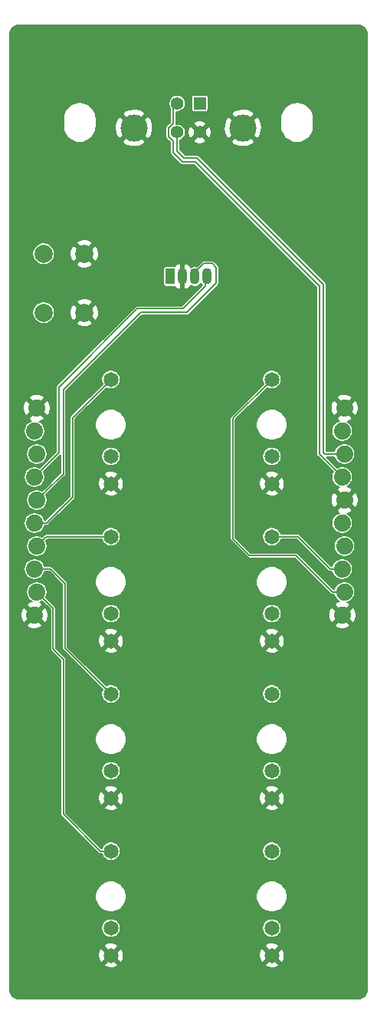
<source format=gbr>
G04 #@! TF.GenerationSoftware,KiCad,Pcbnew,(5.1.2)-2*
G04 #@! TF.CreationDate,2020-04-17T15:22:12-07:00*
G04 #@! TF.ProjectId,jackboard,6a61636b-626f-4617-9264-2e6b69636164,v2*
G04 #@! TF.SameCoordinates,Original*
G04 #@! TF.FileFunction,Copper,L1,Top*
G04 #@! TF.FilePolarity,Positive*
%FSLAX46Y46*%
G04 Gerber Fmt 4.6, Leading zero omitted, Abs format (unit mm)*
G04 Created by KiCad (PCBNEW (5.1.2)-2) date 2020-04-17 15:22:12*
%MOMM*%
%LPD*%
G04 APERTURE LIST*
%ADD10R,1.070000X1.800000*%
%ADD11O,1.070000X1.800000*%
%ADD12C,3.000000*%
%ADD13C,1.400000*%
%ADD14R,1.400000X1.400000*%
%ADD15C,1.650000*%
%ADD16C,1.879600*%
%ADD17C,2.000000*%
%ADD18C,0.800000*%
%ADD19C,0.150000*%
%ADD20C,0.200000*%
G04 APERTURE END LIST*
D10*
X135020000Y-78000000D03*
D11*
X136340000Y-78000000D03*
X137710000Y-78000000D03*
X139030000Y-78000000D03*
D12*
X143020000Y-61600000D03*
D13*
X138250000Y-62090000D03*
X135750000Y-62090000D03*
D14*
X138250000Y-58890000D03*
D12*
X130980000Y-61600000D03*
D13*
X135750000Y-58890000D03*
D15*
X146210000Y-152940000D03*
X146210000Y-149940000D03*
X146210000Y-141440000D03*
X146210000Y-100870000D03*
X146210000Y-97870000D03*
X146210000Y-89370000D03*
X128430000Y-100870000D03*
X128430000Y-97870000D03*
X128430000Y-89370000D03*
X146210000Y-118226666D03*
X146210000Y-115226666D03*
X146210000Y-106726666D03*
X128430000Y-118226666D03*
X128430000Y-115226666D03*
X128430000Y-106726666D03*
X146210000Y-135583332D03*
X146210000Y-132583332D03*
X146210000Y-124083332D03*
X128430000Y-135583332D03*
X128430000Y-132583332D03*
X128430000Y-124083332D03*
X128430000Y-152940000D03*
X128430000Y-149940000D03*
X128430000Y-141440000D03*
D16*
X120251200Y-92519600D03*
X119997200Y-95059600D03*
X120251200Y-97599600D03*
X119997200Y-100139600D03*
X120251200Y-102679600D03*
X119997200Y-105219600D03*
X120251200Y-107759600D03*
X119997200Y-110299600D03*
X120251200Y-112839600D03*
X119997200Y-115379600D03*
X154251200Y-92519600D03*
X153997200Y-95059600D03*
X154251200Y-97599600D03*
X153997200Y-100139600D03*
X154251200Y-102679600D03*
X153997200Y-105219600D03*
X154251200Y-107759600D03*
X153997200Y-110299600D03*
X154251200Y-112839600D03*
X153997200Y-115379600D03*
D17*
X125500000Y-82000000D03*
X121000000Y-82000000D03*
X125500000Y-75500000D03*
X121000000Y-75500000D03*
D18*
X119000000Y-52000000D03*
X120000000Y-52000000D03*
X119000000Y-53000000D03*
X155000000Y-52000000D03*
X155000000Y-53000000D03*
X154000000Y-52000000D03*
X119000000Y-156000000D03*
X119000000Y-155000000D03*
X120000000Y-156000000D03*
X155000000Y-156000000D03*
X155000000Y-155000000D03*
X154000000Y-156000000D03*
X154000000Y-118000000D03*
X152000000Y-115000000D03*
X120000000Y-118000000D03*
X120000000Y-90000000D03*
X154000000Y-90000000D03*
X125000000Y-90000000D03*
D19*
X138910000Y-79050000D02*
X136413200Y-81546800D01*
X138910000Y-78000000D02*
X138910000Y-79050000D01*
X136413200Y-81546800D02*
X131351000Y-81546800D01*
X131351000Y-81546800D02*
X122689600Y-90208200D01*
X122689600Y-97447200D02*
X119997200Y-100139600D01*
X122689600Y-90208200D02*
X122689600Y-97447200D01*
D20*
X137946600Y-64913400D02*
X136524200Y-64913400D01*
X151946800Y-78913600D02*
X137946600Y-64913400D01*
X151946800Y-97452803D02*
X151946800Y-78913600D01*
X152093597Y-97599600D02*
X151946800Y-97452803D01*
X154251200Y-97599600D02*
X152093597Y-97599600D01*
X135750000Y-62540000D02*
X135750000Y-62090000D01*
X135750000Y-64139200D02*
X135750000Y-62540000D01*
X136524200Y-64913400D02*
X135750000Y-64139200D01*
X151496800Y-79100000D02*
X137760200Y-65363400D01*
X137760200Y-65363400D02*
X136337800Y-65363400D01*
X151496800Y-97639200D02*
X151496800Y-79100000D01*
X153997200Y-100139600D02*
X151496800Y-97639200D01*
X135300000Y-59340000D02*
X135750000Y-58890000D01*
X134799999Y-61633999D02*
X135300000Y-61133998D01*
X134799999Y-62546001D02*
X134799999Y-61633999D01*
X135300000Y-61133998D02*
X135300000Y-59340000D01*
X135300000Y-63046002D02*
X134799999Y-62546001D01*
X136337800Y-65363400D02*
X135300000Y-64325600D01*
X135300000Y-64325600D02*
X135300000Y-63046002D01*
D19*
X152922123Y-112839600D02*
X148877000Y-108794477D01*
X154251200Y-112839600D02*
X152922123Y-112839600D01*
X148877000Y-108794477D02*
X143739677Y-108794477D01*
X143739677Y-108794477D02*
X141917400Y-106972200D01*
X141917400Y-93662600D02*
X146210000Y-89370000D01*
X141917400Y-106972200D02*
X141917400Y-93662600D01*
X149095189Y-106726666D02*
X146210000Y-106726666D01*
X153997200Y-110299600D02*
X152668123Y-110299600D01*
X152668123Y-110299600D02*
X149095189Y-106726666D01*
X119997200Y-110299600D02*
X121775200Y-110299600D01*
X121775200Y-110299600D02*
X123375400Y-111899800D01*
X123375400Y-119028732D02*
X128430000Y-124083332D01*
X123375400Y-111899800D02*
X123375400Y-119028732D01*
X121326277Y-105219600D02*
X124188200Y-102357677D01*
X119997200Y-105219600D02*
X121326277Y-105219600D01*
X124188200Y-93611800D02*
X128430000Y-89370000D01*
X124188200Y-102357677D02*
X124188200Y-93611800D01*
X127263274Y-141440000D02*
X123172200Y-137348926D01*
X128430000Y-141440000D02*
X127263274Y-141440000D01*
X123172200Y-137348926D02*
X123172200Y-120281800D01*
X123172200Y-120281800D02*
X122029200Y-119138800D01*
X122029200Y-114617600D02*
X120251200Y-112839600D01*
X122029200Y-119138800D02*
X122029200Y-114617600D01*
X121284134Y-106726666D02*
X128430000Y-106726666D01*
X120251200Y-107759600D02*
X121284134Y-106726666D01*
X121190999Y-101739801D02*
X121216399Y-101739801D01*
X120251200Y-102679600D02*
X121190999Y-101739801D01*
X121216399Y-101739801D02*
X123172200Y-99784000D01*
X123172200Y-99784000D02*
X123172200Y-90538400D01*
X123172200Y-90538400D02*
X131732000Y-81978600D01*
X131732000Y-81978600D02*
X136837400Y-81978600D01*
X136837400Y-81978600D02*
X140088600Y-78727400D01*
X140088600Y-78727400D02*
X140088600Y-77000200D01*
X140088600Y-77000200D02*
X139631400Y-76543000D01*
X137640000Y-77635000D02*
X137640000Y-78000000D01*
X138732000Y-76543000D02*
X137640000Y-77635000D01*
X139631400Y-76543000D02*
X138732000Y-76543000D01*
G36*
X155927885Y-50270602D02*
G01*
X156118238Y-50328073D01*
X156293797Y-50421420D01*
X156447884Y-50547090D01*
X156574625Y-50700293D01*
X156669196Y-50875199D01*
X156727992Y-51065138D01*
X156750000Y-51274536D01*
X156750001Y-156717022D01*
X156729398Y-156927146D01*
X156671927Y-157117499D01*
X156578581Y-157293057D01*
X156452912Y-157447143D01*
X156299707Y-157573886D01*
X156124800Y-157668457D01*
X155934862Y-157727253D01*
X155725465Y-157749261D01*
X118283229Y-157749261D01*
X118072919Y-157728640D01*
X117882381Y-157671113D01*
X117706651Y-157577675D01*
X117552412Y-157451882D01*
X117425544Y-157298525D01*
X117330883Y-157123453D01*
X117272026Y-156933315D01*
X117250000Y-156723750D01*
X117250000Y-153954964D01*
X127668180Y-153954964D01*
X127749890Y-154180624D01*
X128004991Y-154289469D01*
X128276426Y-154346454D01*
X128553763Y-154349390D01*
X128826343Y-154298164D01*
X129083693Y-154194745D01*
X129110110Y-154180624D01*
X129191820Y-153954964D01*
X145448180Y-153954964D01*
X145529890Y-154180624D01*
X145784991Y-154289469D01*
X146056426Y-154346454D01*
X146333763Y-154349390D01*
X146606343Y-154298164D01*
X146863693Y-154194745D01*
X146890110Y-154180624D01*
X146971820Y-153954964D01*
X146210000Y-153193144D01*
X145448180Y-153954964D01*
X129191820Y-153954964D01*
X128430000Y-153193144D01*
X127668180Y-153954964D01*
X117250000Y-153954964D01*
X117250000Y-153063763D01*
X127020610Y-153063763D01*
X127071836Y-153336343D01*
X127175255Y-153593693D01*
X127189376Y-153620110D01*
X127415036Y-153701820D01*
X128176856Y-152940000D01*
X128683144Y-152940000D01*
X129444964Y-153701820D01*
X129670624Y-153620110D01*
X129779469Y-153365009D01*
X129836454Y-153093574D01*
X129836769Y-153063763D01*
X144800610Y-153063763D01*
X144851836Y-153336343D01*
X144955255Y-153593693D01*
X144969376Y-153620110D01*
X145195036Y-153701820D01*
X145956856Y-152940000D01*
X146463144Y-152940000D01*
X147224964Y-153701820D01*
X147450624Y-153620110D01*
X147559469Y-153365009D01*
X147616454Y-153093574D01*
X147619390Y-152816237D01*
X147568164Y-152543657D01*
X147464745Y-152286307D01*
X147450624Y-152259890D01*
X147224964Y-152178180D01*
X146463144Y-152940000D01*
X145956856Y-152940000D01*
X145195036Y-152178180D01*
X144969376Y-152259890D01*
X144860531Y-152514991D01*
X144803546Y-152786426D01*
X144800610Y-153063763D01*
X129836769Y-153063763D01*
X129839390Y-152816237D01*
X129788164Y-152543657D01*
X129684745Y-152286307D01*
X129670624Y-152259890D01*
X129444964Y-152178180D01*
X128683144Y-152940000D01*
X128176856Y-152940000D01*
X127415036Y-152178180D01*
X127189376Y-152259890D01*
X127080531Y-152514991D01*
X127023546Y-152786426D01*
X127020610Y-153063763D01*
X117250000Y-153063763D01*
X117250000Y-151925036D01*
X127668180Y-151925036D01*
X128430000Y-152686856D01*
X129191820Y-151925036D01*
X145448180Y-151925036D01*
X146210000Y-152686856D01*
X146971820Y-151925036D01*
X146890110Y-151699376D01*
X146635009Y-151590531D01*
X146363574Y-151533546D01*
X146086237Y-151530610D01*
X145813657Y-151581836D01*
X145556307Y-151685255D01*
X145529890Y-151699376D01*
X145448180Y-151925036D01*
X129191820Y-151925036D01*
X129110110Y-151699376D01*
X128855009Y-151590531D01*
X128583574Y-151533546D01*
X128306237Y-151530610D01*
X128033657Y-151581836D01*
X127776307Y-151685255D01*
X127749890Y-151699376D01*
X127668180Y-151925036D01*
X117250000Y-151925036D01*
X117250000Y-149836584D01*
X127380000Y-149836584D01*
X127380000Y-150043416D01*
X127420350Y-150246274D01*
X127499502Y-150437362D01*
X127614411Y-150609336D01*
X127760664Y-150755589D01*
X127932638Y-150870498D01*
X128123726Y-150949650D01*
X128326584Y-150990000D01*
X128533416Y-150990000D01*
X128736274Y-150949650D01*
X128927362Y-150870498D01*
X129099336Y-150755589D01*
X129245589Y-150609336D01*
X129360498Y-150437362D01*
X129439650Y-150246274D01*
X129480000Y-150043416D01*
X129480000Y-149836584D01*
X145160000Y-149836584D01*
X145160000Y-150043416D01*
X145200350Y-150246274D01*
X145279502Y-150437362D01*
X145394411Y-150609336D01*
X145540664Y-150755589D01*
X145712638Y-150870498D01*
X145903726Y-150949650D01*
X146106584Y-150990000D01*
X146313416Y-150990000D01*
X146516274Y-150949650D01*
X146707362Y-150870498D01*
X146879336Y-150755589D01*
X147025589Y-150609336D01*
X147140498Y-150437362D01*
X147219650Y-150246274D01*
X147260000Y-150043416D01*
X147260000Y-149836584D01*
X147219650Y-149633726D01*
X147140498Y-149442638D01*
X147025589Y-149270664D01*
X146879336Y-149124411D01*
X146707362Y-149009502D01*
X146516274Y-148930350D01*
X146313416Y-148890000D01*
X146106584Y-148890000D01*
X145903726Y-148930350D01*
X145712638Y-149009502D01*
X145540664Y-149124411D01*
X145394411Y-149270664D01*
X145279502Y-149442638D01*
X145200350Y-149633726D01*
X145160000Y-149836584D01*
X129480000Y-149836584D01*
X129439650Y-149633726D01*
X129360498Y-149442638D01*
X129245589Y-149270664D01*
X129099336Y-149124411D01*
X128927362Y-149009502D01*
X128736274Y-148930350D01*
X128533416Y-148890000D01*
X128326584Y-148890000D01*
X128123726Y-148930350D01*
X127932638Y-149009502D01*
X127760664Y-149124411D01*
X127614411Y-149270664D01*
X127499502Y-149442638D01*
X127420350Y-149633726D01*
X127380000Y-149836584D01*
X117250000Y-149836584D01*
X117250000Y-146270102D01*
X126705000Y-146270102D01*
X126705000Y-146609898D01*
X126771290Y-146943164D01*
X126901324Y-147257094D01*
X127090105Y-147539624D01*
X127330376Y-147779895D01*
X127612906Y-147968676D01*
X127926836Y-148098710D01*
X128260102Y-148165000D01*
X128599898Y-148165000D01*
X128933164Y-148098710D01*
X129247094Y-147968676D01*
X129529624Y-147779895D01*
X129769895Y-147539624D01*
X129958676Y-147257094D01*
X130088710Y-146943164D01*
X130155000Y-146609898D01*
X130155000Y-146270102D01*
X144485000Y-146270102D01*
X144485000Y-146609898D01*
X144551290Y-146943164D01*
X144681324Y-147257094D01*
X144870105Y-147539624D01*
X145110376Y-147779895D01*
X145392906Y-147968676D01*
X145706836Y-148098710D01*
X146040102Y-148165000D01*
X146379898Y-148165000D01*
X146713164Y-148098710D01*
X147027094Y-147968676D01*
X147309624Y-147779895D01*
X147549895Y-147539624D01*
X147738676Y-147257094D01*
X147868710Y-146943164D01*
X147935000Y-146609898D01*
X147935000Y-146270102D01*
X147868710Y-145936836D01*
X147738676Y-145622906D01*
X147549895Y-145340376D01*
X147309624Y-145100105D01*
X147027094Y-144911324D01*
X146713164Y-144781290D01*
X146379898Y-144715000D01*
X146040102Y-144715000D01*
X145706836Y-144781290D01*
X145392906Y-144911324D01*
X145110376Y-145100105D01*
X144870105Y-145340376D01*
X144681324Y-145622906D01*
X144551290Y-145936836D01*
X144485000Y-146270102D01*
X130155000Y-146270102D01*
X130088710Y-145936836D01*
X129958676Y-145622906D01*
X129769895Y-145340376D01*
X129529624Y-145100105D01*
X129247094Y-144911324D01*
X128933164Y-144781290D01*
X128599898Y-144715000D01*
X128260102Y-144715000D01*
X127926836Y-144781290D01*
X127612906Y-144911324D01*
X127330376Y-145100105D01*
X127090105Y-145340376D01*
X126901324Y-145622906D01*
X126771290Y-145936836D01*
X126705000Y-146270102D01*
X117250000Y-146270102D01*
X117250000Y-116476886D01*
X119153058Y-116476886D01*
X119248779Y-116714246D01*
X119523537Y-116834612D01*
X119816497Y-116899061D01*
X120116401Y-116905119D01*
X120411725Y-116852552D01*
X120691119Y-116743380D01*
X120745621Y-116714246D01*
X120841342Y-116476886D01*
X119997200Y-115632744D01*
X119153058Y-116476886D01*
X117250000Y-116476886D01*
X117250000Y-115498801D01*
X118471681Y-115498801D01*
X118524248Y-115794125D01*
X118633420Y-116073519D01*
X118662554Y-116128021D01*
X118899914Y-116223742D01*
X119744056Y-115379600D01*
X120250344Y-115379600D01*
X121094486Y-116223742D01*
X121331846Y-116128021D01*
X121452212Y-115853263D01*
X121516661Y-115560303D01*
X121522719Y-115260399D01*
X121470152Y-114965075D01*
X121360980Y-114685681D01*
X121331846Y-114631179D01*
X121094486Y-114535458D01*
X120250344Y-115379600D01*
X119744056Y-115379600D01*
X118899914Y-114535458D01*
X118662554Y-114631179D01*
X118542188Y-114905937D01*
X118477739Y-115198897D01*
X118471681Y-115498801D01*
X117250000Y-115498801D01*
X117250000Y-112724877D01*
X119086400Y-112724877D01*
X119086400Y-112954323D01*
X119131163Y-113179360D01*
X119218968Y-113391340D01*
X119346441Y-113582117D01*
X119508683Y-113744359D01*
X119699460Y-113871832D01*
X119723148Y-113881644D01*
X119582675Y-113906648D01*
X119303281Y-114015820D01*
X119248779Y-114044954D01*
X119153058Y-114282314D01*
X119997200Y-115126456D01*
X120841342Y-114282314D01*
X120745621Y-114044954D01*
X120563388Y-113965121D01*
X120590960Y-113959637D01*
X120802940Y-113871832D01*
X120836646Y-113849310D01*
X121729201Y-114741866D01*
X121729200Y-119124077D01*
X121727750Y-119138800D01*
X121729200Y-119153523D01*
X121729200Y-119153532D01*
X121733541Y-119197609D01*
X121750696Y-119254159D01*
X121750697Y-119254160D01*
X121778553Y-119306277D01*
X121793419Y-119324391D01*
X121816042Y-119351958D01*
X121827490Y-119361353D01*
X122872201Y-120406065D01*
X122872200Y-137334203D01*
X122870750Y-137348926D01*
X122872200Y-137363649D01*
X122872200Y-137363658D01*
X122876541Y-137407735D01*
X122893696Y-137464285D01*
X122893697Y-137464286D01*
X122921553Y-137516403D01*
X122938558Y-137537124D01*
X122959042Y-137562084D01*
X122970490Y-137571479D01*
X127040725Y-141641715D01*
X127050116Y-141653158D01*
X127061559Y-141662549D01*
X127095796Y-141690647D01*
X127123653Y-141705536D01*
X127147914Y-141718504D01*
X127204464Y-141735659D01*
X127248541Y-141740000D01*
X127248550Y-141740000D01*
X127263273Y-141741450D01*
X127277996Y-141740000D01*
X127419102Y-141740000D01*
X127420350Y-141746274D01*
X127499502Y-141937362D01*
X127614411Y-142109336D01*
X127760664Y-142255589D01*
X127932638Y-142370498D01*
X128123726Y-142449650D01*
X128326584Y-142490000D01*
X128533416Y-142490000D01*
X128736274Y-142449650D01*
X128927362Y-142370498D01*
X129099336Y-142255589D01*
X129245589Y-142109336D01*
X129360498Y-141937362D01*
X129439650Y-141746274D01*
X129480000Y-141543416D01*
X129480000Y-141336584D01*
X145160000Y-141336584D01*
X145160000Y-141543416D01*
X145200350Y-141746274D01*
X145279502Y-141937362D01*
X145394411Y-142109336D01*
X145540664Y-142255589D01*
X145712638Y-142370498D01*
X145903726Y-142449650D01*
X146106584Y-142490000D01*
X146313416Y-142490000D01*
X146516274Y-142449650D01*
X146707362Y-142370498D01*
X146879336Y-142255589D01*
X147025589Y-142109336D01*
X147140498Y-141937362D01*
X147219650Y-141746274D01*
X147260000Y-141543416D01*
X147260000Y-141336584D01*
X147219650Y-141133726D01*
X147140498Y-140942638D01*
X147025589Y-140770664D01*
X146879336Y-140624411D01*
X146707362Y-140509502D01*
X146516274Y-140430350D01*
X146313416Y-140390000D01*
X146106584Y-140390000D01*
X145903726Y-140430350D01*
X145712638Y-140509502D01*
X145540664Y-140624411D01*
X145394411Y-140770664D01*
X145279502Y-140942638D01*
X145200350Y-141133726D01*
X145160000Y-141336584D01*
X129480000Y-141336584D01*
X129439650Y-141133726D01*
X129360498Y-140942638D01*
X129245589Y-140770664D01*
X129099336Y-140624411D01*
X128927362Y-140509502D01*
X128736274Y-140430350D01*
X128533416Y-140390000D01*
X128326584Y-140390000D01*
X128123726Y-140430350D01*
X127932638Y-140509502D01*
X127760664Y-140624411D01*
X127614411Y-140770664D01*
X127499502Y-140942638D01*
X127420350Y-141133726D01*
X127419102Y-141140000D01*
X127387538Y-141140000D01*
X123472200Y-137224663D01*
X123472200Y-136598296D01*
X127668180Y-136598296D01*
X127749890Y-136823956D01*
X128004991Y-136932801D01*
X128276426Y-136989786D01*
X128553763Y-136992722D01*
X128826343Y-136941496D01*
X129083693Y-136838077D01*
X129110110Y-136823956D01*
X129191820Y-136598296D01*
X145448180Y-136598296D01*
X145529890Y-136823956D01*
X145784991Y-136932801D01*
X146056426Y-136989786D01*
X146333763Y-136992722D01*
X146606343Y-136941496D01*
X146863693Y-136838077D01*
X146890110Y-136823956D01*
X146971820Y-136598296D01*
X146210000Y-135836476D01*
X145448180Y-136598296D01*
X129191820Y-136598296D01*
X128430000Y-135836476D01*
X127668180Y-136598296D01*
X123472200Y-136598296D01*
X123472200Y-135707095D01*
X127020610Y-135707095D01*
X127071836Y-135979675D01*
X127175255Y-136237025D01*
X127189376Y-136263442D01*
X127415036Y-136345152D01*
X128176856Y-135583332D01*
X128683144Y-135583332D01*
X129444964Y-136345152D01*
X129670624Y-136263442D01*
X129779469Y-136008341D01*
X129836454Y-135736906D01*
X129836769Y-135707095D01*
X144800610Y-135707095D01*
X144851836Y-135979675D01*
X144955255Y-136237025D01*
X144969376Y-136263442D01*
X145195036Y-136345152D01*
X145956856Y-135583332D01*
X146463144Y-135583332D01*
X147224964Y-136345152D01*
X147450624Y-136263442D01*
X147559469Y-136008341D01*
X147616454Y-135736906D01*
X147619390Y-135459569D01*
X147568164Y-135186989D01*
X147464745Y-134929639D01*
X147450624Y-134903222D01*
X147224964Y-134821512D01*
X146463144Y-135583332D01*
X145956856Y-135583332D01*
X145195036Y-134821512D01*
X144969376Y-134903222D01*
X144860531Y-135158323D01*
X144803546Y-135429758D01*
X144800610Y-135707095D01*
X129836769Y-135707095D01*
X129839390Y-135459569D01*
X129788164Y-135186989D01*
X129684745Y-134929639D01*
X129670624Y-134903222D01*
X129444964Y-134821512D01*
X128683144Y-135583332D01*
X128176856Y-135583332D01*
X127415036Y-134821512D01*
X127189376Y-134903222D01*
X127080531Y-135158323D01*
X127023546Y-135429758D01*
X127020610Y-135707095D01*
X123472200Y-135707095D01*
X123472200Y-134568368D01*
X127668180Y-134568368D01*
X128430000Y-135330188D01*
X129191820Y-134568368D01*
X145448180Y-134568368D01*
X146210000Y-135330188D01*
X146971820Y-134568368D01*
X146890110Y-134342708D01*
X146635009Y-134233863D01*
X146363574Y-134176878D01*
X146086237Y-134173942D01*
X145813657Y-134225168D01*
X145556307Y-134328587D01*
X145529890Y-134342708D01*
X145448180Y-134568368D01*
X129191820Y-134568368D01*
X129110110Y-134342708D01*
X128855009Y-134233863D01*
X128583574Y-134176878D01*
X128306237Y-134173942D01*
X128033657Y-134225168D01*
X127776307Y-134328587D01*
X127749890Y-134342708D01*
X127668180Y-134568368D01*
X123472200Y-134568368D01*
X123472200Y-132479916D01*
X127380000Y-132479916D01*
X127380000Y-132686748D01*
X127420350Y-132889606D01*
X127499502Y-133080694D01*
X127614411Y-133252668D01*
X127760664Y-133398921D01*
X127932638Y-133513830D01*
X128123726Y-133592982D01*
X128326584Y-133633332D01*
X128533416Y-133633332D01*
X128736274Y-133592982D01*
X128927362Y-133513830D01*
X129099336Y-133398921D01*
X129245589Y-133252668D01*
X129360498Y-133080694D01*
X129439650Y-132889606D01*
X129480000Y-132686748D01*
X129480000Y-132479916D01*
X145160000Y-132479916D01*
X145160000Y-132686748D01*
X145200350Y-132889606D01*
X145279502Y-133080694D01*
X145394411Y-133252668D01*
X145540664Y-133398921D01*
X145712638Y-133513830D01*
X145903726Y-133592982D01*
X146106584Y-133633332D01*
X146313416Y-133633332D01*
X146516274Y-133592982D01*
X146707362Y-133513830D01*
X146879336Y-133398921D01*
X147025589Y-133252668D01*
X147140498Y-133080694D01*
X147219650Y-132889606D01*
X147260000Y-132686748D01*
X147260000Y-132479916D01*
X147219650Y-132277058D01*
X147140498Y-132085970D01*
X147025589Y-131913996D01*
X146879336Y-131767743D01*
X146707362Y-131652834D01*
X146516274Y-131573682D01*
X146313416Y-131533332D01*
X146106584Y-131533332D01*
X145903726Y-131573682D01*
X145712638Y-131652834D01*
X145540664Y-131767743D01*
X145394411Y-131913996D01*
X145279502Y-132085970D01*
X145200350Y-132277058D01*
X145160000Y-132479916D01*
X129480000Y-132479916D01*
X129439650Y-132277058D01*
X129360498Y-132085970D01*
X129245589Y-131913996D01*
X129099336Y-131767743D01*
X128927362Y-131652834D01*
X128736274Y-131573682D01*
X128533416Y-131533332D01*
X128326584Y-131533332D01*
X128123726Y-131573682D01*
X127932638Y-131652834D01*
X127760664Y-131767743D01*
X127614411Y-131913996D01*
X127499502Y-132085970D01*
X127420350Y-132277058D01*
X127380000Y-132479916D01*
X123472200Y-132479916D01*
X123472200Y-128913434D01*
X126705000Y-128913434D01*
X126705000Y-129253230D01*
X126771290Y-129586496D01*
X126901324Y-129900426D01*
X127090105Y-130182956D01*
X127330376Y-130423227D01*
X127612906Y-130612008D01*
X127926836Y-130742042D01*
X128260102Y-130808332D01*
X128599898Y-130808332D01*
X128933164Y-130742042D01*
X129247094Y-130612008D01*
X129529624Y-130423227D01*
X129769895Y-130182956D01*
X129958676Y-129900426D01*
X130088710Y-129586496D01*
X130155000Y-129253230D01*
X130155000Y-128913434D01*
X144485000Y-128913434D01*
X144485000Y-129253230D01*
X144551290Y-129586496D01*
X144681324Y-129900426D01*
X144870105Y-130182956D01*
X145110376Y-130423227D01*
X145392906Y-130612008D01*
X145706836Y-130742042D01*
X146040102Y-130808332D01*
X146379898Y-130808332D01*
X146713164Y-130742042D01*
X147027094Y-130612008D01*
X147309624Y-130423227D01*
X147549895Y-130182956D01*
X147738676Y-129900426D01*
X147868710Y-129586496D01*
X147935000Y-129253230D01*
X147935000Y-128913434D01*
X147868710Y-128580168D01*
X147738676Y-128266238D01*
X147549895Y-127983708D01*
X147309624Y-127743437D01*
X147027094Y-127554656D01*
X146713164Y-127424622D01*
X146379898Y-127358332D01*
X146040102Y-127358332D01*
X145706836Y-127424622D01*
X145392906Y-127554656D01*
X145110376Y-127743437D01*
X144870105Y-127983708D01*
X144681324Y-128266238D01*
X144551290Y-128580168D01*
X144485000Y-128913434D01*
X130155000Y-128913434D01*
X130088710Y-128580168D01*
X129958676Y-128266238D01*
X129769895Y-127983708D01*
X129529624Y-127743437D01*
X129247094Y-127554656D01*
X128933164Y-127424622D01*
X128599898Y-127358332D01*
X128260102Y-127358332D01*
X127926836Y-127424622D01*
X127612906Y-127554656D01*
X127330376Y-127743437D01*
X127090105Y-127983708D01*
X126901324Y-128266238D01*
X126771290Y-128580168D01*
X126705000Y-128913434D01*
X123472200Y-128913434D01*
X123472200Y-120296522D01*
X123473650Y-120281799D01*
X123472200Y-120267076D01*
X123472200Y-120267067D01*
X123467859Y-120222990D01*
X123450704Y-120166440D01*
X123437736Y-120142179D01*
X123422847Y-120114322D01*
X123394749Y-120080085D01*
X123385358Y-120068642D01*
X123373915Y-120059251D01*
X122329200Y-119014537D01*
X122329200Y-114632330D01*
X122330651Y-114617600D01*
X122329200Y-114602867D01*
X122324859Y-114558790D01*
X122307704Y-114502240D01*
X122307704Y-114502239D01*
X122279847Y-114450122D01*
X122251750Y-114415885D01*
X122251744Y-114415879D01*
X122242358Y-114404442D01*
X122230921Y-114395056D01*
X121260910Y-113425046D01*
X121283432Y-113391340D01*
X121371237Y-113179360D01*
X121416000Y-112954323D01*
X121416000Y-112724877D01*
X121371237Y-112499840D01*
X121283432Y-112287860D01*
X121155959Y-112097083D01*
X120993717Y-111934841D01*
X120802940Y-111807368D01*
X120590960Y-111719563D01*
X120365923Y-111674800D01*
X120136477Y-111674800D01*
X119911440Y-111719563D01*
X119699460Y-111807368D01*
X119508683Y-111934841D01*
X119346441Y-112097083D01*
X119218968Y-112287860D01*
X119131163Y-112499840D01*
X119086400Y-112724877D01*
X117250000Y-112724877D01*
X117250000Y-110184877D01*
X118832400Y-110184877D01*
X118832400Y-110414323D01*
X118877163Y-110639360D01*
X118964968Y-110851340D01*
X119092441Y-111042117D01*
X119254683Y-111204359D01*
X119445460Y-111331832D01*
X119657440Y-111419637D01*
X119882477Y-111464400D01*
X120111923Y-111464400D01*
X120336960Y-111419637D01*
X120548940Y-111331832D01*
X120739717Y-111204359D01*
X120901959Y-111042117D01*
X121029432Y-110851340D01*
X121117237Y-110639360D01*
X121125146Y-110599600D01*
X121650937Y-110599600D01*
X123075400Y-112024064D01*
X123075401Y-119013999D01*
X123073950Y-119028732D01*
X123079742Y-119087542D01*
X123096897Y-119144092D01*
X123124753Y-119196209D01*
X123152851Y-119230446D01*
X123162243Y-119241890D01*
X123173686Y-119251281D01*
X127503056Y-123580652D01*
X127499502Y-123585970D01*
X127420350Y-123777058D01*
X127380000Y-123979916D01*
X127380000Y-124186748D01*
X127420350Y-124389606D01*
X127499502Y-124580694D01*
X127614411Y-124752668D01*
X127760664Y-124898921D01*
X127932638Y-125013830D01*
X128123726Y-125092982D01*
X128326584Y-125133332D01*
X128533416Y-125133332D01*
X128736274Y-125092982D01*
X128927362Y-125013830D01*
X129099336Y-124898921D01*
X129245589Y-124752668D01*
X129360498Y-124580694D01*
X129439650Y-124389606D01*
X129480000Y-124186748D01*
X129480000Y-123979916D01*
X145160000Y-123979916D01*
X145160000Y-124186748D01*
X145200350Y-124389606D01*
X145279502Y-124580694D01*
X145394411Y-124752668D01*
X145540664Y-124898921D01*
X145712638Y-125013830D01*
X145903726Y-125092982D01*
X146106584Y-125133332D01*
X146313416Y-125133332D01*
X146516274Y-125092982D01*
X146707362Y-125013830D01*
X146879336Y-124898921D01*
X147025589Y-124752668D01*
X147140498Y-124580694D01*
X147219650Y-124389606D01*
X147260000Y-124186748D01*
X147260000Y-123979916D01*
X147219650Y-123777058D01*
X147140498Y-123585970D01*
X147025589Y-123413996D01*
X146879336Y-123267743D01*
X146707362Y-123152834D01*
X146516274Y-123073682D01*
X146313416Y-123033332D01*
X146106584Y-123033332D01*
X145903726Y-123073682D01*
X145712638Y-123152834D01*
X145540664Y-123267743D01*
X145394411Y-123413996D01*
X145279502Y-123585970D01*
X145200350Y-123777058D01*
X145160000Y-123979916D01*
X129480000Y-123979916D01*
X129439650Y-123777058D01*
X129360498Y-123585970D01*
X129245589Y-123413996D01*
X129099336Y-123267743D01*
X128927362Y-123152834D01*
X128736274Y-123073682D01*
X128533416Y-123033332D01*
X128326584Y-123033332D01*
X128123726Y-123073682D01*
X127932638Y-123152834D01*
X127927320Y-123156388D01*
X124012562Y-119241630D01*
X127668180Y-119241630D01*
X127749890Y-119467290D01*
X128004991Y-119576135D01*
X128276426Y-119633120D01*
X128553763Y-119636056D01*
X128826343Y-119584830D01*
X129083693Y-119481411D01*
X129110110Y-119467290D01*
X129191820Y-119241630D01*
X145448180Y-119241630D01*
X145529890Y-119467290D01*
X145784991Y-119576135D01*
X146056426Y-119633120D01*
X146333763Y-119636056D01*
X146606343Y-119584830D01*
X146863693Y-119481411D01*
X146890110Y-119467290D01*
X146971820Y-119241630D01*
X146210000Y-118479810D01*
X145448180Y-119241630D01*
X129191820Y-119241630D01*
X128430000Y-118479810D01*
X127668180Y-119241630D01*
X124012562Y-119241630D01*
X123675400Y-118904469D01*
X123675400Y-118350429D01*
X127020610Y-118350429D01*
X127071836Y-118623009D01*
X127175255Y-118880359D01*
X127189376Y-118906776D01*
X127415036Y-118988486D01*
X128176856Y-118226666D01*
X128683144Y-118226666D01*
X129444964Y-118988486D01*
X129670624Y-118906776D01*
X129779469Y-118651675D01*
X129836454Y-118380240D01*
X129836769Y-118350429D01*
X144800610Y-118350429D01*
X144851836Y-118623009D01*
X144955255Y-118880359D01*
X144969376Y-118906776D01*
X145195036Y-118988486D01*
X145956856Y-118226666D01*
X146463144Y-118226666D01*
X147224964Y-118988486D01*
X147450624Y-118906776D01*
X147559469Y-118651675D01*
X147616454Y-118380240D01*
X147619390Y-118102903D01*
X147568164Y-117830323D01*
X147464745Y-117572973D01*
X147450624Y-117546556D01*
X147224964Y-117464846D01*
X146463144Y-118226666D01*
X145956856Y-118226666D01*
X145195036Y-117464846D01*
X144969376Y-117546556D01*
X144860531Y-117801657D01*
X144803546Y-118073092D01*
X144800610Y-118350429D01*
X129836769Y-118350429D01*
X129839390Y-118102903D01*
X129788164Y-117830323D01*
X129684745Y-117572973D01*
X129670624Y-117546556D01*
X129444964Y-117464846D01*
X128683144Y-118226666D01*
X128176856Y-118226666D01*
X127415036Y-117464846D01*
X127189376Y-117546556D01*
X127080531Y-117801657D01*
X127023546Y-118073092D01*
X127020610Y-118350429D01*
X123675400Y-118350429D01*
X123675400Y-117211702D01*
X127668180Y-117211702D01*
X128430000Y-117973522D01*
X129191820Y-117211702D01*
X145448180Y-117211702D01*
X146210000Y-117973522D01*
X146971820Y-117211702D01*
X146890110Y-116986042D01*
X146635009Y-116877197D01*
X146363574Y-116820212D01*
X146086237Y-116817276D01*
X145813657Y-116868502D01*
X145556307Y-116971921D01*
X145529890Y-116986042D01*
X145448180Y-117211702D01*
X129191820Y-117211702D01*
X129110110Y-116986042D01*
X128855009Y-116877197D01*
X128583574Y-116820212D01*
X128306237Y-116817276D01*
X128033657Y-116868502D01*
X127776307Y-116971921D01*
X127749890Y-116986042D01*
X127668180Y-117211702D01*
X123675400Y-117211702D01*
X123675400Y-116476886D01*
X153153058Y-116476886D01*
X153248779Y-116714246D01*
X153523537Y-116834612D01*
X153816497Y-116899061D01*
X154116401Y-116905119D01*
X154411725Y-116852552D01*
X154691119Y-116743380D01*
X154745621Y-116714246D01*
X154841342Y-116476886D01*
X153997200Y-115632744D01*
X153153058Y-116476886D01*
X123675400Y-116476886D01*
X123675400Y-115123250D01*
X127380000Y-115123250D01*
X127380000Y-115330082D01*
X127420350Y-115532940D01*
X127499502Y-115724028D01*
X127614411Y-115896002D01*
X127760664Y-116042255D01*
X127932638Y-116157164D01*
X128123726Y-116236316D01*
X128326584Y-116276666D01*
X128533416Y-116276666D01*
X128736274Y-116236316D01*
X128927362Y-116157164D01*
X129099336Y-116042255D01*
X129245589Y-115896002D01*
X129360498Y-115724028D01*
X129439650Y-115532940D01*
X129480000Y-115330082D01*
X129480000Y-115123250D01*
X145160000Y-115123250D01*
X145160000Y-115330082D01*
X145200350Y-115532940D01*
X145279502Y-115724028D01*
X145394411Y-115896002D01*
X145540664Y-116042255D01*
X145712638Y-116157164D01*
X145903726Y-116236316D01*
X146106584Y-116276666D01*
X146313416Y-116276666D01*
X146516274Y-116236316D01*
X146707362Y-116157164D01*
X146879336Y-116042255D01*
X147025589Y-115896002D01*
X147140498Y-115724028D01*
X147219650Y-115532940D01*
X147226440Y-115498801D01*
X152471681Y-115498801D01*
X152524248Y-115794125D01*
X152633420Y-116073519D01*
X152662554Y-116128021D01*
X152899914Y-116223742D01*
X153744056Y-115379600D01*
X154250344Y-115379600D01*
X155094486Y-116223742D01*
X155331846Y-116128021D01*
X155452212Y-115853263D01*
X155516661Y-115560303D01*
X155522719Y-115260399D01*
X155470152Y-114965075D01*
X155360980Y-114685681D01*
X155331846Y-114631179D01*
X155094486Y-114535458D01*
X154250344Y-115379600D01*
X153744056Y-115379600D01*
X152899914Y-114535458D01*
X152662554Y-114631179D01*
X152542188Y-114905937D01*
X152477739Y-115198897D01*
X152471681Y-115498801D01*
X147226440Y-115498801D01*
X147260000Y-115330082D01*
X147260000Y-115123250D01*
X147219650Y-114920392D01*
X147140498Y-114729304D01*
X147025589Y-114557330D01*
X146879336Y-114411077D01*
X146707362Y-114296168D01*
X146516274Y-114217016D01*
X146313416Y-114176666D01*
X146106584Y-114176666D01*
X145903726Y-114217016D01*
X145712638Y-114296168D01*
X145540664Y-114411077D01*
X145394411Y-114557330D01*
X145279502Y-114729304D01*
X145200350Y-114920392D01*
X145160000Y-115123250D01*
X129480000Y-115123250D01*
X129439650Y-114920392D01*
X129360498Y-114729304D01*
X129245589Y-114557330D01*
X129099336Y-114411077D01*
X128927362Y-114296168D01*
X128736274Y-114217016D01*
X128533416Y-114176666D01*
X128326584Y-114176666D01*
X128123726Y-114217016D01*
X127932638Y-114296168D01*
X127760664Y-114411077D01*
X127614411Y-114557330D01*
X127499502Y-114729304D01*
X127420350Y-114920392D01*
X127380000Y-115123250D01*
X123675400Y-115123250D01*
X123675400Y-111914530D01*
X123676851Y-111899800D01*
X123675400Y-111885067D01*
X123671059Y-111840990D01*
X123653904Y-111784440D01*
X123626048Y-111732324D01*
X123626047Y-111732322D01*
X123597950Y-111698086D01*
X123597949Y-111698085D01*
X123588558Y-111686642D01*
X123577117Y-111677253D01*
X123456632Y-111556768D01*
X126705000Y-111556768D01*
X126705000Y-111896564D01*
X126771290Y-112229830D01*
X126901324Y-112543760D01*
X127090105Y-112826290D01*
X127330376Y-113066561D01*
X127612906Y-113255342D01*
X127926836Y-113385376D01*
X128260102Y-113451666D01*
X128599898Y-113451666D01*
X128933164Y-113385376D01*
X129247094Y-113255342D01*
X129529624Y-113066561D01*
X129769895Y-112826290D01*
X129958676Y-112543760D01*
X130088710Y-112229830D01*
X130155000Y-111896564D01*
X130155000Y-111556768D01*
X144485000Y-111556768D01*
X144485000Y-111896564D01*
X144551290Y-112229830D01*
X144681324Y-112543760D01*
X144870105Y-112826290D01*
X145110376Y-113066561D01*
X145392906Y-113255342D01*
X145706836Y-113385376D01*
X146040102Y-113451666D01*
X146379898Y-113451666D01*
X146713164Y-113385376D01*
X147027094Y-113255342D01*
X147309624Y-113066561D01*
X147549895Y-112826290D01*
X147738676Y-112543760D01*
X147868710Y-112229830D01*
X147935000Y-111896564D01*
X147935000Y-111556768D01*
X147868710Y-111223502D01*
X147738676Y-110909572D01*
X147549895Y-110627042D01*
X147309624Y-110386771D01*
X147027094Y-110197990D01*
X146713164Y-110067956D01*
X146379898Y-110001666D01*
X146040102Y-110001666D01*
X145706836Y-110067956D01*
X145392906Y-110197990D01*
X145110376Y-110386771D01*
X144870105Y-110627042D01*
X144681324Y-110909572D01*
X144551290Y-111223502D01*
X144485000Y-111556768D01*
X130155000Y-111556768D01*
X130088710Y-111223502D01*
X129958676Y-110909572D01*
X129769895Y-110627042D01*
X129529624Y-110386771D01*
X129247094Y-110197990D01*
X128933164Y-110067956D01*
X128599898Y-110001666D01*
X128260102Y-110001666D01*
X127926836Y-110067956D01*
X127612906Y-110197990D01*
X127330376Y-110386771D01*
X127090105Y-110627042D01*
X126901324Y-110909572D01*
X126771290Y-111223502D01*
X126705000Y-111556768D01*
X123456632Y-111556768D01*
X121997753Y-110097890D01*
X121988358Y-110086442D01*
X121942677Y-110048953D01*
X121890560Y-110021096D01*
X121834010Y-110003941D01*
X121789933Y-109999600D01*
X121789923Y-109999600D01*
X121775200Y-109998150D01*
X121760477Y-109999600D01*
X121125146Y-109999600D01*
X121117237Y-109959840D01*
X121029432Y-109747860D01*
X120901959Y-109557083D01*
X120739717Y-109394841D01*
X120548940Y-109267368D01*
X120336960Y-109179563D01*
X120111923Y-109134800D01*
X119882477Y-109134800D01*
X119657440Y-109179563D01*
X119445460Y-109267368D01*
X119254683Y-109394841D01*
X119092441Y-109557083D01*
X118964968Y-109747860D01*
X118877163Y-109959840D01*
X118832400Y-110184877D01*
X117250000Y-110184877D01*
X117250000Y-107644877D01*
X119086400Y-107644877D01*
X119086400Y-107874323D01*
X119131163Y-108099360D01*
X119218968Y-108311340D01*
X119346441Y-108502117D01*
X119508683Y-108664359D01*
X119699460Y-108791832D01*
X119911440Y-108879637D01*
X120136477Y-108924400D01*
X120365923Y-108924400D01*
X120590960Y-108879637D01*
X120802940Y-108791832D01*
X120993717Y-108664359D01*
X121155959Y-108502117D01*
X121283432Y-108311340D01*
X121371237Y-108099360D01*
X121416000Y-107874323D01*
X121416000Y-107644877D01*
X121371237Y-107419840D01*
X121283432Y-107207860D01*
X121260910Y-107174154D01*
X121408398Y-107026666D01*
X127419102Y-107026666D01*
X127420350Y-107032940D01*
X127499502Y-107224028D01*
X127614411Y-107396002D01*
X127760664Y-107542255D01*
X127932638Y-107657164D01*
X128123726Y-107736316D01*
X128326584Y-107776666D01*
X128533416Y-107776666D01*
X128736274Y-107736316D01*
X128927362Y-107657164D01*
X129099336Y-107542255D01*
X129245589Y-107396002D01*
X129360498Y-107224028D01*
X129439650Y-107032940D01*
X129480000Y-106830082D01*
X129480000Y-106623250D01*
X129439650Y-106420392D01*
X129360498Y-106229304D01*
X129245589Y-106057330D01*
X129099336Y-105911077D01*
X128927362Y-105796168D01*
X128736274Y-105717016D01*
X128533416Y-105676666D01*
X128326584Y-105676666D01*
X128123726Y-105717016D01*
X127932638Y-105796168D01*
X127760664Y-105911077D01*
X127614411Y-106057330D01*
X127499502Y-106229304D01*
X127420350Y-106420392D01*
X127419102Y-106426666D01*
X121298856Y-106426666D01*
X121284133Y-106425216D01*
X121269410Y-106426666D01*
X121269401Y-106426666D01*
X121225324Y-106431007D01*
X121168774Y-106448162D01*
X121144513Y-106461130D01*
X121116656Y-106476019D01*
X121082419Y-106504117D01*
X121070976Y-106513508D01*
X121061585Y-106524951D01*
X120836646Y-106749890D01*
X120802940Y-106727368D01*
X120590960Y-106639563D01*
X120365923Y-106594800D01*
X120136477Y-106594800D01*
X119911440Y-106639563D01*
X119699460Y-106727368D01*
X119508683Y-106854841D01*
X119346441Y-107017083D01*
X119218968Y-107207860D01*
X119131163Y-107419840D01*
X119086400Y-107644877D01*
X117250000Y-107644877D01*
X117250000Y-105104877D01*
X118832400Y-105104877D01*
X118832400Y-105334323D01*
X118877163Y-105559360D01*
X118964968Y-105771340D01*
X119092441Y-105962117D01*
X119254683Y-106124359D01*
X119445460Y-106251832D01*
X119657440Y-106339637D01*
X119882477Y-106384400D01*
X120111923Y-106384400D01*
X120336960Y-106339637D01*
X120548940Y-106251832D01*
X120739717Y-106124359D01*
X120901959Y-105962117D01*
X121029432Y-105771340D01*
X121117237Y-105559360D01*
X121125146Y-105519600D01*
X121311554Y-105519600D01*
X121326277Y-105521050D01*
X121341000Y-105519600D01*
X121341010Y-105519600D01*
X121385087Y-105515259D01*
X121441637Y-105498104D01*
X121493754Y-105470247D01*
X121539435Y-105432758D01*
X121548830Y-105421310D01*
X124389917Y-102580224D01*
X124401358Y-102570835D01*
X124410749Y-102559392D01*
X124438847Y-102525155D01*
X124466703Y-102473038D01*
X124466704Y-102473037D01*
X124483859Y-102416487D01*
X124488200Y-102372410D01*
X124488200Y-102372401D01*
X124489650Y-102357678D01*
X124488200Y-102342955D01*
X124488200Y-101884964D01*
X127668180Y-101884964D01*
X127749890Y-102110624D01*
X128004991Y-102219469D01*
X128276426Y-102276454D01*
X128553763Y-102279390D01*
X128826343Y-102228164D01*
X129083693Y-102124745D01*
X129110110Y-102110624D01*
X129191820Y-101884964D01*
X128430000Y-101123144D01*
X127668180Y-101884964D01*
X124488200Y-101884964D01*
X124488200Y-100993763D01*
X127020610Y-100993763D01*
X127071836Y-101266343D01*
X127175255Y-101523693D01*
X127189376Y-101550110D01*
X127415036Y-101631820D01*
X128176856Y-100870000D01*
X128683144Y-100870000D01*
X129444964Y-101631820D01*
X129670624Y-101550110D01*
X129779469Y-101295009D01*
X129836454Y-101023574D01*
X129839390Y-100746237D01*
X129788164Y-100473657D01*
X129684745Y-100216307D01*
X129670624Y-100189890D01*
X129444964Y-100108180D01*
X128683144Y-100870000D01*
X128176856Y-100870000D01*
X127415036Y-100108180D01*
X127189376Y-100189890D01*
X127080531Y-100444991D01*
X127023546Y-100716426D01*
X127020610Y-100993763D01*
X124488200Y-100993763D01*
X124488200Y-99855036D01*
X127668180Y-99855036D01*
X128430000Y-100616856D01*
X129191820Y-99855036D01*
X129110110Y-99629376D01*
X128855009Y-99520531D01*
X128583574Y-99463546D01*
X128306237Y-99460610D01*
X128033657Y-99511836D01*
X127776307Y-99615255D01*
X127749890Y-99629376D01*
X127668180Y-99855036D01*
X124488200Y-99855036D01*
X124488200Y-97766584D01*
X127380000Y-97766584D01*
X127380000Y-97973416D01*
X127420350Y-98176274D01*
X127499502Y-98367362D01*
X127614411Y-98539336D01*
X127760664Y-98685589D01*
X127932638Y-98800498D01*
X128123726Y-98879650D01*
X128326584Y-98920000D01*
X128533416Y-98920000D01*
X128736274Y-98879650D01*
X128927362Y-98800498D01*
X129099336Y-98685589D01*
X129245589Y-98539336D01*
X129360498Y-98367362D01*
X129439650Y-98176274D01*
X129480000Y-97973416D01*
X129480000Y-97766584D01*
X129439650Y-97563726D01*
X129360498Y-97372638D01*
X129245589Y-97200664D01*
X129099336Y-97054411D01*
X128927362Y-96939502D01*
X128736274Y-96860350D01*
X128533416Y-96820000D01*
X128326584Y-96820000D01*
X128123726Y-96860350D01*
X127932638Y-96939502D01*
X127760664Y-97054411D01*
X127614411Y-97200664D01*
X127499502Y-97372638D01*
X127420350Y-97563726D01*
X127380000Y-97766584D01*
X124488200Y-97766584D01*
X124488200Y-94200102D01*
X126705000Y-94200102D01*
X126705000Y-94539898D01*
X126771290Y-94873164D01*
X126901324Y-95187094D01*
X127090105Y-95469624D01*
X127330376Y-95709895D01*
X127612906Y-95898676D01*
X127926836Y-96028710D01*
X128260102Y-96095000D01*
X128599898Y-96095000D01*
X128933164Y-96028710D01*
X129247094Y-95898676D01*
X129529624Y-95709895D01*
X129769895Y-95469624D01*
X129958676Y-95187094D01*
X130088710Y-94873164D01*
X130155000Y-94539898D01*
X130155000Y-94200102D01*
X130088710Y-93866836D01*
X130004113Y-93662600D01*
X141615950Y-93662600D01*
X141617401Y-93677333D01*
X141617400Y-106957477D01*
X141615950Y-106972200D01*
X141617400Y-106986923D01*
X141617400Y-106986932D01*
X141621741Y-107031009D01*
X141638896Y-107087559D01*
X141638897Y-107087560D01*
X141666753Y-107139677D01*
X141683758Y-107160398D01*
X141704242Y-107185358D01*
X141715690Y-107194753D01*
X143517127Y-108996191D01*
X143526519Y-109007635D01*
X143537962Y-109017026D01*
X143572199Y-109045124D01*
X143624316Y-109072981D01*
X143637478Y-109076974D01*
X143680867Y-109090136D01*
X143724944Y-109094477D01*
X143724947Y-109094477D01*
X143739677Y-109095928D01*
X143754407Y-109094477D01*
X148752737Y-109094477D01*
X152699573Y-113041314D01*
X152708965Y-113052758D01*
X152720408Y-113062149D01*
X152754645Y-113090247D01*
X152806762Y-113118104D01*
X152819924Y-113122097D01*
X152863313Y-113135259D01*
X152907390Y-113139600D01*
X152907393Y-113139600D01*
X152922123Y-113141051D01*
X152936853Y-113139600D01*
X153123254Y-113139600D01*
X153131163Y-113179360D01*
X153218968Y-113391340D01*
X153346441Y-113582117D01*
X153508683Y-113744359D01*
X153699460Y-113871832D01*
X153723148Y-113881644D01*
X153582675Y-113906648D01*
X153303281Y-114015820D01*
X153248779Y-114044954D01*
X153153058Y-114282314D01*
X153997200Y-115126456D01*
X154841342Y-114282314D01*
X154745621Y-114044954D01*
X154563388Y-113965121D01*
X154590960Y-113959637D01*
X154802940Y-113871832D01*
X154993717Y-113744359D01*
X155155959Y-113582117D01*
X155283432Y-113391340D01*
X155371237Y-113179360D01*
X155416000Y-112954323D01*
X155416000Y-112724877D01*
X155371237Y-112499840D01*
X155283432Y-112287860D01*
X155155959Y-112097083D01*
X154993717Y-111934841D01*
X154802940Y-111807368D01*
X154590960Y-111719563D01*
X154365923Y-111674800D01*
X154136477Y-111674800D01*
X153911440Y-111719563D01*
X153699460Y-111807368D01*
X153508683Y-111934841D01*
X153346441Y-112097083D01*
X153218968Y-112287860D01*
X153131163Y-112499840D01*
X153123254Y-112539600D01*
X153046387Y-112539600D01*
X149099553Y-108592767D01*
X149090158Y-108581319D01*
X149044477Y-108543830D01*
X148992360Y-108515973D01*
X148935810Y-108498818D01*
X148891733Y-108494477D01*
X148891723Y-108494477D01*
X148877000Y-108493027D01*
X148862277Y-108494477D01*
X143863941Y-108494477D01*
X142217400Y-106847937D01*
X142217400Y-106623250D01*
X145160000Y-106623250D01*
X145160000Y-106830082D01*
X145200350Y-107032940D01*
X145279502Y-107224028D01*
X145394411Y-107396002D01*
X145540664Y-107542255D01*
X145712638Y-107657164D01*
X145903726Y-107736316D01*
X146106584Y-107776666D01*
X146313416Y-107776666D01*
X146516274Y-107736316D01*
X146707362Y-107657164D01*
X146879336Y-107542255D01*
X147025589Y-107396002D01*
X147140498Y-107224028D01*
X147219650Y-107032940D01*
X147220898Y-107026666D01*
X148970926Y-107026666D01*
X152445579Y-110501321D01*
X152454965Y-110512758D01*
X152466402Y-110522144D01*
X152466408Y-110522150D01*
X152500645Y-110550247D01*
X152552762Y-110578104D01*
X152565924Y-110582097D01*
X152609313Y-110595259D01*
X152653390Y-110599600D01*
X152653393Y-110599600D01*
X152668123Y-110601051D01*
X152682853Y-110599600D01*
X152869254Y-110599600D01*
X152877163Y-110639360D01*
X152964968Y-110851340D01*
X153092441Y-111042117D01*
X153254683Y-111204359D01*
X153445460Y-111331832D01*
X153657440Y-111419637D01*
X153882477Y-111464400D01*
X154111923Y-111464400D01*
X154336960Y-111419637D01*
X154548940Y-111331832D01*
X154739717Y-111204359D01*
X154901959Y-111042117D01*
X155029432Y-110851340D01*
X155117237Y-110639360D01*
X155162000Y-110414323D01*
X155162000Y-110184877D01*
X155117237Y-109959840D01*
X155029432Y-109747860D01*
X154901959Y-109557083D01*
X154739717Y-109394841D01*
X154548940Y-109267368D01*
X154336960Y-109179563D01*
X154111923Y-109134800D01*
X153882477Y-109134800D01*
X153657440Y-109179563D01*
X153445460Y-109267368D01*
X153254683Y-109394841D01*
X153092441Y-109557083D01*
X152964968Y-109747860D01*
X152877163Y-109959840D01*
X152869254Y-109999600D01*
X152792388Y-109999600D01*
X150437664Y-107644877D01*
X153086400Y-107644877D01*
X153086400Y-107874323D01*
X153131163Y-108099360D01*
X153218968Y-108311340D01*
X153346441Y-108502117D01*
X153508683Y-108664359D01*
X153699460Y-108791832D01*
X153911440Y-108879637D01*
X154136477Y-108924400D01*
X154365923Y-108924400D01*
X154590960Y-108879637D01*
X154802940Y-108791832D01*
X154993717Y-108664359D01*
X155155959Y-108502117D01*
X155283432Y-108311340D01*
X155371237Y-108099360D01*
X155416000Y-107874323D01*
X155416000Y-107644877D01*
X155371237Y-107419840D01*
X155283432Y-107207860D01*
X155155959Y-107017083D01*
X154993717Y-106854841D01*
X154802940Y-106727368D01*
X154590960Y-106639563D01*
X154365923Y-106594800D01*
X154136477Y-106594800D01*
X153911440Y-106639563D01*
X153699460Y-106727368D01*
X153508683Y-106854841D01*
X153346441Y-107017083D01*
X153218968Y-107207860D01*
X153131163Y-107419840D01*
X153086400Y-107644877D01*
X150437664Y-107644877D01*
X149317742Y-106524956D01*
X149308347Y-106513508D01*
X149262666Y-106476019D01*
X149210549Y-106448162D01*
X149153999Y-106431007D01*
X149109922Y-106426666D01*
X149109912Y-106426666D01*
X149095189Y-106425216D01*
X149080466Y-106426666D01*
X147220898Y-106426666D01*
X147219650Y-106420392D01*
X147140498Y-106229304D01*
X147025589Y-106057330D01*
X146879336Y-105911077D01*
X146707362Y-105796168D01*
X146516274Y-105717016D01*
X146313416Y-105676666D01*
X146106584Y-105676666D01*
X145903726Y-105717016D01*
X145712638Y-105796168D01*
X145540664Y-105911077D01*
X145394411Y-106057330D01*
X145279502Y-106229304D01*
X145200350Y-106420392D01*
X145160000Y-106623250D01*
X142217400Y-106623250D01*
X142217400Y-105104877D01*
X152832400Y-105104877D01*
X152832400Y-105334323D01*
X152877163Y-105559360D01*
X152964968Y-105771340D01*
X153092441Y-105962117D01*
X153254683Y-106124359D01*
X153445460Y-106251832D01*
X153657440Y-106339637D01*
X153882477Y-106384400D01*
X154111923Y-106384400D01*
X154336960Y-106339637D01*
X154548940Y-106251832D01*
X154739717Y-106124359D01*
X154901959Y-105962117D01*
X155029432Y-105771340D01*
X155117237Y-105559360D01*
X155162000Y-105334323D01*
X155162000Y-105104877D01*
X155117237Y-104879840D01*
X155029432Y-104667860D01*
X154901959Y-104477083D01*
X154739717Y-104314841D01*
X154548940Y-104187368D01*
X154525252Y-104177556D01*
X154665725Y-104152552D01*
X154945119Y-104043380D01*
X154999621Y-104014246D01*
X155095342Y-103776886D01*
X154251200Y-102932744D01*
X153407058Y-103776886D01*
X153502779Y-104014246D01*
X153685012Y-104094079D01*
X153657440Y-104099563D01*
X153445460Y-104187368D01*
X153254683Y-104314841D01*
X153092441Y-104477083D01*
X152964968Y-104667860D01*
X152877163Y-104879840D01*
X152832400Y-105104877D01*
X142217400Y-105104877D01*
X142217400Y-102798801D01*
X152725681Y-102798801D01*
X152778248Y-103094125D01*
X152887420Y-103373519D01*
X152916554Y-103428021D01*
X153153914Y-103523742D01*
X153998056Y-102679600D01*
X154504344Y-102679600D01*
X155348486Y-103523742D01*
X155585846Y-103428021D01*
X155706212Y-103153263D01*
X155770661Y-102860303D01*
X155776719Y-102560399D01*
X155724152Y-102265075D01*
X155614980Y-101985681D01*
X155585846Y-101931179D01*
X155348486Y-101835458D01*
X154504344Y-102679600D01*
X153998056Y-102679600D01*
X153153914Y-101835458D01*
X152916554Y-101931179D01*
X152796188Y-102205937D01*
X152731739Y-102498897D01*
X152725681Y-102798801D01*
X142217400Y-102798801D01*
X142217400Y-101884964D01*
X145448180Y-101884964D01*
X145529890Y-102110624D01*
X145784991Y-102219469D01*
X146056426Y-102276454D01*
X146333763Y-102279390D01*
X146606343Y-102228164D01*
X146863693Y-102124745D01*
X146890110Y-102110624D01*
X146971820Y-101884964D01*
X146210000Y-101123144D01*
X145448180Y-101884964D01*
X142217400Y-101884964D01*
X142217400Y-100993763D01*
X144800610Y-100993763D01*
X144851836Y-101266343D01*
X144955255Y-101523693D01*
X144969376Y-101550110D01*
X145195036Y-101631820D01*
X145956856Y-100870000D01*
X146463144Y-100870000D01*
X147224964Y-101631820D01*
X147450624Y-101550110D01*
X147559469Y-101295009D01*
X147616454Y-101023574D01*
X147619390Y-100746237D01*
X147568164Y-100473657D01*
X147464745Y-100216307D01*
X147450624Y-100189890D01*
X147224964Y-100108180D01*
X146463144Y-100870000D01*
X145956856Y-100870000D01*
X145195036Y-100108180D01*
X144969376Y-100189890D01*
X144860531Y-100444991D01*
X144803546Y-100716426D01*
X144800610Y-100993763D01*
X142217400Y-100993763D01*
X142217400Y-99855036D01*
X145448180Y-99855036D01*
X146210000Y-100616856D01*
X146971820Y-99855036D01*
X146890110Y-99629376D01*
X146635009Y-99520531D01*
X146363574Y-99463546D01*
X146086237Y-99460610D01*
X145813657Y-99511836D01*
X145556307Y-99615255D01*
X145529890Y-99629376D01*
X145448180Y-99855036D01*
X142217400Y-99855036D01*
X142217400Y-97766584D01*
X145160000Y-97766584D01*
X145160000Y-97973416D01*
X145200350Y-98176274D01*
X145279502Y-98367362D01*
X145394411Y-98539336D01*
X145540664Y-98685589D01*
X145712638Y-98800498D01*
X145903726Y-98879650D01*
X146106584Y-98920000D01*
X146313416Y-98920000D01*
X146516274Y-98879650D01*
X146707362Y-98800498D01*
X146879336Y-98685589D01*
X147025589Y-98539336D01*
X147140498Y-98367362D01*
X147219650Y-98176274D01*
X147260000Y-97973416D01*
X147260000Y-97766584D01*
X147219650Y-97563726D01*
X147140498Y-97372638D01*
X147025589Y-97200664D01*
X146879336Y-97054411D01*
X146707362Y-96939502D01*
X146516274Y-96860350D01*
X146313416Y-96820000D01*
X146106584Y-96820000D01*
X145903726Y-96860350D01*
X145712638Y-96939502D01*
X145540664Y-97054411D01*
X145394411Y-97200664D01*
X145279502Y-97372638D01*
X145200350Y-97563726D01*
X145160000Y-97766584D01*
X142217400Y-97766584D01*
X142217400Y-94200102D01*
X144485000Y-94200102D01*
X144485000Y-94539898D01*
X144551290Y-94873164D01*
X144681324Y-95187094D01*
X144870105Y-95469624D01*
X145110376Y-95709895D01*
X145392906Y-95898676D01*
X145706836Y-96028710D01*
X146040102Y-96095000D01*
X146379898Y-96095000D01*
X146713164Y-96028710D01*
X147027094Y-95898676D01*
X147309624Y-95709895D01*
X147549895Y-95469624D01*
X147738676Y-95187094D01*
X147868710Y-94873164D01*
X147935000Y-94539898D01*
X147935000Y-94200102D01*
X147868710Y-93866836D01*
X147738676Y-93552906D01*
X147549895Y-93270376D01*
X147309624Y-93030105D01*
X147027094Y-92841324D01*
X146713164Y-92711290D01*
X146379898Y-92645000D01*
X146040102Y-92645000D01*
X145706836Y-92711290D01*
X145392906Y-92841324D01*
X145110376Y-93030105D01*
X144870105Y-93270376D01*
X144681324Y-93552906D01*
X144551290Y-93866836D01*
X144485000Y-94200102D01*
X142217400Y-94200102D01*
X142217400Y-93786863D01*
X145707320Y-90296944D01*
X145712638Y-90300498D01*
X145903726Y-90379650D01*
X146106584Y-90420000D01*
X146313416Y-90420000D01*
X146516274Y-90379650D01*
X146707362Y-90300498D01*
X146879336Y-90185589D01*
X147025589Y-90039336D01*
X147140498Y-89867362D01*
X147219650Y-89676274D01*
X147260000Y-89473416D01*
X147260000Y-89266584D01*
X147219650Y-89063726D01*
X147140498Y-88872638D01*
X147025589Y-88700664D01*
X146879336Y-88554411D01*
X146707362Y-88439502D01*
X146516274Y-88360350D01*
X146313416Y-88320000D01*
X146106584Y-88320000D01*
X145903726Y-88360350D01*
X145712638Y-88439502D01*
X145540664Y-88554411D01*
X145394411Y-88700664D01*
X145279502Y-88872638D01*
X145200350Y-89063726D01*
X145160000Y-89266584D01*
X145160000Y-89473416D01*
X145200350Y-89676274D01*
X145279502Y-89867362D01*
X145283056Y-89872680D01*
X141715686Y-93440051D01*
X141704243Y-93449442D01*
X141694852Y-93460885D01*
X141694851Y-93460886D01*
X141666753Y-93495123D01*
X141638897Y-93547240D01*
X141621742Y-93603790D01*
X141615950Y-93662600D01*
X130004113Y-93662600D01*
X129958676Y-93552906D01*
X129769895Y-93270376D01*
X129529624Y-93030105D01*
X129247094Y-92841324D01*
X128933164Y-92711290D01*
X128599898Y-92645000D01*
X128260102Y-92645000D01*
X127926836Y-92711290D01*
X127612906Y-92841324D01*
X127330376Y-93030105D01*
X127090105Y-93270376D01*
X126901324Y-93552906D01*
X126771290Y-93866836D01*
X126705000Y-94200102D01*
X124488200Y-94200102D01*
X124488200Y-93736063D01*
X127927320Y-90296944D01*
X127932638Y-90300498D01*
X128123726Y-90379650D01*
X128326584Y-90420000D01*
X128533416Y-90420000D01*
X128736274Y-90379650D01*
X128927362Y-90300498D01*
X129099336Y-90185589D01*
X129245589Y-90039336D01*
X129360498Y-89867362D01*
X129439650Y-89676274D01*
X129480000Y-89473416D01*
X129480000Y-89266584D01*
X129439650Y-89063726D01*
X129360498Y-88872638D01*
X129245589Y-88700664D01*
X129099336Y-88554411D01*
X128927362Y-88439502D01*
X128736274Y-88360350D01*
X128533416Y-88320000D01*
X128326584Y-88320000D01*
X128123726Y-88360350D01*
X127932638Y-88439502D01*
X127760664Y-88554411D01*
X127614411Y-88700664D01*
X127499502Y-88872638D01*
X127420350Y-89063726D01*
X127380000Y-89266584D01*
X127380000Y-89473416D01*
X127420350Y-89676274D01*
X127499502Y-89867362D01*
X127503056Y-89872680D01*
X123986486Y-93389251D01*
X123975043Y-93398642D01*
X123965652Y-93410085D01*
X123965651Y-93410086D01*
X123937553Y-93444323D01*
X123909697Y-93496440D01*
X123892542Y-93552990D01*
X123886750Y-93611800D01*
X123888201Y-93626533D01*
X123888200Y-102233413D01*
X121202014Y-104919600D01*
X121125146Y-104919600D01*
X121117237Y-104879840D01*
X121029432Y-104667860D01*
X120901959Y-104477083D01*
X120739717Y-104314841D01*
X120548940Y-104187368D01*
X120336960Y-104099563D01*
X120111923Y-104054800D01*
X119882477Y-104054800D01*
X119657440Y-104099563D01*
X119445460Y-104187368D01*
X119254683Y-104314841D01*
X119092441Y-104477083D01*
X118964968Y-104667860D01*
X118877163Y-104879840D01*
X118832400Y-105104877D01*
X117250000Y-105104877D01*
X117250000Y-100024877D01*
X118832400Y-100024877D01*
X118832400Y-100254323D01*
X118877163Y-100479360D01*
X118964968Y-100691340D01*
X119092441Y-100882117D01*
X119254683Y-101044359D01*
X119445460Y-101171832D01*
X119657440Y-101259637D01*
X119882477Y-101304400D01*
X120111923Y-101304400D01*
X120336960Y-101259637D01*
X120548940Y-101171832D01*
X120739717Y-101044359D01*
X120901959Y-100882117D01*
X121029432Y-100691340D01*
X121117237Y-100479360D01*
X121162000Y-100254323D01*
X121162000Y-100024877D01*
X121117237Y-99799840D01*
X121029432Y-99587860D01*
X121006910Y-99554153D01*
X122872200Y-97688864D01*
X122872200Y-99659736D01*
X121064900Y-101467037D01*
X121051378Y-101474265D01*
X121023521Y-101489154D01*
X120992272Y-101514800D01*
X120977841Y-101526643D01*
X120968450Y-101538086D01*
X120836646Y-101669890D01*
X120802940Y-101647368D01*
X120590960Y-101559563D01*
X120365923Y-101514800D01*
X120136477Y-101514800D01*
X119911440Y-101559563D01*
X119699460Y-101647368D01*
X119508683Y-101774841D01*
X119346441Y-101937083D01*
X119218968Y-102127860D01*
X119131163Y-102339840D01*
X119086400Y-102564877D01*
X119086400Y-102794323D01*
X119131163Y-103019360D01*
X119218968Y-103231340D01*
X119346441Y-103422117D01*
X119508683Y-103584359D01*
X119699460Y-103711832D01*
X119911440Y-103799637D01*
X120136477Y-103844400D01*
X120365923Y-103844400D01*
X120590960Y-103799637D01*
X120802940Y-103711832D01*
X120993717Y-103584359D01*
X121155959Y-103422117D01*
X121283432Y-103231340D01*
X121371237Y-103019360D01*
X121416000Y-102794323D01*
X121416000Y-102564877D01*
X121371237Y-102339840D01*
X121283432Y-102127860D01*
X121260910Y-102094154D01*
X121342500Y-102012564D01*
X121383876Y-101990448D01*
X121429557Y-101952959D01*
X121438952Y-101941511D01*
X123373917Y-100006547D01*
X123385358Y-99997158D01*
X123394749Y-99985715D01*
X123422847Y-99951478D01*
X123450703Y-99899361D01*
X123450704Y-99899360D01*
X123467859Y-99842810D01*
X123472200Y-99798733D01*
X123472200Y-99798724D01*
X123473650Y-99784001D01*
X123472200Y-99769278D01*
X123472200Y-90662663D01*
X131856264Y-82278600D01*
X136822677Y-82278600D01*
X136837400Y-82280050D01*
X136852123Y-82278600D01*
X136852133Y-82278600D01*
X136896210Y-82274259D01*
X136952760Y-82257104D01*
X137004877Y-82229247D01*
X137050558Y-82191758D01*
X137059953Y-82180310D01*
X140290317Y-78949947D01*
X140301758Y-78940558D01*
X140335043Y-78900000D01*
X140339247Y-78894878D01*
X140367103Y-78842761D01*
X140367104Y-78842760D01*
X140384259Y-78786210D01*
X140388600Y-78742133D01*
X140388600Y-78742124D01*
X140390050Y-78727401D01*
X140388600Y-78712678D01*
X140388600Y-77014922D01*
X140390050Y-77000199D01*
X140388600Y-76985476D01*
X140388600Y-76985467D01*
X140384259Y-76941390D01*
X140367104Y-76884840D01*
X140342420Y-76838659D01*
X140339247Y-76832722D01*
X140311149Y-76798485D01*
X140301758Y-76787042D01*
X140290315Y-76777651D01*
X139853953Y-76341290D01*
X139844558Y-76329842D01*
X139798877Y-76292353D01*
X139746760Y-76264496D01*
X139690210Y-76247341D01*
X139646133Y-76243000D01*
X139646123Y-76243000D01*
X139631400Y-76241550D01*
X139616677Y-76243000D01*
X138746722Y-76243000D01*
X138731999Y-76241550D01*
X138717276Y-76243000D01*
X138717267Y-76243000D01*
X138673190Y-76247341D01*
X138616640Y-76264496D01*
X138592379Y-76277464D01*
X138564522Y-76292353D01*
X138530285Y-76320451D01*
X138518842Y-76329842D01*
X138509451Y-76341285D01*
X137940126Y-76910610D01*
X137858985Y-76885997D01*
X137710000Y-76871323D01*
X137561014Y-76885997D01*
X137417753Y-76929454D01*
X137285724Y-77000026D01*
X137277686Y-77006622D01*
X137170136Y-76865039D01*
X137003973Y-76717882D01*
X136812294Y-76605969D01*
X136689434Y-76573012D01*
X136519000Y-76679370D01*
X136519000Y-77821000D01*
X136539000Y-77821000D01*
X136539000Y-78179000D01*
X136519000Y-78179000D01*
X136519000Y-79320630D01*
X136689434Y-79426988D01*
X136812294Y-79394031D01*
X137003973Y-79282118D01*
X137170136Y-79134961D01*
X137277687Y-78993377D01*
X137285725Y-78999974D01*
X137417754Y-79070546D01*
X137561015Y-79114003D01*
X137710000Y-79128677D01*
X137858986Y-79114003D01*
X138002247Y-79070546D01*
X138134276Y-78999974D01*
X138250001Y-78905001D01*
X138344974Y-78789276D01*
X138370001Y-78742455D01*
X138395027Y-78789276D01*
X138490000Y-78905001D01*
X138567298Y-78968438D01*
X136288937Y-81246800D01*
X131365722Y-81246800D01*
X131350999Y-81245350D01*
X131336276Y-81246800D01*
X131336267Y-81246800D01*
X131292190Y-81251141D01*
X131235640Y-81268296D01*
X131211379Y-81281264D01*
X131183522Y-81296153D01*
X131149285Y-81324251D01*
X131137842Y-81333642D01*
X131128451Y-81345085D01*
X122487890Y-89985647D01*
X122476442Y-89995042D01*
X122455958Y-90020002D01*
X122438953Y-90040723D01*
X122424064Y-90068580D01*
X122411096Y-90092841D01*
X122393941Y-90149391D01*
X122389600Y-90193468D01*
X122389600Y-90193477D01*
X122388150Y-90208200D01*
X122389600Y-90222923D01*
X122389601Y-97322935D01*
X120582647Y-99129890D01*
X120548940Y-99107368D01*
X120336960Y-99019563D01*
X120111923Y-98974800D01*
X119882477Y-98974800D01*
X119657440Y-99019563D01*
X119445460Y-99107368D01*
X119254683Y-99234841D01*
X119092441Y-99397083D01*
X118964968Y-99587860D01*
X118877163Y-99799840D01*
X118832400Y-100024877D01*
X117250000Y-100024877D01*
X117250000Y-97484877D01*
X119086400Y-97484877D01*
X119086400Y-97714323D01*
X119131163Y-97939360D01*
X119218968Y-98151340D01*
X119346441Y-98342117D01*
X119508683Y-98504359D01*
X119699460Y-98631832D01*
X119911440Y-98719637D01*
X120136477Y-98764400D01*
X120365923Y-98764400D01*
X120590960Y-98719637D01*
X120802940Y-98631832D01*
X120993717Y-98504359D01*
X121155959Y-98342117D01*
X121283432Y-98151340D01*
X121371237Y-97939360D01*
X121416000Y-97714323D01*
X121416000Y-97484877D01*
X121371237Y-97259840D01*
X121283432Y-97047860D01*
X121155959Y-96857083D01*
X120993717Y-96694841D01*
X120802940Y-96567368D01*
X120590960Y-96479563D01*
X120365923Y-96434800D01*
X120136477Y-96434800D01*
X119911440Y-96479563D01*
X119699460Y-96567368D01*
X119508683Y-96694841D01*
X119346441Y-96857083D01*
X119218968Y-97047860D01*
X119131163Y-97259840D01*
X119086400Y-97484877D01*
X117250000Y-97484877D01*
X117250000Y-94944877D01*
X118832400Y-94944877D01*
X118832400Y-95174323D01*
X118877163Y-95399360D01*
X118964968Y-95611340D01*
X119092441Y-95802117D01*
X119254683Y-95964359D01*
X119445460Y-96091832D01*
X119657440Y-96179637D01*
X119882477Y-96224400D01*
X120111923Y-96224400D01*
X120336960Y-96179637D01*
X120548940Y-96091832D01*
X120739717Y-95964359D01*
X120901959Y-95802117D01*
X121029432Y-95611340D01*
X121117237Y-95399360D01*
X121162000Y-95174323D01*
X121162000Y-94944877D01*
X121117237Y-94719840D01*
X121029432Y-94507860D01*
X120901959Y-94317083D01*
X120739717Y-94154841D01*
X120548940Y-94027368D01*
X120525252Y-94017556D01*
X120665725Y-93992552D01*
X120945119Y-93883380D01*
X120999621Y-93854246D01*
X121095342Y-93616886D01*
X120251200Y-92772744D01*
X119407058Y-93616886D01*
X119502779Y-93854246D01*
X119685012Y-93934079D01*
X119657440Y-93939563D01*
X119445460Y-94027368D01*
X119254683Y-94154841D01*
X119092441Y-94317083D01*
X118964968Y-94507860D01*
X118877163Y-94719840D01*
X118832400Y-94944877D01*
X117250000Y-94944877D01*
X117250000Y-92638801D01*
X118725681Y-92638801D01*
X118778248Y-92934125D01*
X118887420Y-93213519D01*
X118916554Y-93268021D01*
X119153914Y-93363742D01*
X119998056Y-92519600D01*
X120504344Y-92519600D01*
X121348486Y-93363742D01*
X121585846Y-93268021D01*
X121706212Y-92993263D01*
X121770661Y-92700303D01*
X121776719Y-92400399D01*
X121724152Y-92105075D01*
X121614980Y-91825681D01*
X121585846Y-91771179D01*
X121348486Y-91675458D01*
X120504344Y-92519600D01*
X119998056Y-92519600D01*
X119153914Y-91675458D01*
X118916554Y-91771179D01*
X118796188Y-92045937D01*
X118731739Y-92338897D01*
X118725681Y-92638801D01*
X117250000Y-92638801D01*
X117250000Y-91422314D01*
X119407058Y-91422314D01*
X120251200Y-92266456D01*
X121095342Y-91422314D01*
X120999621Y-91184954D01*
X120724863Y-91064588D01*
X120431903Y-91000139D01*
X120131999Y-90994081D01*
X119836675Y-91046648D01*
X119557281Y-91155820D01*
X119502779Y-91184954D01*
X119407058Y-91422314D01*
X117250000Y-91422314D01*
X117250000Y-81879348D01*
X119775000Y-81879348D01*
X119775000Y-82120652D01*
X119822076Y-82357319D01*
X119914419Y-82580255D01*
X120048481Y-82780892D01*
X120219108Y-82951519D01*
X120419745Y-83085581D01*
X120642681Y-83177924D01*
X120879348Y-83225000D01*
X121120652Y-83225000D01*
X121357319Y-83177924D01*
X121447893Y-83140407D01*
X124612737Y-83140407D01*
X124715787Y-83383909D01*
X125000843Y-83510310D01*
X125305081Y-83578670D01*
X125616810Y-83586363D01*
X125924050Y-83533093D01*
X126214994Y-83420907D01*
X126284213Y-83383909D01*
X126387263Y-83140407D01*
X125500000Y-82253144D01*
X124612737Y-83140407D01*
X121447893Y-83140407D01*
X121580255Y-83085581D01*
X121780892Y-82951519D01*
X121951519Y-82780892D01*
X122085581Y-82580255D01*
X122177924Y-82357319D01*
X122225000Y-82120652D01*
X122225000Y-82116810D01*
X123913637Y-82116810D01*
X123966907Y-82424050D01*
X124079093Y-82714994D01*
X124116091Y-82784213D01*
X124359593Y-82887263D01*
X125246856Y-82000000D01*
X125753144Y-82000000D01*
X126640407Y-82887263D01*
X126883909Y-82784213D01*
X127010310Y-82499157D01*
X127078670Y-82194919D01*
X127086363Y-81883190D01*
X127033093Y-81575950D01*
X126920907Y-81285006D01*
X126883909Y-81215787D01*
X126640407Y-81112737D01*
X125753144Y-82000000D01*
X125246856Y-82000000D01*
X124359593Y-81112737D01*
X124116091Y-81215787D01*
X123989690Y-81500843D01*
X123921330Y-81805081D01*
X123913637Y-82116810D01*
X122225000Y-82116810D01*
X122225000Y-81879348D01*
X122177924Y-81642681D01*
X122085581Y-81419745D01*
X121951519Y-81219108D01*
X121780892Y-81048481D01*
X121580255Y-80914419D01*
X121447894Y-80859593D01*
X124612737Y-80859593D01*
X125500000Y-81746856D01*
X126387263Y-80859593D01*
X126284213Y-80616091D01*
X125999157Y-80489690D01*
X125694919Y-80421330D01*
X125383190Y-80413637D01*
X125075950Y-80466907D01*
X124785006Y-80579093D01*
X124715787Y-80616091D01*
X124612737Y-80859593D01*
X121447894Y-80859593D01*
X121357319Y-80822076D01*
X121120652Y-80775000D01*
X120879348Y-80775000D01*
X120642681Y-80822076D01*
X120419745Y-80914419D01*
X120219108Y-81048481D01*
X120048481Y-81219108D01*
X119914419Y-81419745D01*
X119822076Y-81642681D01*
X119775000Y-81879348D01*
X117250000Y-81879348D01*
X117250000Y-77100000D01*
X134258912Y-77100000D01*
X134258912Y-78900000D01*
X134263256Y-78944108D01*
X134276122Y-78986520D01*
X134297015Y-79025608D01*
X134325132Y-79059868D01*
X134359392Y-79087985D01*
X134398480Y-79108878D01*
X134440892Y-79121744D01*
X134485000Y-79126088D01*
X135503124Y-79126088D01*
X135509864Y-79134961D01*
X135676027Y-79282118D01*
X135867706Y-79394031D01*
X135990566Y-79426988D01*
X136161000Y-79320630D01*
X136161000Y-78179000D01*
X136141000Y-78179000D01*
X136141000Y-77821000D01*
X136161000Y-77821000D01*
X136161000Y-76679370D01*
X135990566Y-76573012D01*
X135867706Y-76605969D01*
X135676027Y-76717882D01*
X135509864Y-76865039D01*
X135503124Y-76873912D01*
X134485000Y-76873912D01*
X134440892Y-76878256D01*
X134398480Y-76891122D01*
X134359392Y-76912015D01*
X134325132Y-76940132D01*
X134297015Y-76974392D01*
X134276122Y-77013480D01*
X134263256Y-77055892D01*
X134258912Y-77100000D01*
X117250000Y-77100000D01*
X117250000Y-75379348D01*
X119775000Y-75379348D01*
X119775000Y-75620652D01*
X119822076Y-75857319D01*
X119914419Y-76080255D01*
X120048481Y-76280892D01*
X120219108Y-76451519D01*
X120419745Y-76585581D01*
X120642681Y-76677924D01*
X120879348Y-76725000D01*
X121120652Y-76725000D01*
X121357319Y-76677924D01*
X121447893Y-76640407D01*
X124612737Y-76640407D01*
X124715787Y-76883909D01*
X125000843Y-77010310D01*
X125305081Y-77078670D01*
X125616810Y-77086363D01*
X125924050Y-77033093D01*
X126214994Y-76920907D01*
X126284213Y-76883909D01*
X126387263Y-76640407D01*
X125500000Y-75753144D01*
X124612737Y-76640407D01*
X121447893Y-76640407D01*
X121580255Y-76585581D01*
X121780892Y-76451519D01*
X121951519Y-76280892D01*
X122085581Y-76080255D01*
X122177924Y-75857319D01*
X122225000Y-75620652D01*
X122225000Y-75616810D01*
X123913637Y-75616810D01*
X123966907Y-75924050D01*
X124079093Y-76214994D01*
X124116091Y-76284213D01*
X124359593Y-76387263D01*
X125246856Y-75500000D01*
X125753144Y-75500000D01*
X126640407Y-76387263D01*
X126883909Y-76284213D01*
X127010310Y-75999157D01*
X127078670Y-75694919D01*
X127086363Y-75383190D01*
X127033093Y-75075950D01*
X126920907Y-74785006D01*
X126883909Y-74715787D01*
X126640407Y-74612737D01*
X125753144Y-75500000D01*
X125246856Y-75500000D01*
X124359593Y-74612737D01*
X124116091Y-74715787D01*
X123989690Y-75000843D01*
X123921330Y-75305081D01*
X123913637Y-75616810D01*
X122225000Y-75616810D01*
X122225000Y-75379348D01*
X122177924Y-75142681D01*
X122085581Y-74919745D01*
X121951519Y-74719108D01*
X121780892Y-74548481D01*
X121580255Y-74414419D01*
X121447894Y-74359593D01*
X124612737Y-74359593D01*
X125500000Y-75246856D01*
X126387263Y-74359593D01*
X126284213Y-74116091D01*
X125999157Y-73989690D01*
X125694919Y-73921330D01*
X125383190Y-73913637D01*
X125075950Y-73966907D01*
X124785006Y-74079093D01*
X124715787Y-74116091D01*
X124612737Y-74359593D01*
X121447894Y-74359593D01*
X121357319Y-74322076D01*
X121120652Y-74275000D01*
X120879348Y-74275000D01*
X120642681Y-74322076D01*
X120419745Y-74414419D01*
X120219108Y-74548481D01*
X120048481Y-74719108D01*
X119914419Y-74919745D01*
X119822076Y-75142681D01*
X119775000Y-75379348D01*
X117250000Y-75379348D01*
X117250000Y-60510350D01*
X123175000Y-60510350D01*
X123175000Y-61489651D01*
X123201407Y-61757762D01*
X123305762Y-62101776D01*
X123475226Y-62418821D01*
X123703287Y-62696714D01*
X123981180Y-62924774D01*
X124298225Y-63094238D01*
X124642239Y-63198593D01*
X125000000Y-63233830D01*
X125357762Y-63198593D01*
X125690323Y-63097712D01*
X129735432Y-63097712D01*
X129899040Y-63392346D01*
X130269480Y-63568791D01*
X130667225Y-63669576D01*
X131076989Y-63690829D01*
X131483026Y-63631733D01*
X131869731Y-63494558D01*
X132060960Y-63392346D01*
X132224568Y-63097712D01*
X130980000Y-61853144D01*
X129735432Y-63097712D01*
X125690323Y-63097712D01*
X125701776Y-63094238D01*
X126018821Y-62924774D01*
X126296714Y-62696714D01*
X126524774Y-62418821D01*
X126694238Y-62101776D01*
X126798593Y-61757762D01*
X126804578Y-61696989D01*
X128889171Y-61696989D01*
X128948267Y-62103026D01*
X129085442Y-62489731D01*
X129187654Y-62680960D01*
X129482288Y-62844568D01*
X130726856Y-61600000D01*
X131233144Y-61600000D01*
X132477712Y-62844568D01*
X132772346Y-62680960D01*
X132948791Y-62310520D01*
X133049576Y-61912775D01*
X133064035Y-61633999D01*
X134473428Y-61633999D01*
X134475000Y-61649962D01*
X134474999Y-62530048D01*
X134473428Y-62546001D01*
X134474999Y-62561954D01*
X134474999Y-62561961D01*
X134479702Y-62609711D01*
X134498286Y-62670974D01*
X134528464Y-62727434D01*
X134569078Y-62776922D01*
X134581482Y-62787102D01*
X134975001Y-63180622D01*
X134975000Y-64309647D01*
X134973429Y-64325600D01*
X134975000Y-64341553D01*
X134975000Y-64341560D01*
X134979703Y-64389310D01*
X134998287Y-64450573D01*
X135028465Y-64507033D01*
X135069079Y-64556521D01*
X135081483Y-64566701D01*
X136096704Y-65581923D01*
X136106879Y-65594321D01*
X136156366Y-65634935D01*
X136212826Y-65665113D01*
X136274089Y-65683697D01*
X136321839Y-65688400D01*
X136321847Y-65688400D01*
X136337800Y-65689971D01*
X136353753Y-65688400D01*
X137625582Y-65688400D01*
X151171801Y-79234620D01*
X151171800Y-97623247D01*
X151170229Y-97639200D01*
X151171800Y-97655153D01*
X151171800Y-97655160D01*
X151175905Y-97696837D01*
X151176503Y-97702911D01*
X151188621Y-97742859D01*
X151195087Y-97764173D01*
X151225265Y-97820633D01*
X151265879Y-97870121D01*
X151278283Y-97880301D01*
X152973328Y-99575348D01*
X152964968Y-99587860D01*
X152877163Y-99799840D01*
X152832400Y-100024877D01*
X152832400Y-100254323D01*
X152877163Y-100479360D01*
X152964968Y-100691340D01*
X153092441Y-100882117D01*
X153254683Y-101044359D01*
X153445460Y-101171832D01*
X153657440Y-101259637D01*
X153686349Y-101265387D01*
X153557281Y-101315820D01*
X153502779Y-101344954D01*
X153407058Y-101582314D01*
X154251200Y-102426456D01*
X155095342Y-101582314D01*
X154999621Y-101344954D01*
X154724863Y-101224588D01*
X154526780Y-101181011D01*
X154548940Y-101171832D01*
X154739717Y-101044359D01*
X154901959Y-100882117D01*
X155029432Y-100691340D01*
X155117237Y-100479360D01*
X155162000Y-100254323D01*
X155162000Y-100024877D01*
X155117237Y-99799840D01*
X155029432Y-99587860D01*
X154901959Y-99397083D01*
X154739717Y-99234841D01*
X154548940Y-99107368D01*
X154336960Y-99019563D01*
X154111923Y-98974800D01*
X153882477Y-98974800D01*
X153657440Y-99019563D01*
X153445460Y-99107368D01*
X153432948Y-99115728D01*
X152241818Y-97924600D01*
X153128227Y-97924600D01*
X153131163Y-97939360D01*
X153218968Y-98151340D01*
X153346441Y-98342117D01*
X153508683Y-98504359D01*
X153699460Y-98631832D01*
X153911440Y-98719637D01*
X154136477Y-98764400D01*
X154365923Y-98764400D01*
X154590960Y-98719637D01*
X154802940Y-98631832D01*
X154993717Y-98504359D01*
X155155959Y-98342117D01*
X155283432Y-98151340D01*
X155371237Y-97939360D01*
X155416000Y-97714323D01*
X155416000Y-97484877D01*
X155371237Y-97259840D01*
X155283432Y-97047860D01*
X155155959Y-96857083D01*
X154993717Y-96694841D01*
X154802940Y-96567368D01*
X154590960Y-96479563D01*
X154365923Y-96434800D01*
X154136477Y-96434800D01*
X153911440Y-96479563D01*
X153699460Y-96567368D01*
X153508683Y-96694841D01*
X153346441Y-96857083D01*
X153218968Y-97047860D01*
X153131163Y-97259840D01*
X153128227Y-97274600D01*
X152271800Y-97274600D01*
X152271800Y-94944877D01*
X152832400Y-94944877D01*
X152832400Y-95174323D01*
X152877163Y-95399360D01*
X152964968Y-95611340D01*
X153092441Y-95802117D01*
X153254683Y-95964359D01*
X153445460Y-96091832D01*
X153657440Y-96179637D01*
X153882477Y-96224400D01*
X154111923Y-96224400D01*
X154336960Y-96179637D01*
X154548940Y-96091832D01*
X154739717Y-95964359D01*
X154901959Y-95802117D01*
X155029432Y-95611340D01*
X155117237Y-95399360D01*
X155162000Y-95174323D01*
X155162000Y-94944877D01*
X155117237Y-94719840D01*
X155029432Y-94507860D01*
X154901959Y-94317083D01*
X154739717Y-94154841D01*
X154548940Y-94027368D01*
X154525252Y-94017556D01*
X154665725Y-93992552D01*
X154945119Y-93883380D01*
X154999621Y-93854246D01*
X155095342Y-93616886D01*
X154251200Y-92772744D01*
X153407058Y-93616886D01*
X153502779Y-93854246D01*
X153685012Y-93934079D01*
X153657440Y-93939563D01*
X153445460Y-94027368D01*
X153254683Y-94154841D01*
X153092441Y-94317083D01*
X152964968Y-94507860D01*
X152877163Y-94719840D01*
X152832400Y-94944877D01*
X152271800Y-94944877D01*
X152271800Y-92638801D01*
X152725681Y-92638801D01*
X152778248Y-92934125D01*
X152887420Y-93213519D01*
X152916554Y-93268021D01*
X153153914Y-93363742D01*
X153998056Y-92519600D01*
X154504344Y-92519600D01*
X155348486Y-93363742D01*
X155585846Y-93268021D01*
X155706212Y-92993263D01*
X155770661Y-92700303D01*
X155776719Y-92400399D01*
X155724152Y-92105075D01*
X155614980Y-91825681D01*
X155585846Y-91771179D01*
X155348486Y-91675458D01*
X154504344Y-92519600D01*
X153998056Y-92519600D01*
X153153914Y-91675458D01*
X152916554Y-91771179D01*
X152796188Y-92045937D01*
X152731739Y-92338897D01*
X152725681Y-92638801D01*
X152271800Y-92638801D01*
X152271800Y-91422314D01*
X153407058Y-91422314D01*
X154251200Y-92266456D01*
X155095342Y-91422314D01*
X154999621Y-91184954D01*
X154724863Y-91064588D01*
X154431903Y-91000139D01*
X154131999Y-90994081D01*
X153836675Y-91046648D01*
X153557281Y-91155820D01*
X153502779Y-91184954D01*
X153407058Y-91422314D01*
X152271800Y-91422314D01*
X152271800Y-78929553D01*
X152273371Y-78913600D01*
X152271800Y-78897647D01*
X152271800Y-78897639D01*
X152267097Y-78849889D01*
X152248513Y-78788626D01*
X152218335Y-78732166D01*
X152201208Y-78711297D01*
X152187896Y-78695076D01*
X152187892Y-78695072D01*
X152177721Y-78682679D01*
X152165328Y-78672508D01*
X138187701Y-64694883D01*
X138177521Y-64682479D01*
X138128034Y-64641865D01*
X138071574Y-64611687D01*
X138010311Y-64593103D01*
X137962561Y-64588400D01*
X137962553Y-64588400D01*
X137946600Y-64586829D01*
X137930647Y-64588400D01*
X136658819Y-64588400D01*
X136075000Y-64004582D01*
X136075000Y-63015151D01*
X137577993Y-63015151D01*
X137644376Y-63228103D01*
X137878046Y-63324386D01*
X138126009Y-63373232D01*
X138378738Y-63372765D01*
X138626520Y-63323001D01*
X138855624Y-63228103D01*
X138896270Y-63097712D01*
X141775432Y-63097712D01*
X141939040Y-63392346D01*
X142309480Y-63568791D01*
X142707225Y-63669576D01*
X143116989Y-63690829D01*
X143523026Y-63631733D01*
X143909731Y-63494558D01*
X144100960Y-63392346D01*
X144264568Y-63097712D01*
X143020000Y-61853144D01*
X141775432Y-63097712D01*
X138896270Y-63097712D01*
X138922007Y-63015151D01*
X138250000Y-62343144D01*
X137577993Y-63015151D01*
X136075000Y-63015151D01*
X136075000Y-62956594D01*
X136188152Y-62909725D01*
X136339653Y-62808495D01*
X136468495Y-62679653D01*
X136569725Y-62528152D01*
X136639453Y-62359813D01*
X136675000Y-62181105D01*
X136675000Y-61998895D01*
X136668459Y-61966009D01*
X136966768Y-61966009D01*
X136967235Y-62218738D01*
X137016999Y-62466520D01*
X137111897Y-62695624D01*
X137324849Y-62762007D01*
X137996856Y-62090000D01*
X138503144Y-62090000D01*
X139175151Y-62762007D01*
X139388103Y-62695624D01*
X139484386Y-62461954D01*
X139533232Y-62213991D01*
X139532765Y-61961262D01*
X139483001Y-61713480D01*
X139476171Y-61696989D01*
X140929171Y-61696989D01*
X140988267Y-62103026D01*
X141125442Y-62489731D01*
X141227654Y-62680960D01*
X141522288Y-62844568D01*
X142766856Y-61600000D01*
X143273144Y-61600000D01*
X144517712Y-62844568D01*
X144812346Y-62680960D01*
X144988791Y-62310520D01*
X145089576Y-61912775D01*
X145110829Y-61503011D01*
X145051733Y-61096974D01*
X144914558Y-60710269D01*
X144812346Y-60519040D01*
X144796697Y-60510350D01*
X147175000Y-60510350D01*
X147175000Y-61489651D01*
X147201407Y-61757762D01*
X147305762Y-62101776D01*
X147475226Y-62418821D01*
X147703287Y-62696714D01*
X147981180Y-62924774D01*
X148298225Y-63094238D01*
X148642239Y-63198593D01*
X149000000Y-63233830D01*
X149357762Y-63198593D01*
X149701776Y-63094238D01*
X150018821Y-62924774D01*
X150296714Y-62696714D01*
X150524774Y-62418821D01*
X150694238Y-62101776D01*
X150798593Y-61757762D01*
X150825000Y-61489650D01*
X150825000Y-60510349D01*
X150798593Y-60242238D01*
X150694238Y-59898224D01*
X150524774Y-59581179D01*
X150296714Y-59303286D01*
X150018820Y-59075226D01*
X149701775Y-58905762D01*
X149357761Y-58801407D01*
X149000000Y-58766170D01*
X148642238Y-58801407D01*
X148298224Y-58905762D01*
X147981179Y-59075226D01*
X147703286Y-59303286D01*
X147475226Y-59581180D01*
X147305762Y-59898225D01*
X147201407Y-60242239D01*
X147175000Y-60510350D01*
X144796697Y-60510350D01*
X144517712Y-60355432D01*
X143273144Y-61600000D01*
X142766856Y-61600000D01*
X141522288Y-60355432D01*
X141227654Y-60519040D01*
X141051209Y-60889480D01*
X140950424Y-61287225D01*
X140929171Y-61696989D01*
X139476171Y-61696989D01*
X139388103Y-61484376D01*
X139175151Y-61417993D01*
X138503144Y-62090000D01*
X137996856Y-62090000D01*
X137324849Y-61417993D01*
X137111897Y-61484376D01*
X137015614Y-61718046D01*
X136966768Y-61966009D01*
X136668459Y-61966009D01*
X136639453Y-61820187D01*
X136569725Y-61651848D01*
X136468495Y-61500347D01*
X136339653Y-61371505D01*
X136188152Y-61270275D01*
X136019813Y-61200547D01*
X135841105Y-61165000D01*
X135658895Y-61165000D01*
X135622812Y-61172177D01*
X135623533Y-61164849D01*
X137577993Y-61164849D01*
X138250000Y-61836856D01*
X138922007Y-61164849D01*
X138855624Y-60951897D01*
X138621954Y-60855614D01*
X138373991Y-60806768D01*
X138121262Y-60807235D01*
X137873480Y-60856999D01*
X137644376Y-60951897D01*
X137577993Y-61164849D01*
X135623533Y-61164849D01*
X135625000Y-61149959D01*
X135625000Y-61149952D01*
X135626571Y-61133999D01*
X135625000Y-61118046D01*
X135625000Y-60102288D01*
X141775432Y-60102288D01*
X143020000Y-61346856D01*
X144264568Y-60102288D01*
X144100960Y-59807654D01*
X143730520Y-59631209D01*
X143332775Y-59530424D01*
X142923011Y-59509171D01*
X142516974Y-59568267D01*
X142130269Y-59705442D01*
X141939040Y-59807654D01*
X141775432Y-60102288D01*
X135625000Y-60102288D01*
X135625000Y-59808258D01*
X135658895Y-59815000D01*
X135841105Y-59815000D01*
X136019813Y-59779453D01*
X136188152Y-59709725D01*
X136339653Y-59608495D01*
X136468495Y-59479653D01*
X136569725Y-59328152D01*
X136639453Y-59159813D01*
X136675000Y-58981105D01*
X136675000Y-58798895D01*
X136639453Y-58620187D01*
X136569725Y-58451848D01*
X136468495Y-58300347D01*
X136358148Y-58190000D01*
X137323912Y-58190000D01*
X137323912Y-59590000D01*
X137328256Y-59634108D01*
X137341122Y-59676520D01*
X137362015Y-59715608D01*
X137390132Y-59749868D01*
X137424392Y-59777985D01*
X137463480Y-59798878D01*
X137505892Y-59811744D01*
X137550000Y-59816088D01*
X138950000Y-59816088D01*
X138994108Y-59811744D01*
X139036520Y-59798878D01*
X139075608Y-59777985D01*
X139109868Y-59749868D01*
X139137985Y-59715608D01*
X139158878Y-59676520D01*
X139171744Y-59634108D01*
X139176088Y-59590000D01*
X139176088Y-58190000D01*
X139171744Y-58145892D01*
X139158878Y-58103480D01*
X139137985Y-58064392D01*
X139109868Y-58030132D01*
X139075608Y-58002015D01*
X139036520Y-57981122D01*
X138994108Y-57968256D01*
X138950000Y-57963912D01*
X137550000Y-57963912D01*
X137505892Y-57968256D01*
X137463480Y-57981122D01*
X137424392Y-58002015D01*
X137390132Y-58030132D01*
X137362015Y-58064392D01*
X137341122Y-58103480D01*
X137328256Y-58145892D01*
X137323912Y-58190000D01*
X136358148Y-58190000D01*
X136339653Y-58171505D01*
X136188152Y-58070275D01*
X136019813Y-58000547D01*
X135841105Y-57965000D01*
X135658895Y-57965000D01*
X135480187Y-58000547D01*
X135311848Y-58070275D01*
X135160347Y-58171505D01*
X135031505Y-58300347D01*
X134930275Y-58451848D01*
X134860547Y-58620187D01*
X134825000Y-58798895D01*
X134825000Y-58981105D01*
X134860547Y-59159813D01*
X134930275Y-59328152D01*
X134975001Y-59395089D01*
X134975000Y-60999379D01*
X134581477Y-61392903D01*
X134569079Y-61403078D01*
X134528465Y-61452565D01*
X134512334Y-61482744D01*
X134498286Y-61509026D01*
X134479702Y-61570288D01*
X134473428Y-61633999D01*
X133064035Y-61633999D01*
X133070829Y-61503011D01*
X133011733Y-61096974D01*
X132874558Y-60710269D01*
X132772346Y-60519040D01*
X132477712Y-60355432D01*
X131233144Y-61600000D01*
X130726856Y-61600000D01*
X129482288Y-60355432D01*
X129187654Y-60519040D01*
X129011209Y-60889480D01*
X128910424Y-61287225D01*
X128889171Y-61696989D01*
X126804578Y-61696989D01*
X126825000Y-61489650D01*
X126825000Y-60510349D01*
X126798593Y-60242238D01*
X126756140Y-60102288D01*
X129735432Y-60102288D01*
X130980000Y-61346856D01*
X132224568Y-60102288D01*
X132060960Y-59807654D01*
X131690520Y-59631209D01*
X131292775Y-59530424D01*
X130883011Y-59509171D01*
X130476974Y-59568267D01*
X130090269Y-59705442D01*
X129899040Y-59807654D01*
X129735432Y-60102288D01*
X126756140Y-60102288D01*
X126694238Y-59898224D01*
X126524774Y-59581179D01*
X126296714Y-59303286D01*
X126018820Y-59075226D01*
X125701775Y-58905762D01*
X125357761Y-58801407D01*
X125000000Y-58766170D01*
X124642238Y-58801407D01*
X124298224Y-58905762D01*
X123981179Y-59075226D01*
X123703286Y-59303286D01*
X123475226Y-59581180D01*
X123305762Y-59898225D01*
X123201407Y-60242239D01*
X123175000Y-60510350D01*
X117250000Y-60510350D01*
X117250000Y-51282229D01*
X117270602Y-51072115D01*
X117328073Y-50881762D01*
X117421420Y-50706203D01*
X117547090Y-50552116D01*
X117700293Y-50425375D01*
X117875199Y-50330804D01*
X118065138Y-50272008D01*
X118274536Y-50250000D01*
X155717771Y-50250000D01*
X155927885Y-50270602D01*
X155927885Y-50270602D01*
G37*
X155927885Y-50270602D02*
X156118238Y-50328073D01*
X156293797Y-50421420D01*
X156447884Y-50547090D01*
X156574625Y-50700293D01*
X156669196Y-50875199D01*
X156727992Y-51065138D01*
X156750000Y-51274536D01*
X156750001Y-156717022D01*
X156729398Y-156927146D01*
X156671927Y-157117499D01*
X156578581Y-157293057D01*
X156452912Y-157447143D01*
X156299707Y-157573886D01*
X156124800Y-157668457D01*
X155934862Y-157727253D01*
X155725465Y-157749261D01*
X118283229Y-157749261D01*
X118072919Y-157728640D01*
X117882381Y-157671113D01*
X117706651Y-157577675D01*
X117552412Y-157451882D01*
X117425544Y-157298525D01*
X117330883Y-157123453D01*
X117272026Y-156933315D01*
X117250000Y-156723750D01*
X117250000Y-153954964D01*
X127668180Y-153954964D01*
X127749890Y-154180624D01*
X128004991Y-154289469D01*
X128276426Y-154346454D01*
X128553763Y-154349390D01*
X128826343Y-154298164D01*
X129083693Y-154194745D01*
X129110110Y-154180624D01*
X129191820Y-153954964D01*
X145448180Y-153954964D01*
X145529890Y-154180624D01*
X145784991Y-154289469D01*
X146056426Y-154346454D01*
X146333763Y-154349390D01*
X146606343Y-154298164D01*
X146863693Y-154194745D01*
X146890110Y-154180624D01*
X146971820Y-153954964D01*
X146210000Y-153193144D01*
X145448180Y-153954964D01*
X129191820Y-153954964D01*
X128430000Y-153193144D01*
X127668180Y-153954964D01*
X117250000Y-153954964D01*
X117250000Y-153063763D01*
X127020610Y-153063763D01*
X127071836Y-153336343D01*
X127175255Y-153593693D01*
X127189376Y-153620110D01*
X127415036Y-153701820D01*
X128176856Y-152940000D01*
X128683144Y-152940000D01*
X129444964Y-153701820D01*
X129670624Y-153620110D01*
X129779469Y-153365009D01*
X129836454Y-153093574D01*
X129836769Y-153063763D01*
X144800610Y-153063763D01*
X144851836Y-153336343D01*
X144955255Y-153593693D01*
X144969376Y-153620110D01*
X145195036Y-153701820D01*
X145956856Y-152940000D01*
X146463144Y-152940000D01*
X147224964Y-153701820D01*
X147450624Y-153620110D01*
X147559469Y-153365009D01*
X147616454Y-153093574D01*
X147619390Y-152816237D01*
X147568164Y-152543657D01*
X147464745Y-152286307D01*
X147450624Y-152259890D01*
X147224964Y-152178180D01*
X146463144Y-152940000D01*
X145956856Y-152940000D01*
X145195036Y-152178180D01*
X144969376Y-152259890D01*
X144860531Y-152514991D01*
X144803546Y-152786426D01*
X144800610Y-153063763D01*
X129836769Y-153063763D01*
X129839390Y-152816237D01*
X129788164Y-152543657D01*
X129684745Y-152286307D01*
X129670624Y-152259890D01*
X129444964Y-152178180D01*
X128683144Y-152940000D01*
X128176856Y-152940000D01*
X127415036Y-152178180D01*
X127189376Y-152259890D01*
X127080531Y-152514991D01*
X127023546Y-152786426D01*
X127020610Y-153063763D01*
X117250000Y-153063763D01*
X117250000Y-151925036D01*
X127668180Y-151925036D01*
X128430000Y-152686856D01*
X129191820Y-151925036D01*
X145448180Y-151925036D01*
X146210000Y-152686856D01*
X146971820Y-151925036D01*
X146890110Y-151699376D01*
X146635009Y-151590531D01*
X146363574Y-151533546D01*
X146086237Y-151530610D01*
X145813657Y-151581836D01*
X145556307Y-151685255D01*
X145529890Y-151699376D01*
X145448180Y-151925036D01*
X129191820Y-151925036D01*
X129110110Y-151699376D01*
X128855009Y-151590531D01*
X128583574Y-151533546D01*
X128306237Y-151530610D01*
X128033657Y-151581836D01*
X127776307Y-151685255D01*
X127749890Y-151699376D01*
X127668180Y-151925036D01*
X117250000Y-151925036D01*
X117250000Y-149836584D01*
X127380000Y-149836584D01*
X127380000Y-150043416D01*
X127420350Y-150246274D01*
X127499502Y-150437362D01*
X127614411Y-150609336D01*
X127760664Y-150755589D01*
X127932638Y-150870498D01*
X128123726Y-150949650D01*
X128326584Y-150990000D01*
X128533416Y-150990000D01*
X128736274Y-150949650D01*
X128927362Y-150870498D01*
X129099336Y-150755589D01*
X129245589Y-150609336D01*
X129360498Y-150437362D01*
X129439650Y-150246274D01*
X129480000Y-150043416D01*
X129480000Y-149836584D01*
X145160000Y-149836584D01*
X145160000Y-150043416D01*
X145200350Y-150246274D01*
X145279502Y-150437362D01*
X145394411Y-150609336D01*
X145540664Y-150755589D01*
X145712638Y-150870498D01*
X145903726Y-150949650D01*
X146106584Y-150990000D01*
X146313416Y-150990000D01*
X146516274Y-150949650D01*
X146707362Y-150870498D01*
X146879336Y-150755589D01*
X147025589Y-150609336D01*
X147140498Y-150437362D01*
X147219650Y-150246274D01*
X147260000Y-150043416D01*
X147260000Y-149836584D01*
X147219650Y-149633726D01*
X147140498Y-149442638D01*
X147025589Y-149270664D01*
X146879336Y-149124411D01*
X146707362Y-149009502D01*
X146516274Y-148930350D01*
X146313416Y-148890000D01*
X146106584Y-148890000D01*
X145903726Y-148930350D01*
X145712638Y-149009502D01*
X145540664Y-149124411D01*
X145394411Y-149270664D01*
X145279502Y-149442638D01*
X145200350Y-149633726D01*
X145160000Y-149836584D01*
X129480000Y-149836584D01*
X129439650Y-149633726D01*
X129360498Y-149442638D01*
X129245589Y-149270664D01*
X129099336Y-149124411D01*
X128927362Y-149009502D01*
X128736274Y-148930350D01*
X128533416Y-148890000D01*
X128326584Y-148890000D01*
X128123726Y-148930350D01*
X127932638Y-149009502D01*
X127760664Y-149124411D01*
X127614411Y-149270664D01*
X127499502Y-149442638D01*
X127420350Y-149633726D01*
X127380000Y-149836584D01*
X117250000Y-149836584D01*
X117250000Y-146270102D01*
X126705000Y-146270102D01*
X126705000Y-146609898D01*
X126771290Y-146943164D01*
X126901324Y-147257094D01*
X127090105Y-147539624D01*
X127330376Y-147779895D01*
X127612906Y-147968676D01*
X127926836Y-148098710D01*
X128260102Y-148165000D01*
X128599898Y-148165000D01*
X128933164Y-148098710D01*
X129247094Y-147968676D01*
X129529624Y-147779895D01*
X129769895Y-147539624D01*
X129958676Y-147257094D01*
X130088710Y-146943164D01*
X130155000Y-146609898D01*
X130155000Y-146270102D01*
X144485000Y-146270102D01*
X144485000Y-146609898D01*
X144551290Y-146943164D01*
X144681324Y-147257094D01*
X144870105Y-147539624D01*
X145110376Y-147779895D01*
X145392906Y-147968676D01*
X145706836Y-148098710D01*
X146040102Y-148165000D01*
X146379898Y-148165000D01*
X146713164Y-148098710D01*
X147027094Y-147968676D01*
X147309624Y-147779895D01*
X147549895Y-147539624D01*
X147738676Y-147257094D01*
X147868710Y-146943164D01*
X147935000Y-146609898D01*
X147935000Y-146270102D01*
X147868710Y-145936836D01*
X147738676Y-145622906D01*
X147549895Y-145340376D01*
X147309624Y-145100105D01*
X147027094Y-144911324D01*
X146713164Y-144781290D01*
X146379898Y-144715000D01*
X146040102Y-144715000D01*
X145706836Y-144781290D01*
X145392906Y-144911324D01*
X145110376Y-145100105D01*
X144870105Y-145340376D01*
X144681324Y-145622906D01*
X144551290Y-145936836D01*
X144485000Y-146270102D01*
X130155000Y-146270102D01*
X130088710Y-145936836D01*
X129958676Y-145622906D01*
X129769895Y-145340376D01*
X129529624Y-145100105D01*
X129247094Y-144911324D01*
X128933164Y-144781290D01*
X128599898Y-144715000D01*
X128260102Y-144715000D01*
X127926836Y-144781290D01*
X127612906Y-144911324D01*
X127330376Y-145100105D01*
X127090105Y-145340376D01*
X126901324Y-145622906D01*
X126771290Y-145936836D01*
X126705000Y-146270102D01*
X117250000Y-146270102D01*
X117250000Y-116476886D01*
X119153058Y-116476886D01*
X119248779Y-116714246D01*
X119523537Y-116834612D01*
X119816497Y-116899061D01*
X120116401Y-116905119D01*
X120411725Y-116852552D01*
X120691119Y-116743380D01*
X120745621Y-116714246D01*
X120841342Y-116476886D01*
X119997200Y-115632744D01*
X119153058Y-116476886D01*
X117250000Y-116476886D01*
X117250000Y-115498801D01*
X118471681Y-115498801D01*
X118524248Y-115794125D01*
X118633420Y-116073519D01*
X118662554Y-116128021D01*
X118899914Y-116223742D01*
X119744056Y-115379600D01*
X120250344Y-115379600D01*
X121094486Y-116223742D01*
X121331846Y-116128021D01*
X121452212Y-115853263D01*
X121516661Y-115560303D01*
X121522719Y-115260399D01*
X121470152Y-114965075D01*
X121360980Y-114685681D01*
X121331846Y-114631179D01*
X121094486Y-114535458D01*
X120250344Y-115379600D01*
X119744056Y-115379600D01*
X118899914Y-114535458D01*
X118662554Y-114631179D01*
X118542188Y-114905937D01*
X118477739Y-115198897D01*
X118471681Y-115498801D01*
X117250000Y-115498801D01*
X117250000Y-112724877D01*
X119086400Y-112724877D01*
X119086400Y-112954323D01*
X119131163Y-113179360D01*
X119218968Y-113391340D01*
X119346441Y-113582117D01*
X119508683Y-113744359D01*
X119699460Y-113871832D01*
X119723148Y-113881644D01*
X119582675Y-113906648D01*
X119303281Y-114015820D01*
X119248779Y-114044954D01*
X119153058Y-114282314D01*
X119997200Y-115126456D01*
X120841342Y-114282314D01*
X120745621Y-114044954D01*
X120563388Y-113965121D01*
X120590960Y-113959637D01*
X120802940Y-113871832D01*
X120836646Y-113849310D01*
X121729201Y-114741866D01*
X121729200Y-119124077D01*
X121727750Y-119138800D01*
X121729200Y-119153523D01*
X121729200Y-119153532D01*
X121733541Y-119197609D01*
X121750696Y-119254159D01*
X121750697Y-119254160D01*
X121778553Y-119306277D01*
X121793419Y-119324391D01*
X121816042Y-119351958D01*
X121827490Y-119361353D01*
X122872201Y-120406065D01*
X122872200Y-137334203D01*
X122870750Y-137348926D01*
X122872200Y-137363649D01*
X122872200Y-137363658D01*
X122876541Y-137407735D01*
X122893696Y-137464285D01*
X122893697Y-137464286D01*
X122921553Y-137516403D01*
X122938558Y-137537124D01*
X122959042Y-137562084D01*
X122970490Y-137571479D01*
X127040725Y-141641715D01*
X127050116Y-141653158D01*
X127061559Y-141662549D01*
X127095796Y-141690647D01*
X127123653Y-141705536D01*
X127147914Y-141718504D01*
X127204464Y-141735659D01*
X127248541Y-141740000D01*
X127248550Y-141740000D01*
X127263273Y-141741450D01*
X127277996Y-141740000D01*
X127419102Y-141740000D01*
X127420350Y-141746274D01*
X127499502Y-141937362D01*
X127614411Y-142109336D01*
X127760664Y-142255589D01*
X127932638Y-142370498D01*
X128123726Y-142449650D01*
X128326584Y-142490000D01*
X128533416Y-142490000D01*
X128736274Y-142449650D01*
X128927362Y-142370498D01*
X129099336Y-142255589D01*
X129245589Y-142109336D01*
X129360498Y-141937362D01*
X129439650Y-141746274D01*
X129480000Y-141543416D01*
X129480000Y-141336584D01*
X145160000Y-141336584D01*
X145160000Y-141543416D01*
X145200350Y-141746274D01*
X145279502Y-141937362D01*
X145394411Y-142109336D01*
X145540664Y-142255589D01*
X145712638Y-142370498D01*
X145903726Y-142449650D01*
X146106584Y-142490000D01*
X146313416Y-142490000D01*
X146516274Y-142449650D01*
X146707362Y-142370498D01*
X146879336Y-142255589D01*
X147025589Y-142109336D01*
X147140498Y-141937362D01*
X147219650Y-141746274D01*
X147260000Y-141543416D01*
X147260000Y-141336584D01*
X147219650Y-141133726D01*
X147140498Y-140942638D01*
X147025589Y-140770664D01*
X146879336Y-140624411D01*
X146707362Y-140509502D01*
X146516274Y-140430350D01*
X146313416Y-140390000D01*
X146106584Y-140390000D01*
X145903726Y-140430350D01*
X145712638Y-140509502D01*
X145540664Y-140624411D01*
X145394411Y-140770664D01*
X145279502Y-140942638D01*
X145200350Y-141133726D01*
X145160000Y-141336584D01*
X129480000Y-141336584D01*
X129439650Y-141133726D01*
X129360498Y-140942638D01*
X129245589Y-140770664D01*
X129099336Y-140624411D01*
X128927362Y-140509502D01*
X128736274Y-140430350D01*
X128533416Y-140390000D01*
X128326584Y-140390000D01*
X128123726Y-140430350D01*
X127932638Y-140509502D01*
X127760664Y-140624411D01*
X127614411Y-140770664D01*
X127499502Y-140942638D01*
X127420350Y-141133726D01*
X127419102Y-141140000D01*
X127387538Y-141140000D01*
X123472200Y-137224663D01*
X123472200Y-136598296D01*
X127668180Y-136598296D01*
X127749890Y-136823956D01*
X128004991Y-136932801D01*
X128276426Y-136989786D01*
X128553763Y-136992722D01*
X128826343Y-136941496D01*
X129083693Y-136838077D01*
X129110110Y-136823956D01*
X129191820Y-136598296D01*
X145448180Y-136598296D01*
X145529890Y-136823956D01*
X145784991Y-136932801D01*
X146056426Y-136989786D01*
X146333763Y-136992722D01*
X146606343Y-136941496D01*
X146863693Y-136838077D01*
X146890110Y-136823956D01*
X146971820Y-136598296D01*
X146210000Y-135836476D01*
X145448180Y-136598296D01*
X129191820Y-136598296D01*
X128430000Y-135836476D01*
X127668180Y-136598296D01*
X123472200Y-136598296D01*
X123472200Y-135707095D01*
X127020610Y-135707095D01*
X127071836Y-135979675D01*
X127175255Y-136237025D01*
X127189376Y-136263442D01*
X127415036Y-136345152D01*
X128176856Y-135583332D01*
X128683144Y-135583332D01*
X129444964Y-136345152D01*
X129670624Y-136263442D01*
X129779469Y-136008341D01*
X129836454Y-135736906D01*
X129836769Y-135707095D01*
X144800610Y-135707095D01*
X144851836Y-135979675D01*
X144955255Y-136237025D01*
X144969376Y-136263442D01*
X145195036Y-136345152D01*
X145956856Y-135583332D01*
X146463144Y-135583332D01*
X147224964Y-136345152D01*
X147450624Y-136263442D01*
X147559469Y-136008341D01*
X147616454Y-135736906D01*
X147619390Y-135459569D01*
X147568164Y-135186989D01*
X147464745Y-134929639D01*
X147450624Y-134903222D01*
X147224964Y-134821512D01*
X146463144Y-135583332D01*
X145956856Y-135583332D01*
X145195036Y-134821512D01*
X144969376Y-134903222D01*
X144860531Y-135158323D01*
X144803546Y-135429758D01*
X144800610Y-135707095D01*
X129836769Y-135707095D01*
X129839390Y-135459569D01*
X129788164Y-135186989D01*
X129684745Y-134929639D01*
X129670624Y-134903222D01*
X129444964Y-134821512D01*
X128683144Y-135583332D01*
X128176856Y-135583332D01*
X127415036Y-134821512D01*
X127189376Y-134903222D01*
X127080531Y-135158323D01*
X127023546Y-135429758D01*
X127020610Y-135707095D01*
X123472200Y-135707095D01*
X123472200Y-134568368D01*
X127668180Y-134568368D01*
X128430000Y-135330188D01*
X129191820Y-134568368D01*
X145448180Y-134568368D01*
X146210000Y-135330188D01*
X146971820Y-134568368D01*
X146890110Y-134342708D01*
X146635009Y-134233863D01*
X146363574Y-134176878D01*
X146086237Y-134173942D01*
X145813657Y-134225168D01*
X145556307Y-134328587D01*
X145529890Y-134342708D01*
X145448180Y-134568368D01*
X129191820Y-134568368D01*
X129110110Y-134342708D01*
X128855009Y-134233863D01*
X128583574Y-134176878D01*
X128306237Y-134173942D01*
X128033657Y-134225168D01*
X127776307Y-134328587D01*
X127749890Y-134342708D01*
X127668180Y-134568368D01*
X123472200Y-134568368D01*
X123472200Y-132479916D01*
X127380000Y-132479916D01*
X127380000Y-132686748D01*
X127420350Y-132889606D01*
X127499502Y-133080694D01*
X127614411Y-133252668D01*
X127760664Y-133398921D01*
X127932638Y-133513830D01*
X128123726Y-133592982D01*
X128326584Y-133633332D01*
X128533416Y-133633332D01*
X128736274Y-133592982D01*
X128927362Y-133513830D01*
X129099336Y-133398921D01*
X129245589Y-133252668D01*
X129360498Y-133080694D01*
X129439650Y-132889606D01*
X129480000Y-132686748D01*
X129480000Y-132479916D01*
X145160000Y-132479916D01*
X145160000Y-132686748D01*
X145200350Y-132889606D01*
X145279502Y-133080694D01*
X145394411Y-133252668D01*
X145540664Y-133398921D01*
X145712638Y-133513830D01*
X145903726Y-133592982D01*
X146106584Y-133633332D01*
X146313416Y-133633332D01*
X146516274Y-133592982D01*
X146707362Y-133513830D01*
X146879336Y-133398921D01*
X147025589Y-133252668D01*
X147140498Y-133080694D01*
X147219650Y-132889606D01*
X147260000Y-132686748D01*
X147260000Y-132479916D01*
X147219650Y-132277058D01*
X147140498Y-132085970D01*
X147025589Y-131913996D01*
X146879336Y-131767743D01*
X146707362Y-131652834D01*
X146516274Y-131573682D01*
X146313416Y-131533332D01*
X146106584Y-131533332D01*
X145903726Y-131573682D01*
X145712638Y-131652834D01*
X145540664Y-131767743D01*
X145394411Y-131913996D01*
X145279502Y-132085970D01*
X145200350Y-132277058D01*
X145160000Y-132479916D01*
X129480000Y-132479916D01*
X129439650Y-132277058D01*
X129360498Y-132085970D01*
X129245589Y-131913996D01*
X129099336Y-131767743D01*
X128927362Y-131652834D01*
X128736274Y-131573682D01*
X128533416Y-131533332D01*
X128326584Y-131533332D01*
X128123726Y-131573682D01*
X127932638Y-131652834D01*
X127760664Y-131767743D01*
X127614411Y-131913996D01*
X127499502Y-132085970D01*
X127420350Y-132277058D01*
X127380000Y-132479916D01*
X123472200Y-132479916D01*
X123472200Y-128913434D01*
X126705000Y-128913434D01*
X126705000Y-129253230D01*
X126771290Y-129586496D01*
X126901324Y-129900426D01*
X127090105Y-130182956D01*
X127330376Y-130423227D01*
X127612906Y-130612008D01*
X127926836Y-130742042D01*
X128260102Y-130808332D01*
X128599898Y-130808332D01*
X128933164Y-130742042D01*
X129247094Y-130612008D01*
X129529624Y-130423227D01*
X129769895Y-130182956D01*
X129958676Y-129900426D01*
X130088710Y-129586496D01*
X130155000Y-129253230D01*
X130155000Y-128913434D01*
X144485000Y-128913434D01*
X144485000Y-129253230D01*
X144551290Y-129586496D01*
X144681324Y-129900426D01*
X144870105Y-130182956D01*
X145110376Y-130423227D01*
X145392906Y-130612008D01*
X145706836Y-130742042D01*
X146040102Y-130808332D01*
X146379898Y-130808332D01*
X146713164Y-130742042D01*
X147027094Y-130612008D01*
X147309624Y-130423227D01*
X147549895Y-130182956D01*
X147738676Y-129900426D01*
X147868710Y-129586496D01*
X147935000Y-129253230D01*
X147935000Y-128913434D01*
X147868710Y-128580168D01*
X147738676Y-128266238D01*
X147549895Y-127983708D01*
X147309624Y-127743437D01*
X147027094Y-127554656D01*
X146713164Y-127424622D01*
X146379898Y-127358332D01*
X146040102Y-127358332D01*
X145706836Y-127424622D01*
X145392906Y-127554656D01*
X145110376Y-127743437D01*
X144870105Y-127983708D01*
X144681324Y-128266238D01*
X144551290Y-128580168D01*
X144485000Y-128913434D01*
X130155000Y-128913434D01*
X130088710Y-128580168D01*
X129958676Y-128266238D01*
X129769895Y-127983708D01*
X129529624Y-127743437D01*
X129247094Y-127554656D01*
X128933164Y-127424622D01*
X128599898Y-127358332D01*
X128260102Y-127358332D01*
X127926836Y-127424622D01*
X127612906Y-127554656D01*
X127330376Y-127743437D01*
X127090105Y-127983708D01*
X126901324Y-128266238D01*
X126771290Y-128580168D01*
X126705000Y-128913434D01*
X123472200Y-128913434D01*
X123472200Y-120296522D01*
X123473650Y-120281799D01*
X123472200Y-120267076D01*
X123472200Y-120267067D01*
X123467859Y-120222990D01*
X123450704Y-120166440D01*
X123437736Y-120142179D01*
X123422847Y-120114322D01*
X123394749Y-120080085D01*
X123385358Y-120068642D01*
X123373915Y-120059251D01*
X122329200Y-119014537D01*
X122329200Y-114632330D01*
X122330651Y-114617600D01*
X122329200Y-114602867D01*
X122324859Y-114558790D01*
X122307704Y-114502240D01*
X122307704Y-114502239D01*
X122279847Y-114450122D01*
X122251750Y-114415885D01*
X122251744Y-114415879D01*
X122242358Y-114404442D01*
X122230921Y-114395056D01*
X121260910Y-113425046D01*
X121283432Y-113391340D01*
X121371237Y-113179360D01*
X121416000Y-112954323D01*
X121416000Y-112724877D01*
X121371237Y-112499840D01*
X121283432Y-112287860D01*
X121155959Y-112097083D01*
X120993717Y-111934841D01*
X120802940Y-111807368D01*
X120590960Y-111719563D01*
X120365923Y-111674800D01*
X120136477Y-111674800D01*
X119911440Y-111719563D01*
X119699460Y-111807368D01*
X119508683Y-111934841D01*
X119346441Y-112097083D01*
X119218968Y-112287860D01*
X119131163Y-112499840D01*
X119086400Y-112724877D01*
X117250000Y-112724877D01*
X117250000Y-110184877D01*
X118832400Y-110184877D01*
X118832400Y-110414323D01*
X118877163Y-110639360D01*
X118964968Y-110851340D01*
X119092441Y-111042117D01*
X119254683Y-111204359D01*
X119445460Y-111331832D01*
X119657440Y-111419637D01*
X119882477Y-111464400D01*
X120111923Y-111464400D01*
X120336960Y-111419637D01*
X120548940Y-111331832D01*
X120739717Y-111204359D01*
X120901959Y-111042117D01*
X121029432Y-110851340D01*
X121117237Y-110639360D01*
X121125146Y-110599600D01*
X121650937Y-110599600D01*
X123075400Y-112024064D01*
X123075401Y-119013999D01*
X123073950Y-119028732D01*
X123079742Y-119087542D01*
X123096897Y-119144092D01*
X123124753Y-119196209D01*
X123152851Y-119230446D01*
X123162243Y-119241890D01*
X123173686Y-119251281D01*
X127503056Y-123580652D01*
X127499502Y-123585970D01*
X127420350Y-123777058D01*
X127380000Y-123979916D01*
X127380000Y-124186748D01*
X127420350Y-124389606D01*
X127499502Y-124580694D01*
X127614411Y-124752668D01*
X127760664Y-124898921D01*
X127932638Y-125013830D01*
X128123726Y-125092982D01*
X128326584Y-125133332D01*
X128533416Y-125133332D01*
X128736274Y-125092982D01*
X128927362Y-125013830D01*
X129099336Y-124898921D01*
X129245589Y-124752668D01*
X129360498Y-124580694D01*
X129439650Y-124389606D01*
X129480000Y-124186748D01*
X129480000Y-123979916D01*
X145160000Y-123979916D01*
X145160000Y-124186748D01*
X145200350Y-124389606D01*
X145279502Y-124580694D01*
X145394411Y-124752668D01*
X145540664Y-124898921D01*
X145712638Y-125013830D01*
X145903726Y-125092982D01*
X146106584Y-125133332D01*
X146313416Y-125133332D01*
X146516274Y-125092982D01*
X146707362Y-125013830D01*
X146879336Y-124898921D01*
X147025589Y-124752668D01*
X147140498Y-124580694D01*
X147219650Y-124389606D01*
X147260000Y-124186748D01*
X147260000Y-123979916D01*
X147219650Y-123777058D01*
X147140498Y-123585970D01*
X147025589Y-123413996D01*
X146879336Y-123267743D01*
X146707362Y-123152834D01*
X146516274Y-123073682D01*
X146313416Y-123033332D01*
X146106584Y-123033332D01*
X145903726Y-123073682D01*
X145712638Y-123152834D01*
X145540664Y-123267743D01*
X145394411Y-123413996D01*
X145279502Y-123585970D01*
X145200350Y-123777058D01*
X145160000Y-123979916D01*
X129480000Y-123979916D01*
X129439650Y-123777058D01*
X129360498Y-123585970D01*
X129245589Y-123413996D01*
X129099336Y-123267743D01*
X128927362Y-123152834D01*
X128736274Y-123073682D01*
X128533416Y-123033332D01*
X128326584Y-123033332D01*
X128123726Y-123073682D01*
X127932638Y-123152834D01*
X127927320Y-123156388D01*
X124012562Y-119241630D01*
X127668180Y-119241630D01*
X127749890Y-119467290D01*
X128004991Y-119576135D01*
X128276426Y-119633120D01*
X128553763Y-119636056D01*
X128826343Y-119584830D01*
X129083693Y-119481411D01*
X129110110Y-119467290D01*
X129191820Y-119241630D01*
X145448180Y-119241630D01*
X145529890Y-119467290D01*
X145784991Y-119576135D01*
X146056426Y-119633120D01*
X146333763Y-119636056D01*
X146606343Y-119584830D01*
X146863693Y-119481411D01*
X146890110Y-119467290D01*
X146971820Y-119241630D01*
X146210000Y-118479810D01*
X145448180Y-119241630D01*
X129191820Y-119241630D01*
X128430000Y-118479810D01*
X127668180Y-119241630D01*
X124012562Y-119241630D01*
X123675400Y-118904469D01*
X123675400Y-118350429D01*
X127020610Y-118350429D01*
X127071836Y-118623009D01*
X127175255Y-118880359D01*
X127189376Y-118906776D01*
X127415036Y-118988486D01*
X128176856Y-118226666D01*
X128683144Y-118226666D01*
X129444964Y-118988486D01*
X129670624Y-118906776D01*
X129779469Y-118651675D01*
X129836454Y-118380240D01*
X129836769Y-118350429D01*
X144800610Y-118350429D01*
X144851836Y-118623009D01*
X144955255Y-118880359D01*
X144969376Y-118906776D01*
X145195036Y-118988486D01*
X145956856Y-118226666D01*
X146463144Y-118226666D01*
X147224964Y-118988486D01*
X147450624Y-118906776D01*
X147559469Y-118651675D01*
X147616454Y-118380240D01*
X147619390Y-118102903D01*
X147568164Y-117830323D01*
X147464745Y-117572973D01*
X147450624Y-117546556D01*
X147224964Y-117464846D01*
X146463144Y-118226666D01*
X145956856Y-118226666D01*
X145195036Y-117464846D01*
X144969376Y-117546556D01*
X144860531Y-117801657D01*
X144803546Y-118073092D01*
X144800610Y-118350429D01*
X129836769Y-118350429D01*
X129839390Y-118102903D01*
X129788164Y-117830323D01*
X129684745Y-117572973D01*
X129670624Y-117546556D01*
X129444964Y-117464846D01*
X128683144Y-118226666D01*
X128176856Y-118226666D01*
X127415036Y-117464846D01*
X127189376Y-117546556D01*
X127080531Y-117801657D01*
X127023546Y-118073092D01*
X127020610Y-118350429D01*
X123675400Y-118350429D01*
X123675400Y-117211702D01*
X127668180Y-117211702D01*
X128430000Y-117973522D01*
X129191820Y-117211702D01*
X145448180Y-117211702D01*
X146210000Y-117973522D01*
X146971820Y-117211702D01*
X146890110Y-116986042D01*
X146635009Y-116877197D01*
X146363574Y-116820212D01*
X146086237Y-116817276D01*
X145813657Y-116868502D01*
X145556307Y-116971921D01*
X145529890Y-116986042D01*
X145448180Y-117211702D01*
X129191820Y-117211702D01*
X129110110Y-116986042D01*
X128855009Y-116877197D01*
X128583574Y-116820212D01*
X128306237Y-116817276D01*
X128033657Y-116868502D01*
X127776307Y-116971921D01*
X127749890Y-116986042D01*
X127668180Y-117211702D01*
X123675400Y-117211702D01*
X123675400Y-116476886D01*
X153153058Y-116476886D01*
X153248779Y-116714246D01*
X153523537Y-116834612D01*
X153816497Y-116899061D01*
X154116401Y-116905119D01*
X154411725Y-116852552D01*
X154691119Y-116743380D01*
X154745621Y-116714246D01*
X154841342Y-116476886D01*
X153997200Y-115632744D01*
X153153058Y-116476886D01*
X123675400Y-116476886D01*
X123675400Y-115123250D01*
X127380000Y-115123250D01*
X127380000Y-115330082D01*
X127420350Y-115532940D01*
X127499502Y-115724028D01*
X127614411Y-115896002D01*
X127760664Y-116042255D01*
X127932638Y-116157164D01*
X128123726Y-116236316D01*
X128326584Y-116276666D01*
X128533416Y-116276666D01*
X128736274Y-116236316D01*
X128927362Y-116157164D01*
X129099336Y-116042255D01*
X129245589Y-115896002D01*
X129360498Y-115724028D01*
X129439650Y-115532940D01*
X129480000Y-115330082D01*
X129480000Y-115123250D01*
X145160000Y-115123250D01*
X145160000Y-115330082D01*
X145200350Y-115532940D01*
X145279502Y-115724028D01*
X145394411Y-115896002D01*
X145540664Y-116042255D01*
X145712638Y-116157164D01*
X145903726Y-116236316D01*
X146106584Y-116276666D01*
X146313416Y-116276666D01*
X146516274Y-116236316D01*
X146707362Y-116157164D01*
X146879336Y-116042255D01*
X147025589Y-115896002D01*
X147140498Y-115724028D01*
X147219650Y-115532940D01*
X147226440Y-115498801D01*
X152471681Y-115498801D01*
X152524248Y-115794125D01*
X152633420Y-116073519D01*
X152662554Y-116128021D01*
X152899914Y-116223742D01*
X153744056Y-115379600D01*
X154250344Y-115379600D01*
X155094486Y-116223742D01*
X155331846Y-116128021D01*
X155452212Y-115853263D01*
X155516661Y-115560303D01*
X155522719Y-115260399D01*
X155470152Y-114965075D01*
X155360980Y-114685681D01*
X155331846Y-114631179D01*
X155094486Y-114535458D01*
X154250344Y-115379600D01*
X153744056Y-115379600D01*
X152899914Y-114535458D01*
X152662554Y-114631179D01*
X152542188Y-114905937D01*
X152477739Y-115198897D01*
X152471681Y-115498801D01*
X147226440Y-115498801D01*
X147260000Y-115330082D01*
X147260000Y-115123250D01*
X147219650Y-114920392D01*
X147140498Y-114729304D01*
X147025589Y-114557330D01*
X146879336Y-114411077D01*
X146707362Y-114296168D01*
X146516274Y-114217016D01*
X146313416Y-114176666D01*
X146106584Y-114176666D01*
X145903726Y-114217016D01*
X145712638Y-114296168D01*
X145540664Y-114411077D01*
X145394411Y-114557330D01*
X145279502Y-114729304D01*
X145200350Y-114920392D01*
X145160000Y-115123250D01*
X129480000Y-115123250D01*
X129439650Y-114920392D01*
X129360498Y-114729304D01*
X129245589Y-114557330D01*
X129099336Y-114411077D01*
X128927362Y-114296168D01*
X128736274Y-114217016D01*
X128533416Y-114176666D01*
X128326584Y-114176666D01*
X128123726Y-114217016D01*
X127932638Y-114296168D01*
X127760664Y-114411077D01*
X127614411Y-114557330D01*
X127499502Y-114729304D01*
X127420350Y-114920392D01*
X127380000Y-115123250D01*
X123675400Y-115123250D01*
X123675400Y-111914530D01*
X123676851Y-111899800D01*
X123675400Y-111885067D01*
X123671059Y-111840990D01*
X123653904Y-111784440D01*
X123626048Y-111732324D01*
X123626047Y-111732322D01*
X123597950Y-111698086D01*
X123597949Y-111698085D01*
X123588558Y-111686642D01*
X123577117Y-111677253D01*
X123456632Y-111556768D01*
X126705000Y-111556768D01*
X126705000Y-111896564D01*
X126771290Y-112229830D01*
X126901324Y-112543760D01*
X127090105Y-112826290D01*
X127330376Y-113066561D01*
X127612906Y-113255342D01*
X127926836Y-113385376D01*
X128260102Y-113451666D01*
X128599898Y-113451666D01*
X128933164Y-113385376D01*
X129247094Y-113255342D01*
X129529624Y-113066561D01*
X129769895Y-112826290D01*
X129958676Y-112543760D01*
X130088710Y-112229830D01*
X130155000Y-111896564D01*
X130155000Y-111556768D01*
X144485000Y-111556768D01*
X144485000Y-111896564D01*
X144551290Y-112229830D01*
X144681324Y-112543760D01*
X144870105Y-112826290D01*
X145110376Y-113066561D01*
X145392906Y-113255342D01*
X145706836Y-113385376D01*
X146040102Y-113451666D01*
X146379898Y-113451666D01*
X146713164Y-113385376D01*
X147027094Y-113255342D01*
X147309624Y-113066561D01*
X147549895Y-112826290D01*
X147738676Y-112543760D01*
X147868710Y-112229830D01*
X147935000Y-111896564D01*
X147935000Y-111556768D01*
X147868710Y-111223502D01*
X147738676Y-110909572D01*
X147549895Y-110627042D01*
X147309624Y-110386771D01*
X147027094Y-110197990D01*
X146713164Y-110067956D01*
X146379898Y-110001666D01*
X146040102Y-110001666D01*
X145706836Y-110067956D01*
X145392906Y-110197990D01*
X145110376Y-110386771D01*
X144870105Y-110627042D01*
X144681324Y-110909572D01*
X144551290Y-111223502D01*
X144485000Y-111556768D01*
X130155000Y-111556768D01*
X130088710Y-111223502D01*
X129958676Y-110909572D01*
X129769895Y-110627042D01*
X129529624Y-110386771D01*
X129247094Y-110197990D01*
X128933164Y-110067956D01*
X128599898Y-110001666D01*
X128260102Y-110001666D01*
X127926836Y-110067956D01*
X127612906Y-110197990D01*
X127330376Y-110386771D01*
X127090105Y-110627042D01*
X126901324Y-110909572D01*
X126771290Y-111223502D01*
X126705000Y-111556768D01*
X123456632Y-111556768D01*
X121997753Y-110097890D01*
X121988358Y-110086442D01*
X121942677Y-110048953D01*
X121890560Y-110021096D01*
X121834010Y-110003941D01*
X121789933Y-109999600D01*
X121789923Y-109999600D01*
X121775200Y-109998150D01*
X121760477Y-109999600D01*
X121125146Y-109999600D01*
X121117237Y-109959840D01*
X121029432Y-109747860D01*
X120901959Y-109557083D01*
X120739717Y-109394841D01*
X120548940Y-109267368D01*
X120336960Y-109179563D01*
X120111923Y-109134800D01*
X119882477Y-109134800D01*
X119657440Y-109179563D01*
X119445460Y-109267368D01*
X119254683Y-109394841D01*
X119092441Y-109557083D01*
X118964968Y-109747860D01*
X118877163Y-109959840D01*
X118832400Y-110184877D01*
X117250000Y-110184877D01*
X117250000Y-107644877D01*
X119086400Y-107644877D01*
X119086400Y-107874323D01*
X119131163Y-108099360D01*
X119218968Y-108311340D01*
X119346441Y-108502117D01*
X119508683Y-108664359D01*
X119699460Y-108791832D01*
X119911440Y-108879637D01*
X120136477Y-108924400D01*
X120365923Y-108924400D01*
X120590960Y-108879637D01*
X120802940Y-108791832D01*
X120993717Y-108664359D01*
X121155959Y-108502117D01*
X121283432Y-108311340D01*
X121371237Y-108099360D01*
X121416000Y-107874323D01*
X121416000Y-107644877D01*
X121371237Y-107419840D01*
X121283432Y-107207860D01*
X121260910Y-107174154D01*
X121408398Y-107026666D01*
X127419102Y-107026666D01*
X127420350Y-107032940D01*
X127499502Y-107224028D01*
X127614411Y-107396002D01*
X127760664Y-107542255D01*
X127932638Y-107657164D01*
X128123726Y-107736316D01*
X128326584Y-107776666D01*
X128533416Y-107776666D01*
X128736274Y-107736316D01*
X128927362Y-107657164D01*
X129099336Y-107542255D01*
X129245589Y-107396002D01*
X129360498Y-107224028D01*
X129439650Y-107032940D01*
X129480000Y-106830082D01*
X129480000Y-106623250D01*
X129439650Y-106420392D01*
X129360498Y-106229304D01*
X129245589Y-106057330D01*
X129099336Y-105911077D01*
X128927362Y-105796168D01*
X128736274Y-105717016D01*
X128533416Y-105676666D01*
X128326584Y-105676666D01*
X128123726Y-105717016D01*
X127932638Y-105796168D01*
X127760664Y-105911077D01*
X127614411Y-106057330D01*
X127499502Y-106229304D01*
X127420350Y-106420392D01*
X127419102Y-106426666D01*
X121298856Y-106426666D01*
X121284133Y-106425216D01*
X121269410Y-106426666D01*
X121269401Y-106426666D01*
X121225324Y-106431007D01*
X121168774Y-106448162D01*
X121144513Y-106461130D01*
X121116656Y-106476019D01*
X121082419Y-106504117D01*
X121070976Y-106513508D01*
X121061585Y-106524951D01*
X120836646Y-106749890D01*
X120802940Y-106727368D01*
X120590960Y-106639563D01*
X120365923Y-106594800D01*
X120136477Y-106594800D01*
X119911440Y-106639563D01*
X119699460Y-106727368D01*
X119508683Y-106854841D01*
X119346441Y-107017083D01*
X119218968Y-107207860D01*
X119131163Y-107419840D01*
X119086400Y-107644877D01*
X117250000Y-107644877D01*
X117250000Y-105104877D01*
X118832400Y-105104877D01*
X118832400Y-105334323D01*
X118877163Y-105559360D01*
X118964968Y-105771340D01*
X119092441Y-105962117D01*
X119254683Y-106124359D01*
X119445460Y-106251832D01*
X119657440Y-106339637D01*
X119882477Y-106384400D01*
X120111923Y-106384400D01*
X120336960Y-106339637D01*
X120548940Y-106251832D01*
X120739717Y-106124359D01*
X120901959Y-105962117D01*
X121029432Y-105771340D01*
X121117237Y-105559360D01*
X121125146Y-105519600D01*
X121311554Y-105519600D01*
X121326277Y-105521050D01*
X121341000Y-105519600D01*
X121341010Y-105519600D01*
X121385087Y-105515259D01*
X121441637Y-105498104D01*
X121493754Y-105470247D01*
X121539435Y-105432758D01*
X121548830Y-105421310D01*
X124389917Y-102580224D01*
X124401358Y-102570835D01*
X124410749Y-102559392D01*
X124438847Y-102525155D01*
X124466703Y-102473038D01*
X124466704Y-102473037D01*
X124483859Y-102416487D01*
X124488200Y-102372410D01*
X124488200Y-102372401D01*
X124489650Y-102357678D01*
X124488200Y-102342955D01*
X124488200Y-101884964D01*
X127668180Y-101884964D01*
X127749890Y-102110624D01*
X128004991Y-102219469D01*
X128276426Y-102276454D01*
X128553763Y-102279390D01*
X128826343Y-102228164D01*
X129083693Y-102124745D01*
X129110110Y-102110624D01*
X129191820Y-101884964D01*
X128430000Y-101123144D01*
X127668180Y-101884964D01*
X124488200Y-101884964D01*
X124488200Y-100993763D01*
X127020610Y-100993763D01*
X127071836Y-101266343D01*
X127175255Y-101523693D01*
X127189376Y-101550110D01*
X127415036Y-101631820D01*
X128176856Y-100870000D01*
X128683144Y-100870000D01*
X129444964Y-101631820D01*
X129670624Y-101550110D01*
X129779469Y-101295009D01*
X129836454Y-101023574D01*
X129839390Y-100746237D01*
X129788164Y-100473657D01*
X129684745Y-100216307D01*
X129670624Y-100189890D01*
X129444964Y-100108180D01*
X128683144Y-100870000D01*
X128176856Y-100870000D01*
X127415036Y-100108180D01*
X127189376Y-100189890D01*
X127080531Y-100444991D01*
X127023546Y-100716426D01*
X127020610Y-100993763D01*
X124488200Y-100993763D01*
X124488200Y-99855036D01*
X127668180Y-99855036D01*
X128430000Y-100616856D01*
X129191820Y-99855036D01*
X129110110Y-99629376D01*
X128855009Y-99520531D01*
X128583574Y-99463546D01*
X128306237Y-99460610D01*
X128033657Y-99511836D01*
X127776307Y-99615255D01*
X127749890Y-99629376D01*
X127668180Y-99855036D01*
X124488200Y-99855036D01*
X124488200Y-97766584D01*
X127380000Y-97766584D01*
X127380000Y-97973416D01*
X127420350Y-98176274D01*
X127499502Y-98367362D01*
X127614411Y-98539336D01*
X127760664Y-98685589D01*
X127932638Y-98800498D01*
X128123726Y-98879650D01*
X128326584Y-98920000D01*
X128533416Y-98920000D01*
X128736274Y-98879650D01*
X128927362Y-98800498D01*
X129099336Y-98685589D01*
X129245589Y-98539336D01*
X129360498Y-98367362D01*
X129439650Y-98176274D01*
X129480000Y-97973416D01*
X129480000Y-97766584D01*
X129439650Y-97563726D01*
X129360498Y-97372638D01*
X129245589Y-97200664D01*
X129099336Y-97054411D01*
X128927362Y-96939502D01*
X128736274Y-96860350D01*
X128533416Y-96820000D01*
X128326584Y-96820000D01*
X128123726Y-96860350D01*
X127932638Y-96939502D01*
X127760664Y-97054411D01*
X127614411Y-97200664D01*
X127499502Y-97372638D01*
X127420350Y-97563726D01*
X127380000Y-97766584D01*
X124488200Y-97766584D01*
X124488200Y-94200102D01*
X126705000Y-94200102D01*
X126705000Y-94539898D01*
X126771290Y-94873164D01*
X126901324Y-95187094D01*
X127090105Y-95469624D01*
X127330376Y-95709895D01*
X127612906Y-95898676D01*
X127926836Y-96028710D01*
X128260102Y-96095000D01*
X128599898Y-96095000D01*
X128933164Y-96028710D01*
X129247094Y-95898676D01*
X129529624Y-95709895D01*
X129769895Y-95469624D01*
X129958676Y-95187094D01*
X130088710Y-94873164D01*
X130155000Y-94539898D01*
X130155000Y-94200102D01*
X130088710Y-93866836D01*
X130004113Y-93662600D01*
X141615950Y-93662600D01*
X141617401Y-93677333D01*
X141617400Y-106957477D01*
X141615950Y-106972200D01*
X141617400Y-106986923D01*
X141617400Y-106986932D01*
X141621741Y-107031009D01*
X141638896Y-107087559D01*
X141638897Y-107087560D01*
X141666753Y-107139677D01*
X141683758Y-107160398D01*
X141704242Y-107185358D01*
X141715690Y-107194753D01*
X143517127Y-108996191D01*
X143526519Y-109007635D01*
X143537962Y-109017026D01*
X143572199Y-109045124D01*
X143624316Y-109072981D01*
X143637478Y-109076974D01*
X143680867Y-109090136D01*
X143724944Y-109094477D01*
X143724947Y-109094477D01*
X143739677Y-109095928D01*
X143754407Y-109094477D01*
X148752737Y-109094477D01*
X152699573Y-113041314D01*
X152708965Y-113052758D01*
X152720408Y-113062149D01*
X152754645Y-113090247D01*
X152806762Y-113118104D01*
X152819924Y-113122097D01*
X152863313Y-113135259D01*
X152907390Y-113139600D01*
X152907393Y-113139600D01*
X152922123Y-113141051D01*
X152936853Y-113139600D01*
X153123254Y-113139600D01*
X153131163Y-113179360D01*
X153218968Y-113391340D01*
X153346441Y-113582117D01*
X153508683Y-113744359D01*
X153699460Y-113871832D01*
X153723148Y-113881644D01*
X153582675Y-113906648D01*
X153303281Y-114015820D01*
X153248779Y-114044954D01*
X153153058Y-114282314D01*
X153997200Y-115126456D01*
X154841342Y-114282314D01*
X154745621Y-114044954D01*
X154563388Y-113965121D01*
X154590960Y-113959637D01*
X154802940Y-113871832D01*
X154993717Y-113744359D01*
X155155959Y-113582117D01*
X155283432Y-113391340D01*
X155371237Y-113179360D01*
X155416000Y-112954323D01*
X155416000Y-112724877D01*
X155371237Y-112499840D01*
X155283432Y-112287860D01*
X155155959Y-112097083D01*
X154993717Y-111934841D01*
X154802940Y-111807368D01*
X154590960Y-111719563D01*
X154365923Y-111674800D01*
X154136477Y-111674800D01*
X153911440Y-111719563D01*
X153699460Y-111807368D01*
X153508683Y-111934841D01*
X153346441Y-112097083D01*
X153218968Y-112287860D01*
X153131163Y-112499840D01*
X153123254Y-112539600D01*
X153046387Y-112539600D01*
X149099553Y-108592767D01*
X149090158Y-108581319D01*
X149044477Y-108543830D01*
X148992360Y-108515973D01*
X148935810Y-108498818D01*
X148891733Y-108494477D01*
X148891723Y-108494477D01*
X148877000Y-108493027D01*
X148862277Y-108494477D01*
X143863941Y-108494477D01*
X142217400Y-106847937D01*
X142217400Y-106623250D01*
X145160000Y-106623250D01*
X145160000Y-106830082D01*
X145200350Y-107032940D01*
X145279502Y-107224028D01*
X145394411Y-107396002D01*
X145540664Y-107542255D01*
X145712638Y-107657164D01*
X145903726Y-107736316D01*
X146106584Y-107776666D01*
X146313416Y-107776666D01*
X146516274Y-107736316D01*
X146707362Y-107657164D01*
X146879336Y-107542255D01*
X147025589Y-107396002D01*
X147140498Y-107224028D01*
X147219650Y-107032940D01*
X147220898Y-107026666D01*
X148970926Y-107026666D01*
X152445579Y-110501321D01*
X152454965Y-110512758D01*
X152466402Y-110522144D01*
X152466408Y-110522150D01*
X152500645Y-110550247D01*
X152552762Y-110578104D01*
X152565924Y-110582097D01*
X152609313Y-110595259D01*
X152653390Y-110599600D01*
X152653393Y-110599600D01*
X152668123Y-110601051D01*
X152682853Y-110599600D01*
X152869254Y-110599600D01*
X152877163Y-110639360D01*
X152964968Y-110851340D01*
X153092441Y-111042117D01*
X153254683Y-111204359D01*
X153445460Y-111331832D01*
X153657440Y-111419637D01*
X153882477Y-111464400D01*
X154111923Y-111464400D01*
X154336960Y-111419637D01*
X154548940Y-111331832D01*
X154739717Y-111204359D01*
X154901959Y-111042117D01*
X155029432Y-110851340D01*
X155117237Y-110639360D01*
X155162000Y-110414323D01*
X155162000Y-110184877D01*
X155117237Y-109959840D01*
X155029432Y-109747860D01*
X154901959Y-109557083D01*
X154739717Y-109394841D01*
X154548940Y-109267368D01*
X154336960Y-109179563D01*
X154111923Y-109134800D01*
X153882477Y-109134800D01*
X153657440Y-109179563D01*
X153445460Y-109267368D01*
X153254683Y-109394841D01*
X153092441Y-109557083D01*
X152964968Y-109747860D01*
X152877163Y-109959840D01*
X152869254Y-109999600D01*
X152792388Y-109999600D01*
X150437664Y-107644877D01*
X153086400Y-107644877D01*
X153086400Y-107874323D01*
X153131163Y-108099360D01*
X153218968Y-108311340D01*
X153346441Y-108502117D01*
X153508683Y-108664359D01*
X153699460Y-108791832D01*
X153911440Y-108879637D01*
X154136477Y-108924400D01*
X154365923Y-108924400D01*
X154590960Y-108879637D01*
X154802940Y-108791832D01*
X154993717Y-108664359D01*
X155155959Y-108502117D01*
X155283432Y-108311340D01*
X155371237Y-108099360D01*
X155416000Y-107874323D01*
X155416000Y-107644877D01*
X155371237Y-107419840D01*
X155283432Y-107207860D01*
X155155959Y-107017083D01*
X154993717Y-106854841D01*
X154802940Y-106727368D01*
X154590960Y-106639563D01*
X154365923Y-106594800D01*
X154136477Y-106594800D01*
X153911440Y-106639563D01*
X153699460Y-106727368D01*
X153508683Y-106854841D01*
X153346441Y-107017083D01*
X153218968Y-107207860D01*
X153131163Y-107419840D01*
X153086400Y-107644877D01*
X150437664Y-107644877D01*
X149317742Y-106524956D01*
X149308347Y-106513508D01*
X149262666Y-106476019D01*
X149210549Y-106448162D01*
X149153999Y-106431007D01*
X149109922Y-106426666D01*
X149109912Y-106426666D01*
X149095189Y-106425216D01*
X149080466Y-106426666D01*
X147220898Y-106426666D01*
X147219650Y-106420392D01*
X147140498Y-106229304D01*
X147025589Y-106057330D01*
X146879336Y-105911077D01*
X146707362Y-105796168D01*
X146516274Y-105717016D01*
X146313416Y-105676666D01*
X146106584Y-105676666D01*
X145903726Y-105717016D01*
X145712638Y-105796168D01*
X145540664Y-105911077D01*
X145394411Y-106057330D01*
X145279502Y-106229304D01*
X145200350Y-106420392D01*
X145160000Y-106623250D01*
X142217400Y-106623250D01*
X142217400Y-105104877D01*
X152832400Y-105104877D01*
X152832400Y-105334323D01*
X152877163Y-105559360D01*
X152964968Y-105771340D01*
X153092441Y-105962117D01*
X153254683Y-106124359D01*
X153445460Y-106251832D01*
X153657440Y-106339637D01*
X153882477Y-106384400D01*
X154111923Y-106384400D01*
X154336960Y-106339637D01*
X154548940Y-106251832D01*
X154739717Y-106124359D01*
X154901959Y-105962117D01*
X155029432Y-105771340D01*
X155117237Y-105559360D01*
X155162000Y-105334323D01*
X155162000Y-105104877D01*
X155117237Y-104879840D01*
X155029432Y-104667860D01*
X154901959Y-104477083D01*
X154739717Y-104314841D01*
X154548940Y-104187368D01*
X154525252Y-104177556D01*
X154665725Y-104152552D01*
X154945119Y-104043380D01*
X154999621Y-104014246D01*
X155095342Y-103776886D01*
X154251200Y-102932744D01*
X153407058Y-103776886D01*
X153502779Y-104014246D01*
X153685012Y-104094079D01*
X153657440Y-104099563D01*
X153445460Y-104187368D01*
X153254683Y-104314841D01*
X153092441Y-104477083D01*
X152964968Y-104667860D01*
X152877163Y-104879840D01*
X152832400Y-105104877D01*
X142217400Y-105104877D01*
X142217400Y-102798801D01*
X152725681Y-102798801D01*
X152778248Y-103094125D01*
X152887420Y-103373519D01*
X152916554Y-103428021D01*
X153153914Y-103523742D01*
X153998056Y-102679600D01*
X154504344Y-102679600D01*
X155348486Y-103523742D01*
X155585846Y-103428021D01*
X155706212Y-103153263D01*
X155770661Y-102860303D01*
X155776719Y-102560399D01*
X155724152Y-102265075D01*
X155614980Y-101985681D01*
X155585846Y-101931179D01*
X155348486Y-101835458D01*
X154504344Y-102679600D01*
X153998056Y-102679600D01*
X153153914Y-101835458D01*
X152916554Y-101931179D01*
X152796188Y-102205937D01*
X152731739Y-102498897D01*
X152725681Y-102798801D01*
X142217400Y-102798801D01*
X142217400Y-101884964D01*
X145448180Y-101884964D01*
X145529890Y-102110624D01*
X145784991Y-102219469D01*
X146056426Y-102276454D01*
X146333763Y-102279390D01*
X146606343Y-102228164D01*
X146863693Y-102124745D01*
X146890110Y-102110624D01*
X146971820Y-101884964D01*
X146210000Y-101123144D01*
X145448180Y-101884964D01*
X142217400Y-101884964D01*
X142217400Y-100993763D01*
X144800610Y-100993763D01*
X144851836Y-101266343D01*
X144955255Y-101523693D01*
X144969376Y-101550110D01*
X145195036Y-101631820D01*
X145956856Y-100870000D01*
X146463144Y-100870000D01*
X147224964Y-101631820D01*
X147450624Y-101550110D01*
X147559469Y-101295009D01*
X147616454Y-101023574D01*
X147619390Y-100746237D01*
X147568164Y-100473657D01*
X147464745Y-100216307D01*
X147450624Y-100189890D01*
X147224964Y-100108180D01*
X146463144Y-100870000D01*
X145956856Y-100870000D01*
X145195036Y-100108180D01*
X144969376Y-100189890D01*
X144860531Y-100444991D01*
X144803546Y-100716426D01*
X144800610Y-100993763D01*
X142217400Y-100993763D01*
X142217400Y-99855036D01*
X145448180Y-99855036D01*
X146210000Y-100616856D01*
X146971820Y-99855036D01*
X146890110Y-99629376D01*
X146635009Y-99520531D01*
X146363574Y-99463546D01*
X146086237Y-99460610D01*
X145813657Y-99511836D01*
X145556307Y-99615255D01*
X145529890Y-99629376D01*
X145448180Y-99855036D01*
X142217400Y-99855036D01*
X142217400Y-97766584D01*
X145160000Y-97766584D01*
X145160000Y-97973416D01*
X145200350Y-98176274D01*
X145279502Y-98367362D01*
X145394411Y-98539336D01*
X145540664Y-98685589D01*
X145712638Y-98800498D01*
X145903726Y-98879650D01*
X146106584Y-98920000D01*
X146313416Y-98920000D01*
X146516274Y-98879650D01*
X146707362Y-98800498D01*
X146879336Y-98685589D01*
X147025589Y-98539336D01*
X147140498Y-98367362D01*
X147219650Y-98176274D01*
X147260000Y-97973416D01*
X147260000Y-97766584D01*
X147219650Y-97563726D01*
X147140498Y-97372638D01*
X147025589Y-97200664D01*
X146879336Y-97054411D01*
X146707362Y-96939502D01*
X146516274Y-96860350D01*
X146313416Y-96820000D01*
X146106584Y-96820000D01*
X145903726Y-96860350D01*
X145712638Y-96939502D01*
X145540664Y-97054411D01*
X145394411Y-97200664D01*
X145279502Y-97372638D01*
X145200350Y-97563726D01*
X145160000Y-97766584D01*
X142217400Y-97766584D01*
X142217400Y-94200102D01*
X144485000Y-94200102D01*
X144485000Y-94539898D01*
X144551290Y-94873164D01*
X144681324Y-95187094D01*
X144870105Y-95469624D01*
X145110376Y-95709895D01*
X145392906Y-95898676D01*
X145706836Y-96028710D01*
X146040102Y-96095000D01*
X146379898Y-96095000D01*
X146713164Y-96028710D01*
X147027094Y-95898676D01*
X147309624Y-95709895D01*
X147549895Y-95469624D01*
X147738676Y-95187094D01*
X147868710Y-94873164D01*
X147935000Y-94539898D01*
X147935000Y-94200102D01*
X147868710Y-93866836D01*
X147738676Y-93552906D01*
X147549895Y-93270376D01*
X147309624Y-93030105D01*
X147027094Y-92841324D01*
X146713164Y-92711290D01*
X146379898Y-92645000D01*
X146040102Y-92645000D01*
X145706836Y-92711290D01*
X145392906Y-92841324D01*
X145110376Y-93030105D01*
X144870105Y-93270376D01*
X144681324Y-93552906D01*
X144551290Y-93866836D01*
X144485000Y-94200102D01*
X142217400Y-94200102D01*
X142217400Y-93786863D01*
X145707320Y-90296944D01*
X145712638Y-90300498D01*
X145903726Y-90379650D01*
X146106584Y-90420000D01*
X146313416Y-90420000D01*
X146516274Y-90379650D01*
X146707362Y-90300498D01*
X146879336Y-90185589D01*
X147025589Y-90039336D01*
X147140498Y-89867362D01*
X147219650Y-89676274D01*
X147260000Y-89473416D01*
X147260000Y-89266584D01*
X147219650Y-89063726D01*
X147140498Y-88872638D01*
X147025589Y-88700664D01*
X146879336Y-88554411D01*
X146707362Y-88439502D01*
X146516274Y-88360350D01*
X146313416Y-88320000D01*
X146106584Y-88320000D01*
X145903726Y-88360350D01*
X145712638Y-88439502D01*
X145540664Y-88554411D01*
X145394411Y-88700664D01*
X145279502Y-88872638D01*
X145200350Y-89063726D01*
X145160000Y-89266584D01*
X145160000Y-89473416D01*
X145200350Y-89676274D01*
X145279502Y-89867362D01*
X145283056Y-89872680D01*
X141715686Y-93440051D01*
X141704243Y-93449442D01*
X141694852Y-93460885D01*
X141694851Y-93460886D01*
X141666753Y-93495123D01*
X141638897Y-93547240D01*
X141621742Y-93603790D01*
X141615950Y-93662600D01*
X130004113Y-93662600D01*
X129958676Y-93552906D01*
X129769895Y-93270376D01*
X129529624Y-93030105D01*
X129247094Y-92841324D01*
X128933164Y-92711290D01*
X128599898Y-92645000D01*
X128260102Y-92645000D01*
X127926836Y-92711290D01*
X127612906Y-92841324D01*
X127330376Y-93030105D01*
X127090105Y-93270376D01*
X126901324Y-93552906D01*
X126771290Y-93866836D01*
X126705000Y-94200102D01*
X124488200Y-94200102D01*
X124488200Y-93736063D01*
X127927320Y-90296944D01*
X127932638Y-90300498D01*
X128123726Y-90379650D01*
X128326584Y-90420000D01*
X128533416Y-90420000D01*
X128736274Y-90379650D01*
X128927362Y-90300498D01*
X129099336Y-90185589D01*
X129245589Y-90039336D01*
X129360498Y-89867362D01*
X129439650Y-89676274D01*
X129480000Y-89473416D01*
X129480000Y-89266584D01*
X129439650Y-89063726D01*
X129360498Y-88872638D01*
X129245589Y-88700664D01*
X129099336Y-88554411D01*
X128927362Y-88439502D01*
X128736274Y-88360350D01*
X128533416Y-88320000D01*
X128326584Y-88320000D01*
X128123726Y-88360350D01*
X127932638Y-88439502D01*
X127760664Y-88554411D01*
X127614411Y-88700664D01*
X127499502Y-88872638D01*
X127420350Y-89063726D01*
X127380000Y-89266584D01*
X127380000Y-89473416D01*
X127420350Y-89676274D01*
X127499502Y-89867362D01*
X127503056Y-89872680D01*
X123986486Y-93389251D01*
X123975043Y-93398642D01*
X123965652Y-93410085D01*
X123965651Y-93410086D01*
X123937553Y-93444323D01*
X123909697Y-93496440D01*
X123892542Y-93552990D01*
X123886750Y-93611800D01*
X123888201Y-93626533D01*
X123888200Y-102233413D01*
X121202014Y-104919600D01*
X121125146Y-104919600D01*
X121117237Y-104879840D01*
X121029432Y-104667860D01*
X120901959Y-104477083D01*
X120739717Y-104314841D01*
X120548940Y-104187368D01*
X120336960Y-104099563D01*
X120111923Y-104054800D01*
X119882477Y-104054800D01*
X119657440Y-104099563D01*
X119445460Y-104187368D01*
X119254683Y-104314841D01*
X119092441Y-104477083D01*
X118964968Y-104667860D01*
X118877163Y-104879840D01*
X118832400Y-105104877D01*
X117250000Y-105104877D01*
X117250000Y-100024877D01*
X118832400Y-100024877D01*
X118832400Y-100254323D01*
X118877163Y-100479360D01*
X118964968Y-100691340D01*
X119092441Y-100882117D01*
X119254683Y-101044359D01*
X119445460Y-101171832D01*
X119657440Y-101259637D01*
X119882477Y-101304400D01*
X120111923Y-101304400D01*
X120336960Y-101259637D01*
X120548940Y-101171832D01*
X120739717Y-101044359D01*
X120901959Y-100882117D01*
X121029432Y-100691340D01*
X121117237Y-100479360D01*
X121162000Y-100254323D01*
X121162000Y-100024877D01*
X121117237Y-99799840D01*
X121029432Y-99587860D01*
X121006910Y-99554153D01*
X122872200Y-97688864D01*
X122872200Y-99659736D01*
X121064900Y-101467037D01*
X121051378Y-101474265D01*
X121023521Y-101489154D01*
X120992272Y-101514800D01*
X120977841Y-101526643D01*
X120968450Y-101538086D01*
X120836646Y-101669890D01*
X120802940Y-101647368D01*
X120590960Y-101559563D01*
X120365923Y-101514800D01*
X120136477Y-101514800D01*
X119911440Y-101559563D01*
X119699460Y-101647368D01*
X119508683Y-101774841D01*
X119346441Y-101937083D01*
X119218968Y-102127860D01*
X119131163Y-102339840D01*
X119086400Y-102564877D01*
X119086400Y-102794323D01*
X119131163Y-103019360D01*
X119218968Y-103231340D01*
X119346441Y-103422117D01*
X119508683Y-103584359D01*
X119699460Y-103711832D01*
X119911440Y-103799637D01*
X120136477Y-103844400D01*
X120365923Y-103844400D01*
X120590960Y-103799637D01*
X120802940Y-103711832D01*
X120993717Y-103584359D01*
X121155959Y-103422117D01*
X121283432Y-103231340D01*
X121371237Y-103019360D01*
X121416000Y-102794323D01*
X121416000Y-102564877D01*
X121371237Y-102339840D01*
X121283432Y-102127860D01*
X121260910Y-102094154D01*
X121342500Y-102012564D01*
X121383876Y-101990448D01*
X121429557Y-101952959D01*
X121438952Y-101941511D01*
X123373917Y-100006547D01*
X123385358Y-99997158D01*
X123394749Y-99985715D01*
X123422847Y-99951478D01*
X123450703Y-99899361D01*
X123450704Y-99899360D01*
X123467859Y-99842810D01*
X123472200Y-99798733D01*
X123472200Y-99798724D01*
X123473650Y-99784001D01*
X123472200Y-99769278D01*
X123472200Y-90662663D01*
X131856264Y-82278600D01*
X136822677Y-82278600D01*
X136837400Y-82280050D01*
X136852123Y-82278600D01*
X136852133Y-82278600D01*
X136896210Y-82274259D01*
X136952760Y-82257104D01*
X137004877Y-82229247D01*
X137050558Y-82191758D01*
X137059953Y-82180310D01*
X140290317Y-78949947D01*
X140301758Y-78940558D01*
X140335043Y-78900000D01*
X140339247Y-78894878D01*
X140367103Y-78842761D01*
X140367104Y-78842760D01*
X140384259Y-78786210D01*
X140388600Y-78742133D01*
X140388600Y-78742124D01*
X140390050Y-78727401D01*
X140388600Y-78712678D01*
X140388600Y-77014922D01*
X140390050Y-77000199D01*
X140388600Y-76985476D01*
X140388600Y-76985467D01*
X140384259Y-76941390D01*
X140367104Y-76884840D01*
X140342420Y-76838659D01*
X140339247Y-76832722D01*
X140311149Y-76798485D01*
X140301758Y-76787042D01*
X140290315Y-76777651D01*
X139853953Y-76341290D01*
X139844558Y-76329842D01*
X139798877Y-76292353D01*
X139746760Y-76264496D01*
X139690210Y-76247341D01*
X139646133Y-76243000D01*
X139646123Y-76243000D01*
X139631400Y-76241550D01*
X139616677Y-76243000D01*
X138746722Y-76243000D01*
X138731999Y-76241550D01*
X138717276Y-76243000D01*
X138717267Y-76243000D01*
X138673190Y-76247341D01*
X138616640Y-76264496D01*
X138592379Y-76277464D01*
X138564522Y-76292353D01*
X138530285Y-76320451D01*
X138518842Y-76329842D01*
X138509451Y-76341285D01*
X137940126Y-76910610D01*
X137858985Y-76885997D01*
X137710000Y-76871323D01*
X137561014Y-76885997D01*
X137417753Y-76929454D01*
X137285724Y-77000026D01*
X137277686Y-77006622D01*
X137170136Y-76865039D01*
X137003973Y-76717882D01*
X136812294Y-76605969D01*
X136689434Y-76573012D01*
X136519000Y-76679370D01*
X136519000Y-77821000D01*
X136539000Y-77821000D01*
X136539000Y-78179000D01*
X136519000Y-78179000D01*
X136519000Y-79320630D01*
X136689434Y-79426988D01*
X136812294Y-79394031D01*
X137003973Y-79282118D01*
X137170136Y-79134961D01*
X137277687Y-78993377D01*
X137285725Y-78999974D01*
X137417754Y-79070546D01*
X137561015Y-79114003D01*
X137710000Y-79128677D01*
X137858986Y-79114003D01*
X138002247Y-79070546D01*
X138134276Y-78999974D01*
X138250001Y-78905001D01*
X138344974Y-78789276D01*
X138370001Y-78742455D01*
X138395027Y-78789276D01*
X138490000Y-78905001D01*
X138567298Y-78968438D01*
X136288937Y-81246800D01*
X131365722Y-81246800D01*
X131350999Y-81245350D01*
X131336276Y-81246800D01*
X131336267Y-81246800D01*
X131292190Y-81251141D01*
X131235640Y-81268296D01*
X131211379Y-81281264D01*
X131183522Y-81296153D01*
X131149285Y-81324251D01*
X131137842Y-81333642D01*
X131128451Y-81345085D01*
X122487890Y-89985647D01*
X122476442Y-89995042D01*
X122455958Y-90020002D01*
X122438953Y-90040723D01*
X122424064Y-90068580D01*
X122411096Y-90092841D01*
X122393941Y-90149391D01*
X122389600Y-90193468D01*
X122389600Y-90193477D01*
X122388150Y-90208200D01*
X122389600Y-90222923D01*
X122389601Y-97322935D01*
X120582647Y-99129890D01*
X120548940Y-99107368D01*
X120336960Y-99019563D01*
X120111923Y-98974800D01*
X119882477Y-98974800D01*
X119657440Y-99019563D01*
X119445460Y-99107368D01*
X119254683Y-99234841D01*
X119092441Y-99397083D01*
X118964968Y-99587860D01*
X118877163Y-99799840D01*
X118832400Y-100024877D01*
X117250000Y-100024877D01*
X117250000Y-97484877D01*
X119086400Y-97484877D01*
X119086400Y-97714323D01*
X119131163Y-97939360D01*
X119218968Y-98151340D01*
X119346441Y-98342117D01*
X119508683Y-98504359D01*
X119699460Y-98631832D01*
X119911440Y-98719637D01*
X120136477Y-98764400D01*
X120365923Y-98764400D01*
X120590960Y-98719637D01*
X120802940Y-98631832D01*
X120993717Y-98504359D01*
X121155959Y-98342117D01*
X121283432Y-98151340D01*
X121371237Y-97939360D01*
X121416000Y-97714323D01*
X121416000Y-97484877D01*
X121371237Y-97259840D01*
X121283432Y-97047860D01*
X121155959Y-96857083D01*
X120993717Y-96694841D01*
X120802940Y-96567368D01*
X120590960Y-96479563D01*
X120365923Y-96434800D01*
X120136477Y-96434800D01*
X119911440Y-96479563D01*
X119699460Y-96567368D01*
X119508683Y-96694841D01*
X119346441Y-96857083D01*
X119218968Y-97047860D01*
X119131163Y-97259840D01*
X119086400Y-97484877D01*
X117250000Y-97484877D01*
X117250000Y-94944877D01*
X118832400Y-94944877D01*
X118832400Y-95174323D01*
X118877163Y-95399360D01*
X118964968Y-95611340D01*
X119092441Y-95802117D01*
X119254683Y-95964359D01*
X119445460Y-96091832D01*
X119657440Y-96179637D01*
X119882477Y-96224400D01*
X120111923Y-96224400D01*
X120336960Y-96179637D01*
X120548940Y-96091832D01*
X120739717Y-95964359D01*
X120901959Y-95802117D01*
X121029432Y-95611340D01*
X121117237Y-95399360D01*
X121162000Y-95174323D01*
X121162000Y-94944877D01*
X121117237Y-94719840D01*
X121029432Y-94507860D01*
X120901959Y-94317083D01*
X120739717Y-94154841D01*
X120548940Y-94027368D01*
X120525252Y-94017556D01*
X120665725Y-93992552D01*
X120945119Y-93883380D01*
X120999621Y-93854246D01*
X121095342Y-93616886D01*
X120251200Y-92772744D01*
X119407058Y-93616886D01*
X119502779Y-93854246D01*
X119685012Y-93934079D01*
X119657440Y-93939563D01*
X119445460Y-94027368D01*
X119254683Y-94154841D01*
X119092441Y-94317083D01*
X118964968Y-94507860D01*
X118877163Y-94719840D01*
X118832400Y-94944877D01*
X117250000Y-94944877D01*
X117250000Y-92638801D01*
X118725681Y-92638801D01*
X118778248Y-92934125D01*
X118887420Y-93213519D01*
X118916554Y-93268021D01*
X119153914Y-93363742D01*
X119998056Y-92519600D01*
X120504344Y-92519600D01*
X121348486Y-93363742D01*
X121585846Y-93268021D01*
X121706212Y-92993263D01*
X121770661Y-92700303D01*
X121776719Y-92400399D01*
X121724152Y-92105075D01*
X121614980Y-91825681D01*
X121585846Y-91771179D01*
X121348486Y-91675458D01*
X120504344Y-92519600D01*
X119998056Y-92519600D01*
X119153914Y-91675458D01*
X118916554Y-91771179D01*
X118796188Y-92045937D01*
X118731739Y-92338897D01*
X118725681Y-92638801D01*
X117250000Y-92638801D01*
X117250000Y-91422314D01*
X119407058Y-91422314D01*
X120251200Y-92266456D01*
X121095342Y-91422314D01*
X120999621Y-91184954D01*
X120724863Y-91064588D01*
X120431903Y-91000139D01*
X120131999Y-90994081D01*
X119836675Y-91046648D01*
X119557281Y-91155820D01*
X119502779Y-91184954D01*
X119407058Y-91422314D01*
X117250000Y-91422314D01*
X117250000Y-81879348D01*
X119775000Y-81879348D01*
X119775000Y-82120652D01*
X119822076Y-82357319D01*
X119914419Y-82580255D01*
X120048481Y-82780892D01*
X120219108Y-82951519D01*
X120419745Y-83085581D01*
X120642681Y-83177924D01*
X120879348Y-83225000D01*
X121120652Y-83225000D01*
X121357319Y-83177924D01*
X121447893Y-83140407D01*
X124612737Y-83140407D01*
X124715787Y-83383909D01*
X125000843Y-83510310D01*
X125305081Y-83578670D01*
X125616810Y-83586363D01*
X125924050Y-83533093D01*
X126214994Y-83420907D01*
X126284213Y-83383909D01*
X126387263Y-83140407D01*
X125500000Y-82253144D01*
X124612737Y-83140407D01*
X121447893Y-83140407D01*
X121580255Y-83085581D01*
X121780892Y-82951519D01*
X121951519Y-82780892D01*
X122085581Y-82580255D01*
X122177924Y-82357319D01*
X122225000Y-82120652D01*
X122225000Y-82116810D01*
X123913637Y-82116810D01*
X123966907Y-82424050D01*
X124079093Y-82714994D01*
X124116091Y-82784213D01*
X124359593Y-82887263D01*
X125246856Y-82000000D01*
X125753144Y-82000000D01*
X126640407Y-82887263D01*
X126883909Y-82784213D01*
X127010310Y-82499157D01*
X127078670Y-82194919D01*
X127086363Y-81883190D01*
X127033093Y-81575950D01*
X126920907Y-81285006D01*
X126883909Y-81215787D01*
X126640407Y-81112737D01*
X125753144Y-82000000D01*
X125246856Y-82000000D01*
X124359593Y-81112737D01*
X124116091Y-81215787D01*
X123989690Y-81500843D01*
X123921330Y-81805081D01*
X123913637Y-82116810D01*
X122225000Y-82116810D01*
X122225000Y-81879348D01*
X122177924Y-81642681D01*
X122085581Y-81419745D01*
X121951519Y-81219108D01*
X121780892Y-81048481D01*
X121580255Y-80914419D01*
X121447894Y-80859593D01*
X124612737Y-80859593D01*
X125500000Y-81746856D01*
X126387263Y-80859593D01*
X126284213Y-80616091D01*
X125999157Y-80489690D01*
X125694919Y-80421330D01*
X125383190Y-80413637D01*
X125075950Y-80466907D01*
X124785006Y-80579093D01*
X124715787Y-80616091D01*
X124612737Y-80859593D01*
X121447894Y-80859593D01*
X121357319Y-80822076D01*
X121120652Y-80775000D01*
X120879348Y-80775000D01*
X120642681Y-80822076D01*
X120419745Y-80914419D01*
X120219108Y-81048481D01*
X120048481Y-81219108D01*
X119914419Y-81419745D01*
X119822076Y-81642681D01*
X119775000Y-81879348D01*
X117250000Y-81879348D01*
X117250000Y-77100000D01*
X134258912Y-77100000D01*
X134258912Y-78900000D01*
X134263256Y-78944108D01*
X134276122Y-78986520D01*
X134297015Y-79025608D01*
X134325132Y-79059868D01*
X134359392Y-79087985D01*
X134398480Y-79108878D01*
X134440892Y-79121744D01*
X134485000Y-79126088D01*
X135503124Y-79126088D01*
X135509864Y-79134961D01*
X135676027Y-79282118D01*
X135867706Y-79394031D01*
X135990566Y-79426988D01*
X136161000Y-79320630D01*
X136161000Y-78179000D01*
X136141000Y-78179000D01*
X136141000Y-77821000D01*
X136161000Y-77821000D01*
X136161000Y-76679370D01*
X135990566Y-76573012D01*
X135867706Y-76605969D01*
X135676027Y-76717882D01*
X135509864Y-76865039D01*
X135503124Y-76873912D01*
X134485000Y-76873912D01*
X134440892Y-76878256D01*
X134398480Y-76891122D01*
X134359392Y-76912015D01*
X134325132Y-76940132D01*
X134297015Y-76974392D01*
X134276122Y-77013480D01*
X134263256Y-77055892D01*
X134258912Y-77100000D01*
X117250000Y-77100000D01*
X117250000Y-75379348D01*
X119775000Y-75379348D01*
X119775000Y-75620652D01*
X119822076Y-75857319D01*
X119914419Y-76080255D01*
X120048481Y-76280892D01*
X120219108Y-76451519D01*
X120419745Y-76585581D01*
X120642681Y-76677924D01*
X120879348Y-76725000D01*
X121120652Y-76725000D01*
X121357319Y-76677924D01*
X121447893Y-76640407D01*
X124612737Y-76640407D01*
X124715787Y-76883909D01*
X125000843Y-77010310D01*
X125305081Y-77078670D01*
X125616810Y-77086363D01*
X125924050Y-77033093D01*
X126214994Y-76920907D01*
X126284213Y-76883909D01*
X126387263Y-76640407D01*
X125500000Y-75753144D01*
X124612737Y-76640407D01*
X121447893Y-76640407D01*
X121580255Y-76585581D01*
X121780892Y-76451519D01*
X121951519Y-76280892D01*
X122085581Y-76080255D01*
X122177924Y-75857319D01*
X122225000Y-75620652D01*
X122225000Y-75616810D01*
X123913637Y-75616810D01*
X123966907Y-75924050D01*
X124079093Y-76214994D01*
X124116091Y-76284213D01*
X124359593Y-76387263D01*
X125246856Y-75500000D01*
X125753144Y-75500000D01*
X126640407Y-76387263D01*
X126883909Y-76284213D01*
X127010310Y-75999157D01*
X127078670Y-75694919D01*
X127086363Y-75383190D01*
X127033093Y-75075950D01*
X126920907Y-74785006D01*
X126883909Y-74715787D01*
X126640407Y-74612737D01*
X125753144Y-75500000D01*
X125246856Y-75500000D01*
X124359593Y-74612737D01*
X124116091Y-74715787D01*
X123989690Y-75000843D01*
X123921330Y-75305081D01*
X123913637Y-75616810D01*
X122225000Y-75616810D01*
X122225000Y-75379348D01*
X122177924Y-75142681D01*
X122085581Y-74919745D01*
X121951519Y-74719108D01*
X121780892Y-74548481D01*
X121580255Y-74414419D01*
X121447894Y-74359593D01*
X124612737Y-74359593D01*
X125500000Y-75246856D01*
X126387263Y-74359593D01*
X126284213Y-74116091D01*
X125999157Y-73989690D01*
X125694919Y-73921330D01*
X125383190Y-73913637D01*
X125075950Y-73966907D01*
X124785006Y-74079093D01*
X124715787Y-74116091D01*
X124612737Y-74359593D01*
X121447894Y-74359593D01*
X121357319Y-74322076D01*
X121120652Y-74275000D01*
X120879348Y-74275000D01*
X120642681Y-74322076D01*
X120419745Y-74414419D01*
X120219108Y-74548481D01*
X120048481Y-74719108D01*
X119914419Y-74919745D01*
X119822076Y-75142681D01*
X119775000Y-75379348D01*
X117250000Y-75379348D01*
X117250000Y-60510350D01*
X123175000Y-60510350D01*
X123175000Y-61489651D01*
X123201407Y-61757762D01*
X123305762Y-62101776D01*
X123475226Y-62418821D01*
X123703287Y-62696714D01*
X123981180Y-62924774D01*
X124298225Y-63094238D01*
X124642239Y-63198593D01*
X125000000Y-63233830D01*
X125357762Y-63198593D01*
X125690323Y-63097712D01*
X129735432Y-63097712D01*
X129899040Y-63392346D01*
X130269480Y-63568791D01*
X130667225Y-63669576D01*
X131076989Y-63690829D01*
X131483026Y-63631733D01*
X131869731Y-63494558D01*
X132060960Y-63392346D01*
X132224568Y-63097712D01*
X130980000Y-61853144D01*
X129735432Y-63097712D01*
X125690323Y-63097712D01*
X125701776Y-63094238D01*
X126018821Y-62924774D01*
X126296714Y-62696714D01*
X126524774Y-62418821D01*
X126694238Y-62101776D01*
X126798593Y-61757762D01*
X126804578Y-61696989D01*
X128889171Y-61696989D01*
X128948267Y-62103026D01*
X129085442Y-62489731D01*
X129187654Y-62680960D01*
X129482288Y-62844568D01*
X130726856Y-61600000D01*
X131233144Y-61600000D01*
X132477712Y-62844568D01*
X132772346Y-62680960D01*
X132948791Y-62310520D01*
X133049576Y-61912775D01*
X133064035Y-61633999D01*
X134473428Y-61633999D01*
X134475000Y-61649962D01*
X134474999Y-62530048D01*
X134473428Y-62546001D01*
X134474999Y-62561954D01*
X134474999Y-62561961D01*
X134479702Y-62609711D01*
X134498286Y-62670974D01*
X134528464Y-62727434D01*
X134569078Y-62776922D01*
X134581482Y-62787102D01*
X134975001Y-63180622D01*
X134975000Y-64309647D01*
X134973429Y-64325600D01*
X134975000Y-64341553D01*
X134975000Y-64341560D01*
X134979703Y-64389310D01*
X134998287Y-64450573D01*
X135028465Y-64507033D01*
X135069079Y-64556521D01*
X135081483Y-64566701D01*
X136096704Y-65581923D01*
X136106879Y-65594321D01*
X136156366Y-65634935D01*
X136212826Y-65665113D01*
X136274089Y-65683697D01*
X136321839Y-65688400D01*
X136321847Y-65688400D01*
X136337800Y-65689971D01*
X136353753Y-65688400D01*
X137625582Y-65688400D01*
X151171801Y-79234620D01*
X151171800Y-97623247D01*
X151170229Y-97639200D01*
X151171800Y-97655153D01*
X151171800Y-97655160D01*
X151175905Y-97696837D01*
X151176503Y-97702911D01*
X151188621Y-97742859D01*
X151195087Y-97764173D01*
X151225265Y-97820633D01*
X151265879Y-97870121D01*
X151278283Y-97880301D01*
X152973328Y-99575348D01*
X152964968Y-99587860D01*
X152877163Y-99799840D01*
X152832400Y-100024877D01*
X152832400Y-100254323D01*
X152877163Y-100479360D01*
X152964968Y-100691340D01*
X153092441Y-100882117D01*
X153254683Y-101044359D01*
X153445460Y-101171832D01*
X153657440Y-101259637D01*
X153686349Y-101265387D01*
X153557281Y-101315820D01*
X153502779Y-101344954D01*
X153407058Y-101582314D01*
X154251200Y-102426456D01*
X155095342Y-101582314D01*
X154999621Y-101344954D01*
X154724863Y-101224588D01*
X154526780Y-101181011D01*
X154548940Y-101171832D01*
X154739717Y-101044359D01*
X154901959Y-100882117D01*
X155029432Y-100691340D01*
X155117237Y-100479360D01*
X155162000Y-100254323D01*
X155162000Y-100024877D01*
X155117237Y-99799840D01*
X155029432Y-99587860D01*
X154901959Y-99397083D01*
X154739717Y-99234841D01*
X154548940Y-99107368D01*
X154336960Y-99019563D01*
X154111923Y-98974800D01*
X153882477Y-98974800D01*
X153657440Y-99019563D01*
X153445460Y-99107368D01*
X153432948Y-99115728D01*
X152241818Y-97924600D01*
X153128227Y-97924600D01*
X153131163Y-97939360D01*
X153218968Y-98151340D01*
X153346441Y-98342117D01*
X153508683Y-98504359D01*
X153699460Y-98631832D01*
X153911440Y-98719637D01*
X154136477Y-98764400D01*
X154365923Y-98764400D01*
X154590960Y-98719637D01*
X154802940Y-98631832D01*
X154993717Y-98504359D01*
X155155959Y-98342117D01*
X155283432Y-98151340D01*
X155371237Y-97939360D01*
X155416000Y-97714323D01*
X155416000Y-97484877D01*
X155371237Y-97259840D01*
X155283432Y-97047860D01*
X155155959Y-96857083D01*
X154993717Y-96694841D01*
X154802940Y-96567368D01*
X154590960Y-96479563D01*
X154365923Y-96434800D01*
X154136477Y-96434800D01*
X153911440Y-96479563D01*
X153699460Y-96567368D01*
X153508683Y-96694841D01*
X153346441Y-96857083D01*
X153218968Y-97047860D01*
X153131163Y-97259840D01*
X153128227Y-97274600D01*
X152271800Y-97274600D01*
X152271800Y-94944877D01*
X152832400Y-94944877D01*
X152832400Y-95174323D01*
X152877163Y-95399360D01*
X152964968Y-95611340D01*
X153092441Y-95802117D01*
X153254683Y-95964359D01*
X153445460Y-96091832D01*
X153657440Y-96179637D01*
X153882477Y-96224400D01*
X154111923Y-96224400D01*
X154336960Y-96179637D01*
X154548940Y-96091832D01*
X154739717Y-95964359D01*
X154901959Y-95802117D01*
X155029432Y-95611340D01*
X155117237Y-95399360D01*
X155162000Y-95174323D01*
X155162000Y-94944877D01*
X155117237Y-94719840D01*
X155029432Y-94507860D01*
X154901959Y-94317083D01*
X154739717Y-94154841D01*
X154548940Y-94027368D01*
X154525252Y-94017556D01*
X154665725Y-93992552D01*
X154945119Y-93883380D01*
X154999621Y-93854246D01*
X155095342Y-93616886D01*
X154251200Y-92772744D01*
X153407058Y-93616886D01*
X153502779Y-93854246D01*
X153685012Y-93934079D01*
X153657440Y-93939563D01*
X153445460Y-94027368D01*
X153254683Y-94154841D01*
X153092441Y-94317083D01*
X152964968Y-94507860D01*
X152877163Y-94719840D01*
X152832400Y-94944877D01*
X152271800Y-94944877D01*
X152271800Y-92638801D01*
X152725681Y-92638801D01*
X152778248Y-92934125D01*
X152887420Y-93213519D01*
X152916554Y-93268021D01*
X153153914Y-93363742D01*
X153998056Y-92519600D01*
X154504344Y-92519600D01*
X155348486Y-93363742D01*
X155585846Y-93268021D01*
X155706212Y-92993263D01*
X155770661Y-92700303D01*
X155776719Y-92400399D01*
X155724152Y-92105075D01*
X155614980Y-91825681D01*
X155585846Y-91771179D01*
X155348486Y-91675458D01*
X154504344Y-92519600D01*
X153998056Y-92519600D01*
X153153914Y-91675458D01*
X152916554Y-91771179D01*
X152796188Y-92045937D01*
X152731739Y-92338897D01*
X152725681Y-92638801D01*
X152271800Y-92638801D01*
X152271800Y-91422314D01*
X153407058Y-91422314D01*
X154251200Y-92266456D01*
X155095342Y-91422314D01*
X154999621Y-91184954D01*
X154724863Y-91064588D01*
X154431903Y-91000139D01*
X154131999Y-90994081D01*
X153836675Y-91046648D01*
X153557281Y-91155820D01*
X153502779Y-91184954D01*
X153407058Y-91422314D01*
X152271800Y-91422314D01*
X152271800Y-78929553D01*
X152273371Y-78913600D01*
X152271800Y-78897647D01*
X152271800Y-78897639D01*
X152267097Y-78849889D01*
X152248513Y-78788626D01*
X152218335Y-78732166D01*
X152201208Y-78711297D01*
X152187896Y-78695076D01*
X152187892Y-78695072D01*
X152177721Y-78682679D01*
X152165328Y-78672508D01*
X138187701Y-64694883D01*
X138177521Y-64682479D01*
X138128034Y-64641865D01*
X138071574Y-64611687D01*
X138010311Y-64593103D01*
X137962561Y-64588400D01*
X137962553Y-64588400D01*
X137946600Y-64586829D01*
X137930647Y-64588400D01*
X136658819Y-64588400D01*
X136075000Y-64004582D01*
X136075000Y-63015151D01*
X137577993Y-63015151D01*
X137644376Y-63228103D01*
X137878046Y-63324386D01*
X138126009Y-63373232D01*
X138378738Y-63372765D01*
X138626520Y-63323001D01*
X138855624Y-63228103D01*
X138896270Y-63097712D01*
X141775432Y-63097712D01*
X141939040Y-63392346D01*
X142309480Y-63568791D01*
X142707225Y-63669576D01*
X143116989Y-63690829D01*
X143523026Y-63631733D01*
X143909731Y-63494558D01*
X144100960Y-63392346D01*
X144264568Y-63097712D01*
X143020000Y-61853144D01*
X141775432Y-63097712D01*
X138896270Y-63097712D01*
X138922007Y-63015151D01*
X138250000Y-62343144D01*
X137577993Y-63015151D01*
X136075000Y-63015151D01*
X136075000Y-62956594D01*
X136188152Y-62909725D01*
X136339653Y-62808495D01*
X136468495Y-62679653D01*
X136569725Y-62528152D01*
X136639453Y-62359813D01*
X136675000Y-62181105D01*
X136675000Y-61998895D01*
X136668459Y-61966009D01*
X136966768Y-61966009D01*
X136967235Y-62218738D01*
X137016999Y-62466520D01*
X137111897Y-62695624D01*
X137324849Y-62762007D01*
X137996856Y-62090000D01*
X138503144Y-62090000D01*
X139175151Y-62762007D01*
X139388103Y-62695624D01*
X139484386Y-62461954D01*
X139533232Y-62213991D01*
X139532765Y-61961262D01*
X139483001Y-61713480D01*
X139476171Y-61696989D01*
X140929171Y-61696989D01*
X140988267Y-62103026D01*
X141125442Y-62489731D01*
X141227654Y-62680960D01*
X141522288Y-62844568D01*
X142766856Y-61600000D01*
X143273144Y-61600000D01*
X144517712Y-62844568D01*
X144812346Y-62680960D01*
X144988791Y-62310520D01*
X145089576Y-61912775D01*
X145110829Y-61503011D01*
X145051733Y-61096974D01*
X144914558Y-60710269D01*
X144812346Y-60519040D01*
X144796697Y-60510350D01*
X147175000Y-60510350D01*
X147175000Y-61489651D01*
X147201407Y-61757762D01*
X147305762Y-62101776D01*
X147475226Y-62418821D01*
X147703287Y-62696714D01*
X147981180Y-62924774D01*
X148298225Y-63094238D01*
X148642239Y-63198593D01*
X149000000Y-63233830D01*
X149357762Y-63198593D01*
X149701776Y-63094238D01*
X150018821Y-62924774D01*
X150296714Y-62696714D01*
X150524774Y-62418821D01*
X150694238Y-62101776D01*
X150798593Y-61757762D01*
X150825000Y-61489650D01*
X150825000Y-60510349D01*
X150798593Y-60242238D01*
X150694238Y-59898224D01*
X150524774Y-59581179D01*
X150296714Y-59303286D01*
X150018820Y-59075226D01*
X149701775Y-58905762D01*
X149357761Y-58801407D01*
X149000000Y-58766170D01*
X148642238Y-58801407D01*
X148298224Y-58905762D01*
X147981179Y-59075226D01*
X147703286Y-59303286D01*
X147475226Y-59581180D01*
X147305762Y-59898225D01*
X147201407Y-60242239D01*
X147175000Y-60510350D01*
X144796697Y-60510350D01*
X144517712Y-60355432D01*
X143273144Y-61600000D01*
X142766856Y-61600000D01*
X141522288Y-60355432D01*
X141227654Y-60519040D01*
X141051209Y-60889480D01*
X140950424Y-61287225D01*
X140929171Y-61696989D01*
X139476171Y-61696989D01*
X139388103Y-61484376D01*
X139175151Y-61417993D01*
X138503144Y-62090000D01*
X137996856Y-62090000D01*
X137324849Y-61417993D01*
X137111897Y-61484376D01*
X137015614Y-61718046D01*
X136966768Y-61966009D01*
X136668459Y-61966009D01*
X136639453Y-61820187D01*
X136569725Y-61651848D01*
X136468495Y-61500347D01*
X136339653Y-61371505D01*
X136188152Y-61270275D01*
X136019813Y-61200547D01*
X135841105Y-61165000D01*
X135658895Y-61165000D01*
X135622812Y-61172177D01*
X135623533Y-61164849D01*
X137577993Y-61164849D01*
X138250000Y-61836856D01*
X138922007Y-61164849D01*
X138855624Y-60951897D01*
X138621954Y-60855614D01*
X138373991Y-60806768D01*
X138121262Y-60807235D01*
X137873480Y-60856999D01*
X137644376Y-60951897D01*
X137577993Y-61164849D01*
X135623533Y-61164849D01*
X135625000Y-61149959D01*
X135625000Y-61149952D01*
X135626571Y-61133999D01*
X135625000Y-61118046D01*
X135625000Y-60102288D01*
X141775432Y-60102288D01*
X143020000Y-61346856D01*
X144264568Y-60102288D01*
X144100960Y-59807654D01*
X143730520Y-59631209D01*
X143332775Y-59530424D01*
X142923011Y-59509171D01*
X142516974Y-59568267D01*
X142130269Y-59705442D01*
X141939040Y-59807654D01*
X141775432Y-60102288D01*
X135625000Y-60102288D01*
X135625000Y-59808258D01*
X135658895Y-59815000D01*
X135841105Y-59815000D01*
X136019813Y-59779453D01*
X136188152Y-59709725D01*
X136339653Y-59608495D01*
X136468495Y-59479653D01*
X136569725Y-59328152D01*
X136639453Y-59159813D01*
X136675000Y-58981105D01*
X136675000Y-58798895D01*
X136639453Y-58620187D01*
X136569725Y-58451848D01*
X136468495Y-58300347D01*
X136358148Y-58190000D01*
X137323912Y-58190000D01*
X137323912Y-59590000D01*
X137328256Y-59634108D01*
X137341122Y-59676520D01*
X137362015Y-59715608D01*
X137390132Y-59749868D01*
X137424392Y-59777985D01*
X137463480Y-59798878D01*
X137505892Y-59811744D01*
X137550000Y-59816088D01*
X138950000Y-59816088D01*
X138994108Y-59811744D01*
X139036520Y-59798878D01*
X139075608Y-59777985D01*
X139109868Y-59749868D01*
X139137985Y-59715608D01*
X139158878Y-59676520D01*
X139171744Y-59634108D01*
X139176088Y-59590000D01*
X139176088Y-58190000D01*
X139171744Y-58145892D01*
X139158878Y-58103480D01*
X139137985Y-58064392D01*
X139109868Y-58030132D01*
X139075608Y-58002015D01*
X139036520Y-57981122D01*
X138994108Y-57968256D01*
X138950000Y-57963912D01*
X137550000Y-57963912D01*
X137505892Y-57968256D01*
X137463480Y-57981122D01*
X137424392Y-58002015D01*
X137390132Y-58030132D01*
X137362015Y-58064392D01*
X137341122Y-58103480D01*
X137328256Y-58145892D01*
X137323912Y-58190000D01*
X136358148Y-58190000D01*
X136339653Y-58171505D01*
X136188152Y-58070275D01*
X136019813Y-58000547D01*
X135841105Y-57965000D01*
X135658895Y-57965000D01*
X135480187Y-58000547D01*
X135311848Y-58070275D01*
X135160347Y-58171505D01*
X135031505Y-58300347D01*
X134930275Y-58451848D01*
X134860547Y-58620187D01*
X134825000Y-58798895D01*
X134825000Y-58981105D01*
X134860547Y-59159813D01*
X134930275Y-59328152D01*
X134975001Y-59395089D01*
X134975000Y-60999379D01*
X134581477Y-61392903D01*
X134569079Y-61403078D01*
X134528465Y-61452565D01*
X134512334Y-61482744D01*
X134498286Y-61509026D01*
X134479702Y-61570288D01*
X134473428Y-61633999D01*
X133064035Y-61633999D01*
X133070829Y-61503011D01*
X133011733Y-61096974D01*
X132874558Y-60710269D01*
X132772346Y-60519040D01*
X132477712Y-60355432D01*
X131233144Y-61600000D01*
X130726856Y-61600000D01*
X129482288Y-60355432D01*
X129187654Y-60519040D01*
X129011209Y-60889480D01*
X128910424Y-61287225D01*
X128889171Y-61696989D01*
X126804578Y-61696989D01*
X126825000Y-61489650D01*
X126825000Y-60510349D01*
X126798593Y-60242238D01*
X126756140Y-60102288D01*
X129735432Y-60102288D01*
X130980000Y-61346856D01*
X132224568Y-60102288D01*
X132060960Y-59807654D01*
X131690520Y-59631209D01*
X131292775Y-59530424D01*
X130883011Y-59509171D01*
X130476974Y-59568267D01*
X130090269Y-59705442D01*
X129899040Y-59807654D01*
X129735432Y-60102288D01*
X126756140Y-60102288D01*
X126694238Y-59898224D01*
X126524774Y-59581179D01*
X126296714Y-59303286D01*
X126018820Y-59075226D01*
X125701775Y-58905762D01*
X125357761Y-58801407D01*
X125000000Y-58766170D01*
X124642238Y-58801407D01*
X124298224Y-58905762D01*
X123981179Y-59075226D01*
X123703286Y-59303286D01*
X123475226Y-59581180D01*
X123305762Y-59898225D01*
X123201407Y-60242239D01*
X123175000Y-60510350D01*
X117250000Y-60510350D01*
X117250000Y-51282229D01*
X117270602Y-51072115D01*
X117328073Y-50881762D01*
X117421420Y-50706203D01*
X117547090Y-50552116D01*
X117700293Y-50425375D01*
X117875199Y-50330804D01*
X118065138Y-50272008D01*
X118274536Y-50250000D01*
X155717771Y-50250000D01*
X155927885Y-50270602D01*
M02*

</source>
